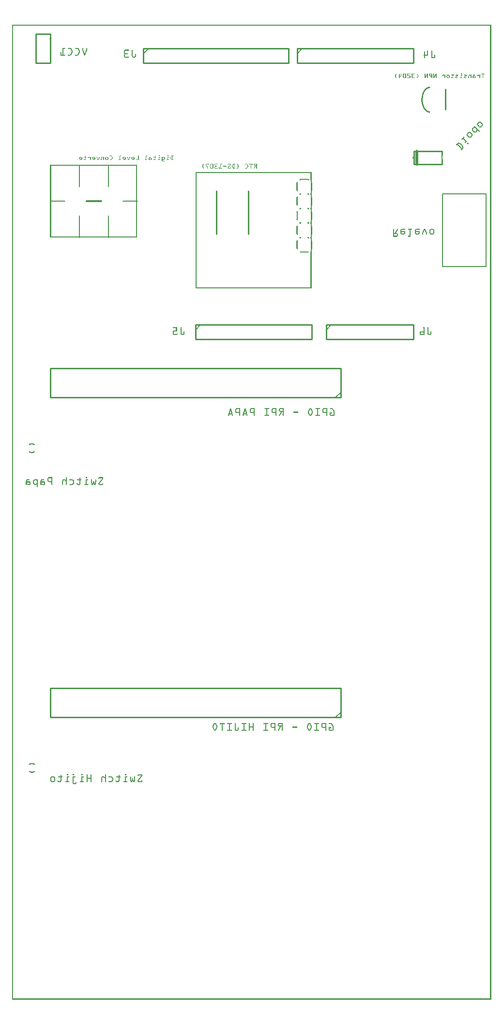
<source format=gbo>
G04 MADE WITH FRITZING*
G04 WWW.FRITZING.ORG*
G04 DOUBLE SIDED*
G04 HOLES PLATED*
G04 CONTOUR ON CENTER OF CONTOUR VECTOR*
%ASAXBY*%
%FSLAX23Y23*%
%MOIN*%
%OFA0B0*%
%SFA1.0B1.0*%
%ADD10C,0.010000*%
%ADD11C,0.005000*%
%ADD12C,0.020000*%
%ADD13C,0.008000*%
%ADD14C,0.012000*%
%ADD15R,0.001000X0.001000*%
%LNSILK0*%
G90*
G70*
G54D10*
X2262Y1942D02*
X262Y1942D01*
D02*
X262Y1942D02*
X262Y2142D01*
D02*
X262Y2142D02*
X2262Y2142D01*
D02*
X2262Y2142D02*
X2262Y1942D01*
G54D11*
D02*
X2227Y1942D02*
X2262Y1977D01*
G54D10*
D02*
X1262Y4642D02*
X2062Y4642D01*
D02*
X2062Y4642D02*
X2062Y4542D01*
D02*
X2062Y4542D02*
X1262Y4542D01*
D02*
X1262Y4542D02*
X1262Y4642D01*
G54D11*
D02*
X1297Y4642D02*
X1262Y4607D01*
G54D10*
D02*
X1962Y6542D02*
X2762Y6542D01*
D02*
X2762Y6542D02*
X2762Y6442D01*
D02*
X2762Y6442D02*
X1962Y6442D01*
D02*
X1962Y6442D02*
X1962Y6542D01*
G54D11*
D02*
X1997Y6542D02*
X1962Y6507D01*
G54D10*
D02*
X2262Y4142D02*
X262Y4142D01*
D02*
X262Y4142D02*
X262Y4342D01*
D02*
X262Y4342D02*
X2262Y4342D01*
D02*
X2262Y4342D02*
X2262Y4142D01*
G54D11*
D02*
X2227Y4142D02*
X2262Y4177D01*
G54D10*
D02*
X2162Y4642D02*
X2762Y4642D01*
D02*
X2762Y4642D02*
X2762Y4542D01*
D02*
X2762Y4542D02*
X2162Y4542D01*
D02*
X2162Y4542D02*
X2162Y4642D01*
G54D11*
D02*
X2197Y4642D02*
X2162Y4607D01*
G54D10*
D02*
X904Y6542D02*
X1904Y6542D01*
D02*
X1904Y6542D02*
X1904Y6442D01*
D02*
X1904Y6442D02*
X904Y6442D01*
D02*
X904Y6442D02*
X904Y6542D01*
G54D11*
D02*
X939Y6542D02*
X904Y6507D01*
G54D10*
D02*
X262Y6642D02*
X262Y6442D01*
D02*
X262Y6442D02*
X162Y6442D01*
D02*
X162Y6442D02*
X162Y6642D01*
D02*
X162Y6642D02*
X262Y6642D01*
D02*
X2983Y6122D02*
X2983Y6262D01*
D02*
X2766Y5747D02*
X2961Y5747D01*
D02*
X2961Y5837D02*
X2766Y5837D01*
D02*
X2766Y5837D02*
X2766Y5747D01*
G54D12*
D02*
X2786Y5837D02*
X2786Y5747D01*
G54D13*
D02*
X2063Y5167D02*
X2063Y5217D01*
D02*
X1963Y5417D02*
X1963Y5367D01*
D02*
X2063Y5367D02*
X2063Y5417D01*
D02*
X2063Y5267D02*
X2063Y5317D01*
D02*
X2063Y5467D02*
X2063Y5517D01*
D02*
X1988Y5642D02*
X2038Y5642D01*
D02*
X2063Y5567D02*
X2063Y5617D01*
D02*
X1988Y5142D02*
X2038Y5142D01*
G54D10*
D02*
X1407Y5562D02*
X1407Y5267D01*
D02*
X1627Y5562D02*
X1627Y5267D01*
G54D13*
D02*
X2962Y5042D02*
X3262Y5042D01*
D02*
X3262Y5042D02*
X3262Y5542D01*
D02*
X3262Y5542D02*
X2962Y5542D01*
D02*
X2962Y5542D02*
X2962Y5042D01*
D02*
X662Y5242D02*
X662Y5392D01*
D02*
X662Y5742D02*
X662Y5592D01*
D02*
X462Y5742D02*
X462Y5592D01*
D02*
X462Y5242D02*
X462Y5392D01*
D02*
X862Y5492D02*
X762Y5492D01*
G54D14*
D02*
X612Y5492D02*
X512Y5492D01*
G54D13*
D02*
X362Y5492D02*
X262Y5492D01*
G54D15*
X0Y6707D02*
X3299Y6707D01*
X0Y6706D02*
X3299Y6706D01*
X0Y6705D02*
X3299Y6705D01*
X0Y6704D02*
X3299Y6704D01*
X0Y6703D02*
X3299Y6703D01*
X0Y6702D02*
X3299Y6702D01*
X0Y6701D02*
X3299Y6701D01*
X0Y6700D02*
X3299Y6700D01*
X0Y6699D02*
X7Y6699D01*
X3292Y6699D02*
X3299Y6699D01*
X0Y6698D02*
X7Y6698D01*
X3292Y6698D02*
X3299Y6698D01*
X0Y6697D02*
X7Y6697D01*
X3292Y6697D02*
X3299Y6697D01*
X0Y6696D02*
X7Y6696D01*
X3292Y6696D02*
X3299Y6696D01*
X0Y6695D02*
X7Y6695D01*
X3292Y6695D02*
X3299Y6695D01*
X0Y6694D02*
X7Y6694D01*
X3292Y6694D02*
X3299Y6694D01*
X0Y6693D02*
X7Y6693D01*
X3292Y6693D02*
X3299Y6693D01*
X0Y6692D02*
X7Y6692D01*
X3292Y6692D02*
X3299Y6692D01*
X0Y6691D02*
X7Y6691D01*
X3292Y6691D02*
X3299Y6691D01*
X0Y6690D02*
X7Y6690D01*
X3292Y6690D02*
X3299Y6690D01*
X0Y6689D02*
X7Y6689D01*
X3292Y6689D02*
X3299Y6689D01*
X0Y6688D02*
X7Y6688D01*
X3292Y6688D02*
X3299Y6688D01*
X0Y6687D02*
X7Y6687D01*
X3292Y6687D02*
X3299Y6687D01*
X0Y6686D02*
X7Y6686D01*
X3292Y6686D02*
X3299Y6686D01*
X0Y6685D02*
X7Y6685D01*
X3292Y6685D02*
X3299Y6685D01*
X0Y6684D02*
X7Y6684D01*
X3292Y6684D02*
X3299Y6684D01*
X0Y6683D02*
X7Y6683D01*
X3292Y6683D02*
X3299Y6683D01*
X0Y6682D02*
X7Y6682D01*
X3292Y6682D02*
X3299Y6682D01*
X0Y6681D02*
X7Y6681D01*
X3292Y6681D02*
X3299Y6681D01*
X0Y6680D02*
X7Y6680D01*
X3292Y6680D02*
X3299Y6680D01*
X0Y6679D02*
X7Y6679D01*
X3292Y6679D02*
X3299Y6679D01*
X0Y6678D02*
X7Y6678D01*
X3292Y6678D02*
X3299Y6678D01*
X0Y6677D02*
X7Y6677D01*
X3292Y6677D02*
X3299Y6677D01*
X0Y6676D02*
X7Y6676D01*
X3292Y6676D02*
X3299Y6676D01*
X0Y6675D02*
X7Y6675D01*
X3292Y6675D02*
X3299Y6675D01*
X0Y6674D02*
X7Y6674D01*
X3292Y6674D02*
X3299Y6674D01*
X0Y6673D02*
X7Y6673D01*
X3292Y6673D02*
X3299Y6673D01*
X0Y6672D02*
X7Y6672D01*
X3292Y6672D02*
X3299Y6672D01*
X0Y6671D02*
X7Y6671D01*
X3292Y6671D02*
X3299Y6671D01*
X0Y6670D02*
X7Y6670D01*
X3292Y6670D02*
X3299Y6670D01*
X0Y6669D02*
X7Y6669D01*
X3292Y6669D02*
X3299Y6669D01*
X0Y6668D02*
X7Y6668D01*
X3292Y6668D02*
X3299Y6668D01*
X0Y6667D02*
X7Y6667D01*
X3292Y6667D02*
X3299Y6667D01*
X0Y6666D02*
X7Y6666D01*
X3292Y6666D02*
X3299Y6666D01*
X0Y6665D02*
X7Y6665D01*
X3292Y6665D02*
X3299Y6665D01*
X0Y6664D02*
X7Y6664D01*
X3292Y6664D02*
X3299Y6664D01*
X0Y6663D02*
X7Y6663D01*
X3292Y6663D02*
X3299Y6663D01*
X0Y6662D02*
X7Y6662D01*
X3292Y6662D02*
X3299Y6662D01*
X0Y6661D02*
X7Y6661D01*
X3292Y6661D02*
X3299Y6661D01*
X0Y6660D02*
X7Y6660D01*
X3292Y6660D02*
X3299Y6660D01*
X0Y6659D02*
X7Y6659D01*
X3292Y6659D02*
X3299Y6659D01*
X0Y6658D02*
X7Y6658D01*
X3292Y6658D02*
X3299Y6658D01*
X0Y6657D02*
X7Y6657D01*
X3292Y6657D02*
X3299Y6657D01*
X0Y6656D02*
X7Y6656D01*
X3292Y6656D02*
X3299Y6656D01*
X0Y6655D02*
X7Y6655D01*
X3292Y6655D02*
X3299Y6655D01*
X0Y6654D02*
X7Y6654D01*
X3292Y6654D02*
X3299Y6654D01*
X0Y6653D02*
X7Y6653D01*
X3292Y6653D02*
X3299Y6653D01*
X0Y6652D02*
X7Y6652D01*
X3292Y6652D02*
X3299Y6652D01*
X0Y6651D02*
X7Y6651D01*
X3292Y6651D02*
X3299Y6651D01*
X0Y6650D02*
X7Y6650D01*
X3292Y6650D02*
X3299Y6650D01*
X0Y6649D02*
X7Y6649D01*
X3292Y6649D02*
X3299Y6649D01*
X0Y6648D02*
X7Y6648D01*
X3292Y6648D02*
X3299Y6648D01*
X0Y6647D02*
X7Y6647D01*
X3292Y6647D02*
X3299Y6647D01*
X0Y6646D02*
X7Y6646D01*
X3292Y6646D02*
X3299Y6646D01*
X0Y6645D02*
X7Y6645D01*
X3292Y6645D02*
X3299Y6645D01*
X0Y6644D02*
X7Y6644D01*
X3292Y6644D02*
X3299Y6644D01*
X0Y6643D02*
X7Y6643D01*
X228Y6643D02*
X229Y6643D01*
X3292Y6643D02*
X3299Y6643D01*
X0Y6642D02*
X7Y6642D01*
X227Y6642D02*
X230Y6642D01*
X3292Y6642D02*
X3299Y6642D01*
X0Y6641D02*
X7Y6641D01*
X226Y6641D02*
X231Y6641D01*
X3292Y6641D02*
X3299Y6641D01*
X0Y6640D02*
X7Y6640D01*
X226Y6640D02*
X232Y6640D01*
X3292Y6640D02*
X3299Y6640D01*
X0Y6639D02*
X7Y6639D01*
X227Y6639D02*
X233Y6639D01*
X3292Y6639D02*
X3299Y6639D01*
X0Y6638D02*
X7Y6638D01*
X228Y6638D02*
X234Y6638D01*
X3292Y6638D02*
X3299Y6638D01*
X0Y6637D02*
X7Y6637D01*
X229Y6637D02*
X235Y6637D01*
X3292Y6637D02*
X3299Y6637D01*
X0Y6636D02*
X7Y6636D01*
X3292Y6636D02*
X3299Y6636D01*
X0Y6635D02*
X7Y6635D01*
X3292Y6635D02*
X3299Y6635D01*
X0Y6634D02*
X7Y6634D01*
X3292Y6634D02*
X3299Y6634D01*
X0Y6633D02*
X7Y6633D01*
X3292Y6633D02*
X3299Y6633D01*
X0Y6632D02*
X7Y6632D01*
X3292Y6632D02*
X3299Y6632D01*
X0Y6631D02*
X7Y6631D01*
X3292Y6631D02*
X3299Y6631D01*
X0Y6630D02*
X7Y6630D01*
X3292Y6630D02*
X3299Y6630D01*
X0Y6629D02*
X7Y6629D01*
X3292Y6629D02*
X3299Y6629D01*
X0Y6628D02*
X7Y6628D01*
X3292Y6628D02*
X3299Y6628D01*
X0Y6627D02*
X7Y6627D01*
X3292Y6627D02*
X3299Y6627D01*
X0Y6626D02*
X7Y6626D01*
X3292Y6626D02*
X3299Y6626D01*
X0Y6625D02*
X7Y6625D01*
X3292Y6625D02*
X3299Y6625D01*
X0Y6624D02*
X7Y6624D01*
X3292Y6624D02*
X3299Y6624D01*
X0Y6623D02*
X7Y6623D01*
X3292Y6623D02*
X3299Y6623D01*
X0Y6622D02*
X7Y6622D01*
X3292Y6622D02*
X3299Y6622D01*
X0Y6621D02*
X7Y6621D01*
X3292Y6621D02*
X3299Y6621D01*
X0Y6620D02*
X7Y6620D01*
X3292Y6620D02*
X3299Y6620D01*
X0Y6619D02*
X7Y6619D01*
X3292Y6619D02*
X3299Y6619D01*
X0Y6618D02*
X7Y6618D01*
X3292Y6618D02*
X3299Y6618D01*
X0Y6617D02*
X7Y6617D01*
X3292Y6617D02*
X3299Y6617D01*
X0Y6616D02*
X7Y6616D01*
X256Y6616D02*
X256Y6616D01*
X3292Y6616D02*
X3299Y6616D01*
X0Y6615D02*
X7Y6615D01*
X256Y6615D02*
X257Y6615D01*
X3292Y6615D02*
X3299Y6615D01*
X0Y6614D02*
X7Y6614D01*
X256Y6614D02*
X258Y6614D01*
X3292Y6614D02*
X3299Y6614D01*
X0Y6613D02*
X7Y6613D01*
X256Y6613D02*
X259Y6613D01*
X3292Y6613D02*
X3299Y6613D01*
X0Y6612D02*
X7Y6612D01*
X256Y6612D02*
X260Y6612D01*
X3292Y6612D02*
X3299Y6612D01*
X0Y6611D02*
X7Y6611D01*
X256Y6611D02*
X261Y6611D01*
X3292Y6611D02*
X3299Y6611D01*
X0Y6610D02*
X7Y6610D01*
X256Y6610D02*
X262Y6610D01*
X3292Y6610D02*
X3299Y6610D01*
X0Y6609D02*
X7Y6609D01*
X257Y6609D02*
X263Y6609D01*
X3292Y6609D02*
X3299Y6609D01*
X0Y6608D02*
X7Y6608D01*
X258Y6608D02*
X262Y6608D01*
X3292Y6608D02*
X3299Y6608D01*
X0Y6607D02*
X7Y6607D01*
X259Y6607D02*
X261Y6607D01*
X3292Y6607D02*
X3299Y6607D01*
X0Y6606D02*
X7Y6606D01*
X260Y6606D02*
X260Y6606D01*
X3292Y6606D02*
X3299Y6606D01*
X0Y6605D02*
X7Y6605D01*
X3292Y6605D02*
X3299Y6605D01*
X0Y6604D02*
X7Y6604D01*
X3292Y6604D02*
X3299Y6604D01*
X0Y6603D02*
X7Y6603D01*
X3292Y6603D02*
X3299Y6603D01*
X0Y6602D02*
X7Y6602D01*
X3292Y6602D02*
X3299Y6602D01*
X0Y6601D02*
X7Y6601D01*
X3292Y6601D02*
X3299Y6601D01*
X0Y6600D02*
X7Y6600D01*
X3292Y6600D02*
X3299Y6600D01*
X0Y6599D02*
X7Y6599D01*
X3292Y6599D02*
X3299Y6599D01*
X0Y6598D02*
X7Y6598D01*
X3292Y6598D02*
X3299Y6598D01*
X0Y6597D02*
X7Y6597D01*
X3292Y6597D02*
X3299Y6597D01*
X0Y6596D02*
X7Y6596D01*
X3292Y6596D02*
X3299Y6596D01*
X0Y6595D02*
X7Y6595D01*
X3292Y6595D02*
X3299Y6595D01*
X0Y6594D02*
X7Y6594D01*
X3292Y6594D02*
X3299Y6594D01*
X0Y6593D02*
X7Y6593D01*
X3292Y6593D02*
X3299Y6593D01*
X0Y6592D02*
X7Y6592D01*
X3292Y6592D02*
X3299Y6592D01*
X0Y6591D02*
X7Y6591D01*
X3292Y6591D02*
X3299Y6591D01*
X0Y6590D02*
X7Y6590D01*
X3292Y6590D02*
X3299Y6590D01*
X0Y6589D02*
X7Y6589D01*
X3292Y6589D02*
X3299Y6589D01*
X0Y6588D02*
X7Y6588D01*
X3292Y6588D02*
X3299Y6588D01*
X0Y6587D02*
X7Y6587D01*
X3292Y6587D02*
X3299Y6587D01*
X0Y6586D02*
X7Y6586D01*
X3292Y6586D02*
X3299Y6586D01*
X0Y6585D02*
X7Y6585D01*
X3292Y6585D02*
X3299Y6585D01*
X0Y6584D02*
X7Y6584D01*
X3292Y6584D02*
X3299Y6584D01*
X0Y6583D02*
X7Y6583D01*
X3292Y6583D02*
X3299Y6583D01*
X0Y6582D02*
X7Y6582D01*
X3292Y6582D02*
X3299Y6582D01*
X0Y6581D02*
X7Y6581D01*
X3292Y6581D02*
X3299Y6581D01*
X0Y6580D02*
X7Y6580D01*
X3292Y6580D02*
X3299Y6580D01*
X0Y6579D02*
X7Y6579D01*
X3292Y6579D02*
X3299Y6579D01*
X0Y6578D02*
X7Y6578D01*
X3292Y6578D02*
X3299Y6578D01*
X0Y6577D02*
X7Y6577D01*
X3292Y6577D02*
X3299Y6577D01*
X0Y6576D02*
X7Y6576D01*
X3292Y6576D02*
X3299Y6576D01*
X0Y6575D02*
X7Y6575D01*
X3292Y6575D02*
X3299Y6575D01*
X0Y6574D02*
X7Y6574D01*
X3292Y6574D02*
X3299Y6574D01*
X0Y6573D02*
X7Y6573D01*
X3292Y6573D02*
X3299Y6573D01*
X0Y6572D02*
X7Y6572D01*
X3292Y6572D02*
X3299Y6572D01*
X0Y6571D02*
X7Y6571D01*
X3292Y6571D02*
X3299Y6571D01*
X0Y6570D02*
X7Y6570D01*
X3292Y6570D02*
X3299Y6570D01*
X0Y6569D02*
X7Y6569D01*
X3292Y6569D02*
X3299Y6569D01*
X0Y6568D02*
X7Y6568D01*
X3292Y6568D02*
X3299Y6568D01*
X0Y6567D02*
X7Y6567D01*
X3292Y6567D02*
X3299Y6567D01*
X0Y6566D02*
X7Y6566D01*
X3292Y6566D02*
X3299Y6566D01*
X0Y6565D02*
X7Y6565D01*
X3292Y6565D02*
X3299Y6565D01*
X0Y6564D02*
X7Y6564D01*
X3292Y6564D02*
X3299Y6564D01*
X0Y6563D02*
X7Y6563D01*
X3292Y6563D02*
X3299Y6563D01*
X0Y6562D02*
X7Y6562D01*
X3292Y6562D02*
X3299Y6562D01*
X0Y6561D02*
X7Y6561D01*
X3292Y6561D02*
X3299Y6561D01*
X0Y6560D02*
X7Y6560D01*
X3292Y6560D02*
X3299Y6560D01*
X0Y6559D02*
X7Y6559D01*
X3292Y6559D02*
X3299Y6559D01*
X0Y6558D02*
X7Y6558D01*
X3292Y6558D02*
X3299Y6558D01*
X0Y6557D02*
X7Y6557D01*
X3292Y6557D02*
X3299Y6557D01*
X0Y6556D02*
X7Y6556D01*
X3292Y6556D02*
X3299Y6556D01*
X0Y6555D02*
X7Y6555D01*
X3292Y6555D02*
X3299Y6555D01*
X0Y6554D02*
X7Y6554D01*
X3292Y6554D02*
X3299Y6554D01*
X0Y6553D02*
X7Y6553D01*
X3292Y6553D02*
X3299Y6553D01*
X0Y6552D02*
X7Y6552D01*
X3292Y6552D02*
X3299Y6552D01*
X0Y6551D02*
X7Y6551D01*
X3292Y6551D02*
X3299Y6551D01*
X0Y6550D02*
X7Y6550D01*
X3292Y6550D02*
X3299Y6550D01*
X0Y6549D02*
X7Y6549D01*
X3292Y6549D02*
X3299Y6549D01*
X0Y6548D02*
X7Y6548D01*
X3292Y6548D02*
X3299Y6548D01*
X0Y6547D02*
X7Y6547D01*
X347Y6547D02*
X365Y6547D01*
X384Y6547D02*
X403Y6547D01*
X434Y6547D02*
X453Y6547D01*
X484Y6547D02*
X488Y6547D01*
X512Y6547D02*
X515Y6547D01*
X3292Y6547D02*
X3299Y6547D01*
X0Y6546D02*
X7Y6546D01*
X347Y6546D02*
X366Y6546D01*
X383Y6546D02*
X405Y6546D01*
X433Y6546D02*
X455Y6546D01*
X483Y6546D02*
X489Y6546D01*
X511Y6546D02*
X516Y6546D01*
X3292Y6546D02*
X3299Y6546D01*
X0Y6545D02*
X7Y6545D01*
X347Y6545D02*
X367Y6545D01*
X383Y6545D02*
X406Y6545D01*
X433Y6545D02*
X456Y6545D01*
X483Y6545D02*
X489Y6545D01*
X511Y6545D02*
X516Y6545D01*
X3292Y6545D02*
X3299Y6545D01*
X0Y6544D02*
X7Y6544D01*
X347Y6544D02*
X367Y6544D01*
X383Y6544D02*
X407Y6544D01*
X433Y6544D02*
X457Y6544D01*
X483Y6544D02*
X489Y6544D01*
X511Y6544D02*
X517Y6544D01*
X3292Y6544D02*
X3299Y6544D01*
X0Y6543D02*
X7Y6543D01*
X347Y6543D02*
X366Y6543D01*
X383Y6543D02*
X407Y6543D01*
X433Y6543D02*
X457Y6543D01*
X483Y6543D02*
X489Y6543D01*
X511Y6543D02*
X517Y6543D01*
X3292Y6543D02*
X3299Y6543D01*
X0Y6542D02*
X7Y6542D01*
X347Y6542D02*
X366Y6542D01*
X384Y6542D02*
X408Y6542D01*
X434Y6542D02*
X458Y6542D01*
X483Y6542D02*
X489Y6542D01*
X511Y6542D02*
X517Y6542D01*
X3292Y6542D02*
X3299Y6542D01*
X0Y6541D02*
X7Y6541D01*
X347Y6541D02*
X364Y6541D01*
X386Y6541D02*
X409Y6541D01*
X436Y6541D02*
X459Y6541D01*
X483Y6541D02*
X489Y6541D01*
X511Y6541D02*
X517Y6541D01*
X3292Y6541D02*
X3299Y6541D01*
X0Y6540D02*
X7Y6540D01*
X347Y6540D02*
X353Y6540D01*
X402Y6540D02*
X409Y6540D01*
X452Y6540D02*
X459Y6540D01*
X483Y6540D02*
X489Y6540D01*
X511Y6540D02*
X517Y6540D01*
X3292Y6540D02*
X3299Y6540D01*
X0Y6539D02*
X7Y6539D01*
X347Y6539D02*
X353Y6539D01*
X402Y6539D02*
X409Y6539D01*
X452Y6539D02*
X459Y6539D01*
X483Y6539D02*
X489Y6539D01*
X511Y6539D02*
X517Y6539D01*
X3292Y6539D02*
X3299Y6539D01*
X0Y6538D02*
X7Y6538D01*
X347Y6538D02*
X353Y6538D01*
X403Y6538D02*
X410Y6538D01*
X453Y6538D02*
X460Y6538D01*
X483Y6538D02*
X489Y6538D01*
X511Y6538D02*
X517Y6538D01*
X3292Y6538D02*
X3299Y6538D01*
X0Y6537D02*
X7Y6537D01*
X347Y6537D02*
X353Y6537D01*
X404Y6537D02*
X410Y6537D01*
X454Y6537D02*
X460Y6537D01*
X483Y6537D02*
X489Y6537D01*
X511Y6537D02*
X517Y6537D01*
X3292Y6537D02*
X3299Y6537D01*
X0Y6536D02*
X7Y6536D01*
X347Y6536D02*
X353Y6536D01*
X404Y6536D02*
X411Y6536D01*
X454Y6536D02*
X461Y6536D01*
X483Y6536D02*
X489Y6536D01*
X511Y6536D02*
X517Y6536D01*
X3292Y6536D02*
X3299Y6536D01*
X0Y6535D02*
X7Y6535D01*
X347Y6535D02*
X353Y6535D01*
X405Y6535D02*
X411Y6535D01*
X455Y6535D02*
X461Y6535D01*
X483Y6535D02*
X489Y6535D01*
X511Y6535D02*
X517Y6535D01*
X3292Y6535D02*
X3299Y6535D01*
X0Y6534D02*
X7Y6534D01*
X347Y6534D02*
X353Y6534D01*
X405Y6534D02*
X412Y6534D01*
X455Y6534D02*
X462Y6534D01*
X483Y6534D02*
X489Y6534D01*
X511Y6534D02*
X517Y6534D01*
X779Y6534D02*
X802Y6534D01*
X3292Y6534D02*
X3299Y6534D01*
X0Y6533D02*
X7Y6533D01*
X347Y6533D02*
X353Y6533D01*
X406Y6533D02*
X412Y6533D01*
X456Y6533D02*
X462Y6533D01*
X483Y6533D02*
X489Y6533D01*
X510Y6533D02*
X517Y6533D01*
X775Y6533D02*
X804Y6533D01*
X826Y6533D02*
X830Y6533D01*
X3292Y6533D02*
X3299Y6533D01*
X0Y6532D02*
X7Y6532D01*
X347Y6532D02*
X353Y6532D01*
X406Y6532D02*
X413Y6532D01*
X456Y6532D02*
X463Y6532D01*
X483Y6532D02*
X490Y6532D01*
X510Y6532D02*
X517Y6532D01*
X774Y6532D02*
X805Y6532D01*
X826Y6532D02*
X831Y6532D01*
X3292Y6532D02*
X3299Y6532D01*
X0Y6531D02*
X7Y6531D01*
X347Y6531D02*
X353Y6531D01*
X407Y6531D02*
X413Y6531D01*
X457Y6531D02*
X463Y6531D01*
X483Y6531D02*
X490Y6531D01*
X510Y6531D02*
X516Y6531D01*
X773Y6531D02*
X805Y6531D01*
X825Y6531D02*
X831Y6531D01*
X3292Y6531D02*
X3299Y6531D01*
X0Y6530D02*
X7Y6530D01*
X347Y6530D02*
X353Y6530D01*
X407Y6530D02*
X414Y6530D01*
X457Y6530D02*
X464Y6530D01*
X484Y6530D02*
X490Y6530D01*
X509Y6530D02*
X516Y6530D01*
X773Y6530D02*
X805Y6530D01*
X825Y6530D02*
X831Y6530D01*
X3292Y6530D02*
X3299Y6530D01*
X0Y6529D02*
X7Y6529D01*
X347Y6529D02*
X353Y6529D01*
X408Y6529D02*
X414Y6529D01*
X458Y6529D02*
X464Y6529D01*
X484Y6529D02*
X491Y6529D01*
X509Y6529D02*
X515Y6529D01*
X772Y6529D02*
X805Y6529D01*
X825Y6529D02*
X831Y6529D01*
X3292Y6529D02*
X3299Y6529D01*
X0Y6528D02*
X7Y6528D01*
X347Y6528D02*
X353Y6528D01*
X408Y6528D02*
X415Y6528D01*
X458Y6528D02*
X465Y6528D01*
X485Y6528D02*
X491Y6528D01*
X509Y6528D02*
X515Y6528D01*
X772Y6528D02*
X804Y6528D01*
X825Y6528D02*
X831Y6528D01*
X2860Y6528D02*
X2863Y6528D01*
X2888Y6528D02*
X2890Y6528D01*
X3292Y6528D02*
X3299Y6528D01*
X0Y6527D02*
X7Y6527D01*
X347Y6527D02*
X353Y6527D01*
X409Y6527D02*
X415Y6527D01*
X459Y6527D02*
X465Y6527D01*
X485Y6527D02*
X491Y6527D01*
X508Y6527D02*
X515Y6527D01*
X772Y6527D02*
X801Y6527D01*
X825Y6527D02*
X831Y6527D01*
X2859Y6527D02*
X2864Y6527D01*
X2887Y6527D02*
X2891Y6527D01*
X3292Y6527D02*
X3299Y6527D01*
X0Y6526D02*
X7Y6526D01*
X347Y6526D02*
X353Y6526D01*
X409Y6526D02*
X416Y6526D01*
X459Y6526D02*
X466Y6526D01*
X485Y6526D02*
X492Y6526D01*
X508Y6526D02*
X514Y6526D01*
X772Y6526D02*
X778Y6526D01*
X825Y6526D02*
X831Y6526D01*
X2859Y6526D02*
X2864Y6526D01*
X2886Y6526D02*
X2892Y6526D01*
X3292Y6526D02*
X3299Y6526D01*
X0Y6525D02*
X7Y6525D01*
X347Y6525D02*
X353Y6525D01*
X410Y6525D02*
X416Y6525D01*
X460Y6525D02*
X466Y6525D01*
X486Y6525D02*
X492Y6525D01*
X507Y6525D02*
X514Y6525D01*
X772Y6525D02*
X778Y6525D01*
X825Y6525D02*
X831Y6525D01*
X2858Y6525D02*
X2864Y6525D01*
X2886Y6525D02*
X2892Y6525D01*
X3292Y6525D02*
X3299Y6525D01*
X0Y6524D02*
X7Y6524D01*
X347Y6524D02*
X353Y6524D01*
X410Y6524D02*
X416Y6524D01*
X460Y6524D02*
X466Y6524D01*
X486Y6524D02*
X493Y6524D01*
X507Y6524D02*
X514Y6524D01*
X772Y6524D02*
X778Y6524D01*
X825Y6524D02*
X831Y6524D01*
X2858Y6524D02*
X2864Y6524D01*
X2886Y6524D02*
X2892Y6524D01*
X3292Y6524D02*
X3299Y6524D01*
X0Y6523D02*
X7Y6523D01*
X347Y6523D02*
X353Y6523D01*
X410Y6523D02*
X416Y6523D01*
X460Y6523D02*
X466Y6523D01*
X486Y6523D02*
X493Y6523D01*
X507Y6523D02*
X513Y6523D01*
X772Y6523D02*
X778Y6523D01*
X825Y6523D02*
X831Y6523D01*
X2858Y6523D02*
X2864Y6523D01*
X2886Y6523D02*
X2892Y6523D01*
X3292Y6523D02*
X3299Y6523D01*
X0Y6522D02*
X7Y6522D01*
X347Y6522D02*
X353Y6522D01*
X410Y6522D02*
X417Y6522D01*
X460Y6522D02*
X467Y6522D01*
X487Y6522D02*
X493Y6522D01*
X506Y6522D02*
X513Y6522D01*
X772Y6522D02*
X778Y6522D01*
X825Y6522D02*
X831Y6522D01*
X2839Y6522D02*
X2842Y6522D01*
X2858Y6522D02*
X2864Y6522D01*
X2886Y6522D02*
X2892Y6522D01*
X3292Y6522D02*
X3299Y6522D01*
X0Y6521D02*
X7Y6521D01*
X347Y6521D02*
X353Y6521D01*
X411Y6521D02*
X417Y6521D01*
X461Y6521D02*
X467Y6521D01*
X487Y6521D02*
X494Y6521D01*
X506Y6521D02*
X512Y6521D01*
X772Y6521D02*
X778Y6521D01*
X825Y6521D02*
X831Y6521D01*
X2838Y6521D02*
X2843Y6521D01*
X2858Y6521D02*
X2864Y6521D01*
X2886Y6521D02*
X2892Y6521D01*
X3292Y6521D02*
X3299Y6521D01*
X0Y6520D02*
X7Y6520D01*
X347Y6520D02*
X353Y6520D01*
X411Y6520D02*
X417Y6520D01*
X461Y6520D02*
X467Y6520D01*
X488Y6520D02*
X494Y6520D01*
X505Y6520D02*
X512Y6520D01*
X772Y6520D02*
X778Y6520D01*
X825Y6520D02*
X831Y6520D01*
X2838Y6520D02*
X2844Y6520D01*
X2858Y6520D02*
X2864Y6520D01*
X2886Y6520D02*
X2892Y6520D01*
X3292Y6520D02*
X3299Y6520D01*
X0Y6519D02*
X7Y6519D01*
X347Y6519D02*
X353Y6519D01*
X410Y6519D02*
X416Y6519D01*
X460Y6519D02*
X466Y6519D01*
X488Y6519D02*
X495Y6519D01*
X505Y6519D02*
X512Y6519D01*
X772Y6519D02*
X778Y6519D01*
X825Y6519D02*
X831Y6519D01*
X2838Y6519D02*
X2844Y6519D01*
X2858Y6519D02*
X2864Y6519D01*
X2886Y6519D02*
X2892Y6519D01*
X3292Y6519D02*
X3299Y6519D01*
X0Y6518D02*
X7Y6518D01*
X335Y6518D02*
X337Y6518D01*
X347Y6518D02*
X353Y6518D01*
X410Y6518D02*
X416Y6518D01*
X460Y6518D02*
X466Y6518D01*
X488Y6518D02*
X495Y6518D01*
X505Y6518D02*
X511Y6518D01*
X772Y6518D02*
X778Y6518D01*
X825Y6518D02*
X831Y6518D01*
X2838Y6518D02*
X2844Y6518D01*
X2858Y6518D02*
X2864Y6518D01*
X2886Y6518D02*
X2892Y6518D01*
X3292Y6518D02*
X3299Y6518D01*
X0Y6517D02*
X7Y6517D01*
X334Y6517D02*
X338Y6517D01*
X347Y6517D02*
X353Y6517D01*
X410Y6517D02*
X416Y6517D01*
X460Y6517D02*
X466Y6517D01*
X489Y6517D02*
X495Y6517D01*
X504Y6517D02*
X511Y6517D01*
X772Y6517D02*
X778Y6517D01*
X825Y6517D02*
X831Y6517D01*
X2838Y6517D02*
X2844Y6517D01*
X2858Y6517D02*
X2864Y6517D01*
X2886Y6517D02*
X2892Y6517D01*
X3292Y6517D02*
X3299Y6517D01*
X0Y6516D02*
X7Y6516D01*
X333Y6516D02*
X339Y6516D01*
X347Y6516D02*
X353Y6516D01*
X409Y6516D02*
X416Y6516D01*
X459Y6516D02*
X466Y6516D01*
X489Y6516D02*
X496Y6516D01*
X504Y6516D02*
X510Y6516D01*
X772Y6516D02*
X778Y6516D01*
X825Y6516D02*
X831Y6516D01*
X2838Y6516D02*
X2844Y6516D01*
X2858Y6516D02*
X2864Y6516D01*
X2886Y6516D02*
X2892Y6516D01*
X3292Y6516D02*
X3299Y6516D01*
X0Y6515D02*
X7Y6515D01*
X333Y6515D02*
X339Y6515D01*
X347Y6515D02*
X353Y6515D01*
X409Y6515D02*
X415Y6515D01*
X459Y6515D02*
X465Y6515D01*
X490Y6515D02*
X496Y6515D01*
X503Y6515D02*
X510Y6515D01*
X772Y6515D02*
X778Y6515D01*
X825Y6515D02*
X831Y6515D01*
X2838Y6515D02*
X2844Y6515D01*
X2858Y6515D02*
X2864Y6515D01*
X2886Y6515D02*
X2892Y6515D01*
X3292Y6515D02*
X3299Y6515D01*
X0Y6514D02*
X7Y6514D01*
X333Y6514D02*
X339Y6514D01*
X347Y6514D02*
X353Y6514D01*
X408Y6514D02*
X415Y6514D01*
X458Y6514D02*
X465Y6514D01*
X490Y6514D02*
X497Y6514D01*
X503Y6514D02*
X510Y6514D01*
X772Y6514D02*
X778Y6514D01*
X825Y6514D02*
X831Y6514D01*
X2838Y6514D02*
X2844Y6514D01*
X2858Y6514D02*
X2864Y6514D01*
X2886Y6514D02*
X2892Y6514D01*
X3292Y6514D02*
X3299Y6514D01*
X0Y6513D02*
X7Y6513D01*
X333Y6513D02*
X339Y6513D01*
X347Y6513D02*
X353Y6513D01*
X408Y6513D02*
X415Y6513D01*
X458Y6513D02*
X465Y6513D01*
X490Y6513D02*
X497Y6513D01*
X503Y6513D02*
X509Y6513D01*
X772Y6513D02*
X778Y6513D01*
X825Y6513D02*
X831Y6513D01*
X2838Y6513D02*
X2844Y6513D01*
X2858Y6513D02*
X2864Y6513D01*
X2886Y6513D02*
X2892Y6513D01*
X3292Y6513D02*
X3299Y6513D01*
X0Y6512D02*
X7Y6512D01*
X333Y6512D02*
X339Y6512D01*
X347Y6512D02*
X353Y6512D01*
X407Y6512D02*
X414Y6512D01*
X457Y6512D02*
X464Y6512D01*
X491Y6512D02*
X497Y6512D01*
X502Y6512D02*
X509Y6512D01*
X772Y6512D02*
X779Y6512D01*
X825Y6512D02*
X831Y6512D01*
X2838Y6512D02*
X2844Y6512D01*
X2858Y6512D02*
X2864Y6512D01*
X2886Y6512D02*
X2892Y6512D01*
X3292Y6512D02*
X3299Y6512D01*
X0Y6511D02*
X7Y6511D01*
X333Y6511D02*
X339Y6511D01*
X347Y6511D02*
X353Y6511D01*
X407Y6511D02*
X414Y6511D01*
X457Y6511D02*
X464Y6511D01*
X491Y6511D02*
X498Y6511D01*
X502Y6511D02*
X508Y6511D01*
X772Y6511D02*
X780Y6511D01*
X825Y6511D02*
X831Y6511D01*
X2838Y6511D02*
X2844Y6511D01*
X2858Y6511D02*
X2864Y6511D01*
X2886Y6511D02*
X2892Y6511D01*
X3292Y6511D02*
X3299Y6511D01*
X0Y6510D02*
X7Y6510D01*
X333Y6510D02*
X339Y6510D01*
X347Y6510D02*
X353Y6510D01*
X406Y6510D02*
X413Y6510D01*
X456Y6510D02*
X463Y6510D01*
X492Y6510D02*
X498Y6510D01*
X501Y6510D02*
X508Y6510D01*
X773Y6510D02*
X797Y6510D01*
X825Y6510D02*
X831Y6510D01*
X2838Y6510D02*
X2844Y6510D01*
X2858Y6510D02*
X2864Y6510D01*
X2886Y6510D02*
X2892Y6510D01*
X3292Y6510D02*
X3299Y6510D01*
X0Y6509D02*
X7Y6509D01*
X333Y6509D02*
X339Y6509D01*
X347Y6509D02*
X353Y6509D01*
X406Y6509D02*
X413Y6509D01*
X456Y6509D02*
X463Y6509D01*
X492Y6509D02*
X499Y6509D01*
X501Y6509D02*
X508Y6509D01*
X773Y6509D02*
X798Y6509D01*
X825Y6509D02*
X831Y6509D01*
X2838Y6509D02*
X2844Y6509D01*
X2858Y6509D02*
X2864Y6509D01*
X2886Y6509D02*
X2892Y6509D01*
X3292Y6509D02*
X3299Y6509D01*
X0Y6508D02*
X7Y6508D01*
X333Y6508D02*
X339Y6508D01*
X347Y6508D02*
X353Y6508D01*
X405Y6508D02*
X412Y6508D01*
X455Y6508D02*
X462Y6508D01*
X492Y6508D02*
X499Y6508D01*
X501Y6508D02*
X507Y6508D01*
X774Y6508D02*
X798Y6508D01*
X825Y6508D02*
X831Y6508D01*
X2838Y6508D02*
X2844Y6508D01*
X2858Y6508D02*
X2864Y6508D01*
X2886Y6508D02*
X2892Y6508D01*
X3292Y6508D02*
X3299Y6508D01*
X0Y6507D02*
X7Y6507D01*
X333Y6507D02*
X339Y6507D01*
X347Y6507D02*
X353Y6507D01*
X405Y6507D02*
X412Y6507D01*
X455Y6507D02*
X462Y6507D01*
X493Y6507D02*
X507Y6507D01*
X774Y6507D02*
X799Y6507D01*
X825Y6507D02*
X831Y6507D01*
X2838Y6507D02*
X2844Y6507D01*
X2858Y6507D02*
X2864Y6507D01*
X2886Y6507D02*
X2892Y6507D01*
X3292Y6507D02*
X3299Y6507D01*
X0Y6506D02*
X7Y6506D01*
X333Y6506D02*
X339Y6506D01*
X347Y6506D02*
X353Y6506D01*
X404Y6506D02*
X411Y6506D01*
X454Y6506D02*
X461Y6506D01*
X493Y6506D02*
X507Y6506D01*
X774Y6506D02*
X798Y6506D01*
X825Y6506D02*
X831Y6506D01*
X2838Y6506D02*
X2844Y6506D01*
X2858Y6506D02*
X2864Y6506D01*
X2886Y6506D02*
X2892Y6506D01*
X3292Y6506D02*
X3299Y6506D01*
X0Y6505D02*
X7Y6505D01*
X333Y6505D02*
X339Y6505D01*
X347Y6505D02*
X353Y6505D01*
X404Y6505D02*
X411Y6505D01*
X454Y6505D02*
X461Y6505D01*
X494Y6505D02*
X506Y6505D01*
X773Y6505D02*
X798Y6505D01*
X825Y6505D02*
X831Y6505D01*
X2838Y6505D02*
X2844Y6505D01*
X2858Y6505D02*
X2864Y6505D01*
X2886Y6505D02*
X2892Y6505D01*
X3292Y6505D02*
X3299Y6505D01*
X0Y6504D02*
X7Y6504D01*
X333Y6504D02*
X339Y6504D01*
X347Y6504D02*
X353Y6504D01*
X403Y6504D02*
X410Y6504D01*
X453Y6504D02*
X460Y6504D01*
X494Y6504D02*
X506Y6504D01*
X773Y6504D02*
X797Y6504D01*
X825Y6504D02*
X831Y6504D01*
X848Y6504D02*
X850Y6504D01*
X2838Y6504D02*
X2844Y6504D01*
X2858Y6504D02*
X2864Y6504D01*
X2886Y6504D02*
X2892Y6504D01*
X3292Y6504D02*
X3299Y6504D01*
X0Y6503D02*
X7Y6503D01*
X333Y6503D02*
X339Y6503D01*
X347Y6503D02*
X353Y6503D01*
X403Y6503D02*
X410Y6503D01*
X453Y6503D02*
X460Y6503D01*
X494Y6503D02*
X505Y6503D01*
X772Y6503D02*
X780Y6503D01*
X825Y6503D02*
X831Y6503D01*
X847Y6503D02*
X851Y6503D01*
X2838Y6503D02*
X2844Y6503D01*
X2858Y6503D02*
X2864Y6503D01*
X2886Y6503D02*
X2892Y6503D01*
X3292Y6503D02*
X3299Y6503D01*
X0Y6502D02*
X7Y6502D01*
X333Y6502D02*
X339Y6502D01*
X347Y6502D02*
X353Y6502D01*
X402Y6502D02*
X409Y6502D01*
X452Y6502D02*
X459Y6502D01*
X495Y6502D02*
X505Y6502D01*
X772Y6502D02*
X779Y6502D01*
X825Y6502D02*
X831Y6502D01*
X846Y6502D02*
X852Y6502D01*
X2838Y6502D02*
X2844Y6502D01*
X2858Y6502D02*
X2864Y6502D01*
X2886Y6502D02*
X2892Y6502D01*
X3292Y6502D02*
X3299Y6502D01*
X0Y6501D02*
X7Y6501D01*
X333Y6501D02*
X339Y6501D01*
X347Y6501D02*
X353Y6501D01*
X401Y6501D02*
X409Y6501D01*
X451Y6501D02*
X459Y6501D01*
X495Y6501D02*
X505Y6501D01*
X772Y6501D02*
X778Y6501D01*
X825Y6501D02*
X831Y6501D01*
X846Y6501D02*
X852Y6501D01*
X2838Y6501D02*
X2844Y6501D01*
X2858Y6501D02*
X2864Y6501D01*
X2886Y6501D02*
X2892Y6501D01*
X3292Y6501D02*
X3299Y6501D01*
X0Y6500D02*
X7Y6500D01*
X333Y6500D02*
X365Y6500D01*
X385Y6500D02*
X408Y6500D01*
X435Y6500D02*
X458Y6500D01*
X495Y6500D02*
X504Y6500D01*
X772Y6500D02*
X778Y6500D01*
X825Y6500D02*
X831Y6500D01*
X846Y6500D02*
X852Y6500D01*
X2838Y6500D02*
X2844Y6500D01*
X2858Y6500D02*
X2864Y6500D01*
X2886Y6500D02*
X2892Y6500D01*
X3292Y6500D02*
X3299Y6500D01*
X0Y6499D02*
X7Y6499D01*
X333Y6499D02*
X366Y6499D01*
X384Y6499D02*
X407Y6499D01*
X434Y6499D02*
X457Y6499D01*
X496Y6499D02*
X504Y6499D01*
X772Y6499D02*
X778Y6499D01*
X825Y6499D02*
X831Y6499D01*
X846Y6499D02*
X852Y6499D01*
X2837Y6499D02*
X2864Y6499D01*
X2886Y6499D02*
X2892Y6499D01*
X3292Y6499D02*
X3299Y6499D01*
X0Y6498D02*
X7Y6498D01*
X333Y6498D02*
X366Y6498D01*
X383Y6498D02*
X407Y6498D01*
X433Y6498D02*
X457Y6498D01*
X496Y6498D02*
X503Y6498D01*
X772Y6498D02*
X778Y6498D01*
X825Y6498D02*
X831Y6498D01*
X846Y6498D02*
X852Y6498D01*
X2835Y6498D02*
X2864Y6498D01*
X2886Y6498D02*
X2892Y6498D01*
X2908Y6498D02*
X2912Y6498D01*
X3292Y6498D02*
X3299Y6498D01*
X0Y6497D02*
X7Y6497D01*
X333Y6497D02*
X367Y6497D01*
X383Y6497D02*
X406Y6497D01*
X433Y6497D02*
X456Y6497D01*
X497Y6497D02*
X503Y6497D01*
X772Y6497D02*
X778Y6497D01*
X825Y6497D02*
X831Y6497D01*
X846Y6497D02*
X852Y6497D01*
X2835Y6497D02*
X2864Y6497D01*
X2886Y6497D02*
X2892Y6497D01*
X2907Y6497D02*
X2912Y6497D01*
X3292Y6497D02*
X3299Y6497D01*
X0Y6496D02*
X7Y6496D01*
X333Y6496D02*
X366Y6496D01*
X383Y6496D02*
X405Y6496D01*
X433Y6496D02*
X455Y6496D01*
X497Y6496D02*
X503Y6496D01*
X772Y6496D02*
X778Y6496D01*
X825Y6496D02*
X831Y6496D01*
X846Y6496D02*
X852Y6496D01*
X2834Y6496D02*
X2864Y6496D01*
X2886Y6496D02*
X2892Y6496D01*
X2907Y6496D02*
X2913Y6496D01*
X3292Y6496D02*
X3299Y6496D01*
X0Y6495D02*
X7Y6495D01*
X334Y6495D02*
X366Y6495D01*
X384Y6495D02*
X403Y6495D01*
X434Y6495D02*
X453Y6495D01*
X498Y6495D02*
X502Y6495D01*
X772Y6495D02*
X778Y6495D01*
X825Y6495D02*
X831Y6495D01*
X846Y6495D02*
X852Y6495D01*
X2834Y6495D02*
X2864Y6495D01*
X2886Y6495D02*
X2892Y6495D01*
X2907Y6495D02*
X2913Y6495D01*
X3292Y6495D02*
X3299Y6495D01*
X0Y6494D02*
X7Y6494D01*
X335Y6494D02*
X364Y6494D01*
X385Y6494D02*
X401Y6494D01*
X435Y6494D02*
X451Y6494D01*
X499Y6494D02*
X501Y6494D01*
X772Y6494D02*
X778Y6494D01*
X825Y6494D02*
X831Y6494D01*
X846Y6494D02*
X852Y6494D01*
X2835Y6494D02*
X2864Y6494D01*
X2886Y6494D02*
X2892Y6494D01*
X2907Y6494D02*
X2913Y6494D01*
X3292Y6494D02*
X3299Y6494D01*
X0Y6493D02*
X7Y6493D01*
X772Y6493D02*
X778Y6493D01*
X825Y6493D02*
X831Y6493D01*
X846Y6493D02*
X852Y6493D01*
X2835Y6493D02*
X2864Y6493D01*
X2886Y6493D02*
X2892Y6493D01*
X2907Y6493D02*
X2913Y6493D01*
X3292Y6493D02*
X3299Y6493D01*
X0Y6492D02*
X7Y6492D01*
X772Y6492D02*
X778Y6492D01*
X825Y6492D02*
X831Y6492D01*
X846Y6492D02*
X852Y6492D01*
X2837Y6492D02*
X2864Y6492D01*
X2886Y6492D02*
X2892Y6492D01*
X2907Y6492D02*
X2913Y6492D01*
X3292Y6492D02*
X3299Y6492D01*
X0Y6491D02*
X7Y6491D01*
X772Y6491D02*
X778Y6491D01*
X825Y6491D02*
X831Y6491D01*
X846Y6491D02*
X852Y6491D01*
X2838Y6491D02*
X2844Y6491D01*
X2886Y6491D02*
X2892Y6491D01*
X2907Y6491D02*
X2913Y6491D01*
X3292Y6491D02*
X3299Y6491D01*
X0Y6490D02*
X7Y6490D01*
X772Y6490D02*
X778Y6490D01*
X825Y6490D02*
X831Y6490D01*
X846Y6490D02*
X852Y6490D01*
X2838Y6490D02*
X2844Y6490D01*
X2886Y6490D02*
X2892Y6490D01*
X2907Y6490D02*
X2913Y6490D01*
X3292Y6490D02*
X3299Y6490D01*
X0Y6489D02*
X7Y6489D01*
X772Y6489D02*
X778Y6489D01*
X825Y6489D02*
X832Y6489D01*
X846Y6489D02*
X852Y6489D01*
X2838Y6489D02*
X2844Y6489D01*
X2886Y6489D02*
X2892Y6489D01*
X2907Y6489D02*
X2913Y6489D01*
X3292Y6489D02*
X3299Y6489D01*
X0Y6488D02*
X7Y6488D01*
X772Y6488D02*
X778Y6488D01*
X826Y6488D02*
X832Y6488D01*
X845Y6488D02*
X852Y6488D01*
X2838Y6488D02*
X2844Y6488D01*
X2886Y6488D02*
X2892Y6488D01*
X2907Y6488D02*
X2913Y6488D01*
X3292Y6488D02*
X3299Y6488D01*
X0Y6487D02*
X7Y6487D01*
X772Y6487D02*
X778Y6487D01*
X826Y6487D02*
X834Y6487D01*
X843Y6487D02*
X851Y6487D01*
X2838Y6487D02*
X2844Y6487D01*
X2886Y6487D02*
X2892Y6487D01*
X2907Y6487D02*
X2913Y6487D01*
X3292Y6487D02*
X3299Y6487D01*
X0Y6486D02*
X7Y6486D01*
X772Y6486D02*
X804Y6486D01*
X826Y6486D02*
X851Y6486D01*
X2838Y6486D02*
X2844Y6486D01*
X2886Y6486D02*
X2892Y6486D01*
X2907Y6486D02*
X2913Y6486D01*
X3292Y6486D02*
X3299Y6486D01*
X0Y6485D02*
X7Y6485D01*
X772Y6485D02*
X805Y6485D01*
X827Y6485D02*
X851Y6485D01*
X2838Y6485D02*
X2844Y6485D01*
X2886Y6485D02*
X2892Y6485D01*
X2907Y6485D02*
X2913Y6485D01*
X3292Y6485D02*
X3299Y6485D01*
X0Y6484D02*
X7Y6484D01*
X773Y6484D02*
X805Y6484D01*
X828Y6484D02*
X850Y6484D01*
X2838Y6484D02*
X2844Y6484D01*
X2886Y6484D02*
X2892Y6484D01*
X2907Y6484D02*
X2913Y6484D01*
X3292Y6484D02*
X3299Y6484D01*
X0Y6483D02*
X7Y6483D01*
X773Y6483D02*
X805Y6483D01*
X828Y6483D02*
X849Y6483D01*
X2838Y6483D02*
X2844Y6483D01*
X2886Y6483D02*
X2893Y6483D01*
X2906Y6483D02*
X2913Y6483D01*
X3292Y6483D02*
X3299Y6483D01*
X0Y6482D02*
X7Y6482D01*
X774Y6482D02*
X805Y6482D01*
X830Y6482D02*
X848Y6482D01*
X2838Y6482D02*
X2844Y6482D01*
X2886Y6482D02*
X2894Y6482D01*
X2905Y6482D02*
X2912Y6482D01*
X3292Y6482D02*
X3299Y6482D01*
X0Y6481D02*
X7Y6481D01*
X775Y6481D02*
X804Y6481D01*
X831Y6481D02*
X846Y6481D01*
X2838Y6481D02*
X2844Y6481D01*
X2887Y6481D02*
X2912Y6481D01*
X3292Y6481D02*
X3299Y6481D01*
X0Y6480D02*
X7Y6480D01*
X778Y6480D02*
X803Y6480D01*
X834Y6480D02*
X843Y6480D01*
X2838Y6480D02*
X2844Y6480D01*
X2887Y6480D02*
X2912Y6480D01*
X3292Y6480D02*
X3299Y6480D01*
X0Y6479D02*
X7Y6479D01*
X2838Y6479D02*
X2844Y6479D01*
X2888Y6479D02*
X2911Y6479D01*
X3292Y6479D02*
X3299Y6479D01*
X0Y6478D02*
X7Y6478D01*
X2838Y6478D02*
X2844Y6478D01*
X2889Y6478D02*
X2910Y6478D01*
X3292Y6478D02*
X3299Y6478D01*
X0Y6477D02*
X7Y6477D01*
X2838Y6477D02*
X2844Y6477D01*
X2890Y6477D02*
X2909Y6477D01*
X3292Y6477D02*
X3299Y6477D01*
X0Y6476D02*
X7Y6476D01*
X2838Y6476D02*
X2843Y6476D01*
X2891Y6476D02*
X2908Y6476D01*
X3292Y6476D02*
X3299Y6476D01*
X0Y6475D02*
X7Y6475D01*
X2839Y6475D02*
X2842Y6475D01*
X2893Y6475D02*
X2906Y6475D01*
X3292Y6475D02*
X3299Y6475D01*
X0Y6474D02*
X7Y6474D01*
X3292Y6474D02*
X3299Y6474D01*
X0Y6473D02*
X7Y6473D01*
X3292Y6473D02*
X3299Y6473D01*
X0Y6472D02*
X7Y6472D01*
X3292Y6472D02*
X3299Y6472D01*
X0Y6471D02*
X7Y6471D01*
X3292Y6471D02*
X3299Y6471D01*
X0Y6470D02*
X7Y6470D01*
X3292Y6470D02*
X3299Y6470D01*
X0Y6469D02*
X7Y6469D01*
X3292Y6469D02*
X3299Y6469D01*
X0Y6468D02*
X7Y6468D01*
X3292Y6468D02*
X3299Y6468D01*
X0Y6467D02*
X7Y6467D01*
X3292Y6467D02*
X3299Y6467D01*
X0Y6466D02*
X7Y6466D01*
X3292Y6466D02*
X3299Y6466D01*
X0Y6465D02*
X7Y6465D01*
X3292Y6465D02*
X3299Y6465D01*
X0Y6464D02*
X7Y6464D01*
X3292Y6464D02*
X3299Y6464D01*
X0Y6463D02*
X7Y6463D01*
X3292Y6463D02*
X3299Y6463D01*
X0Y6462D02*
X7Y6462D01*
X3292Y6462D02*
X3299Y6462D01*
X0Y6461D02*
X7Y6461D01*
X3292Y6461D02*
X3299Y6461D01*
X0Y6460D02*
X7Y6460D01*
X3292Y6460D02*
X3299Y6460D01*
X0Y6459D02*
X7Y6459D01*
X3292Y6459D02*
X3299Y6459D01*
X0Y6458D02*
X7Y6458D01*
X3292Y6458D02*
X3299Y6458D01*
X0Y6457D02*
X7Y6457D01*
X3292Y6457D02*
X3299Y6457D01*
X0Y6456D02*
X7Y6456D01*
X3292Y6456D02*
X3299Y6456D01*
X0Y6455D02*
X7Y6455D01*
X3292Y6455D02*
X3299Y6455D01*
X0Y6454D02*
X7Y6454D01*
X3292Y6454D02*
X3299Y6454D01*
X0Y6453D02*
X7Y6453D01*
X3292Y6453D02*
X3299Y6453D01*
X0Y6452D02*
X7Y6452D01*
X3292Y6452D02*
X3299Y6452D01*
X0Y6451D02*
X7Y6451D01*
X3292Y6451D02*
X3299Y6451D01*
X0Y6450D02*
X7Y6450D01*
X3292Y6450D02*
X3299Y6450D01*
X0Y6449D02*
X7Y6449D01*
X3292Y6449D02*
X3299Y6449D01*
X0Y6448D02*
X7Y6448D01*
X3292Y6448D02*
X3299Y6448D01*
X0Y6447D02*
X7Y6447D01*
X3292Y6447D02*
X3299Y6447D01*
X0Y6446D02*
X7Y6446D01*
X3292Y6446D02*
X3299Y6446D01*
X0Y6445D02*
X7Y6445D01*
X3292Y6445D02*
X3299Y6445D01*
X0Y6444D02*
X7Y6444D01*
X3292Y6444D02*
X3299Y6444D01*
X0Y6443D02*
X7Y6443D01*
X3292Y6443D02*
X3299Y6443D01*
X0Y6442D02*
X7Y6442D01*
X3292Y6442D02*
X3299Y6442D01*
X0Y6441D02*
X7Y6441D01*
X3292Y6441D02*
X3299Y6441D01*
X0Y6440D02*
X7Y6440D01*
X3292Y6440D02*
X3299Y6440D01*
X0Y6439D02*
X7Y6439D01*
X3292Y6439D02*
X3299Y6439D01*
X0Y6438D02*
X7Y6438D01*
X3292Y6438D02*
X3299Y6438D01*
X0Y6437D02*
X7Y6437D01*
X3292Y6437D02*
X3299Y6437D01*
X0Y6436D02*
X7Y6436D01*
X3292Y6436D02*
X3299Y6436D01*
X0Y6435D02*
X7Y6435D01*
X3292Y6435D02*
X3299Y6435D01*
X0Y6434D02*
X7Y6434D01*
X3292Y6434D02*
X3299Y6434D01*
X0Y6433D02*
X7Y6433D01*
X3292Y6433D02*
X3299Y6433D01*
X0Y6432D02*
X7Y6432D01*
X3292Y6432D02*
X3299Y6432D01*
X0Y6431D02*
X7Y6431D01*
X3292Y6431D02*
X3299Y6431D01*
X0Y6430D02*
X7Y6430D01*
X3292Y6430D02*
X3299Y6430D01*
X0Y6429D02*
X7Y6429D01*
X3292Y6429D02*
X3299Y6429D01*
X0Y6428D02*
X7Y6428D01*
X3292Y6428D02*
X3299Y6428D01*
X0Y6427D02*
X7Y6427D01*
X3292Y6427D02*
X3299Y6427D01*
X0Y6426D02*
X7Y6426D01*
X3292Y6426D02*
X3299Y6426D01*
X0Y6425D02*
X7Y6425D01*
X3292Y6425D02*
X3299Y6425D01*
X0Y6424D02*
X7Y6424D01*
X3292Y6424D02*
X3299Y6424D01*
X0Y6423D02*
X7Y6423D01*
X3292Y6423D02*
X3299Y6423D01*
X0Y6422D02*
X7Y6422D01*
X3292Y6422D02*
X3299Y6422D01*
X0Y6421D02*
X7Y6421D01*
X3292Y6421D02*
X3299Y6421D01*
X0Y6420D02*
X7Y6420D01*
X3292Y6420D02*
X3299Y6420D01*
X0Y6419D02*
X7Y6419D01*
X3292Y6419D02*
X3299Y6419D01*
X0Y6418D02*
X7Y6418D01*
X3292Y6418D02*
X3299Y6418D01*
X0Y6417D02*
X7Y6417D01*
X3292Y6417D02*
X3299Y6417D01*
X0Y6416D02*
X7Y6416D01*
X3292Y6416D02*
X3299Y6416D01*
X0Y6415D02*
X7Y6415D01*
X3292Y6415D02*
X3299Y6415D01*
X0Y6414D02*
X7Y6414D01*
X3292Y6414D02*
X3299Y6414D01*
X0Y6413D02*
X7Y6413D01*
X3292Y6413D02*
X3299Y6413D01*
X0Y6412D02*
X7Y6412D01*
X3292Y6412D02*
X3299Y6412D01*
X0Y6411D02*
X7Y6411D01*
X3292Y6411D02*
X3299Y6411D01*
X0Y6410D02*
X7Y6410D01*
X3292Y6410D02*
X3299Y6410D01*
X0Y6409D02*
X7Y6409D01*
X3292Y6409D02*
X3299Y6409D01*
X0Y6408D02*
X7Y6408D01*
X3292Y6408D02*
X3299Y6408D01*
X0Y6407D02*
X7Y6407D01*
X3292Y6407D02*
X3299Y6407D01*
X0Y6406D02*
X7Y6406D01*
X3292Y6406D02*
X3299Y6406D01*
X0Y6405D02*
X7Y6405D01*
X3292Y6405D02*
X3299Y6405D01*
X0Y6404D02*
X7Y6404D01*
X3292Y6404D02*
X3299Y6404D01*
X0Y6403D02*
X7Y6403D01*
X3292Y6403D02*
X3299Y6403D01*
X0Y6402D02*
X7Y6402D01*
X3292Y6402D02*
X3299Y6402D01*
X0Y6401D02*
X7Y6401D01*
X3292Y6401D02*
X3299Y6401D01*
X0Y6400D02*
X7Y6400D01*
X3292Y6400D02*
X3299Y6400D01*
X0Y6399D02*
X7Y6399D01*
X3292Y6399D02*
X3299Y6399D01*
X0Y6398D02*
X7Y6398D01*
X3292Y6398D02*
X3299Y6398D01*
X0Y6397D02*
X7Y6397D01*
X3292Y6397D02*
X3299Y6397D01*
X0Y6396D02*
X7Y6396D01*
X3292Y6396D02*
X3299Y6396D01*
X0Y6395D02*
X7Y6395D01*
X3292Y6395D02*
X3299Y6395D01*
X0Y6394D02*
X7Y6394D01*
X3292Y6394D02*
X3299Y6394D01*
X0Y6393D02*
X7Y6393D01*
X3292Y6393D02*
X3299Y6393D01*
X0Y6392D02*
X7Y6392D01*
X3292Y6392D02*
X3299Y6392D01*
X0Y6391D02*
X7Y6391D01*
X3292Y6391D02*
X3299Y6391D01*
X0Y6390D02*
X7Y6390D01*
X3292Y6390D02*
X3299Y6390D01*
X0Y6389D02*
X7Y6389D01*
X3292Y6389D02*
X3299Y6389D01*
X0Y6388D02*
X7Y6388D01*
X3292Y6388D02*
X3299Y6388D01*
X0Y6387D02*
X7Y6387D01*
X3292Y6387D02*
X3299Y6387D01*
X0Y6386D02*
X7Y6386D01*
X3292Y6386D02*
X3299Y6386D01*
X0Y6385D02*
X7Y6385D01*
X3292Y6385D02*
X3299Y6385D01*
X0Y6384D02*
X7Y6384D01*
X3292Y6384D02*
X3299Y6384D01*
X0Y6383D02*
X7Y6383D01*
X3292Y6383D02*
X3299Y6383D01*
X0Y6382D02*
X7Y6382D01*
X3292Y6382D02*
X3299Y6382D01*
X0Y6381D02*
X7Y6381D01*
X3292Y6381D02*
X3299Y6381D01*
X0Y6380D02*
X7Y6380D01*
X3292Y6380D02*
X3299Y6380D01*
X0Y6379D02*
X7Y6379D01*
X3292Y6379D02*
X3299Y6379D01*
X0Y6378D02*
X7Y6378D01*
X3292Y6378D02*
X3299Y6378D01*
X0Y6377D02*
X7Y6377D01*
X3292Y6377D02*
X3299Y6377D01*
X0Y6376D02*
X7Y6376D01*
X3292Y6376D02*
X3299Y6376D01*
X0Y6375D02*
X7Y6375D01*
X3292Y6375D02*
X3299Y6375D01*
X0Y6374D02*
X7Y6374D01*
X3292Y6374D02*
X3299Y6374D01*
X0Y6373D02*
X7Y6373D01*
X3292Y6373D02*
X3299Y6373D01*
X0Y6372D02*
X7Y6372D01*
X3091Y6372D02*
X3095Y6372D01*
X3292Y6372D02*
X3299Y6372D01*
X0Y6371D02*
X7Y6371D01*
X3091Y6371D02*
X3096Y6371D01*
X3292Y6371D02*
X3299Y6371D01*
X0Y6370D02*
X7Y6370D01*
X2645Y6370D02*
X2647Y6370D01*
X2678Y6370D02*
X2681Y6370D01*
X2694Y6370D02*
X2710Y6370D01*
X2724Y6370D02*
X2742Y6370D01*
X2754Y6370D02*
X2772Y6370D01*
X2787Y6370D02*
X2789Y6370D01*
X2843Y6370D02*
X2845Y6370D01*
X2857Y6370D02*
X2862Y6370D01*
X2875Y6370D02*
X2892Y6370D01*
X2903Y6370D02*
X2905Y6370D01*
X2917Y6370D02*
X2922Y6370D01*
X3090Y6370D02*
X3096Y6370D01*
X3232Y6370D02*
X3252Y6370D01*
X3292Y6370D02*
X3299Y6370D01*
X0Y6369D02*
X7Y6369D01*
X2644Y6369D02*
X2648Y6369D01*
X2678Y6369D02*
X2681Y6369D01*
X2693Y6369D02*
X2711Y6369D01*
X2723Y6369D02*
X2742Y6369D01*
X2753Y6369D02*
X2772Y6369D01*
X2786Y6369D02*
X2790Y6369D01*
X2842Y6369D02*
X2845Y6369D01*
X2857Y6369D02*
X2862Y6369D01*
X2874Y6369D02*
X2892Y6369D01*
X2902Y6369D02*
X2905Y6369D01*
X2917Y6369D02*
X2922Y6369D01*
X3036Y6369D02*
X3037Y6369D01*
X3090Y6369D02*
X3096Y6369D01*
X3232Y6369D02*
X3252Y6369D01*
X3292Y6369D02*
X3299Y6369D01*
X0Y6368D02*
X7Y6368D01*
X2643Y6368D02*
X2648Y6368D01*
X2678Y6368D02*
X2681Y6368D01*
X2692Y6368D02*
X2712Y6368D01*
X2722Y6368D02*
X2742Y6368D01*
X2752Y6368D02*
X2772Y6368D01*
X2787Y6368D02*
X2791Y6368D01*
X2842Y6368D02*
X2845Y6368D01*
X2856Y6368D02*
X2862Y6368D01*
X2873Y6368D02*
X2892Y6368D01*
X2902Y6368D02*
X2905Y6368D01*
X2916Y6368D02*
X2922Y6368D01*
X3035Y6368D02*
X3038Y6368D01*
X3091Y6368D02*
X3095Y6368D01*
X3232Y6368D02*
X3252Y6368D01*
X3292Y6368D02*
X3299Y6368D01*
X0Y6367D02*
X7Y6367D01*
X2643Y6367D02*
X2647Y6367D01*
X2666Y6367D02*
X2668Y6367D01*
X2678Y6367D02*
X2681Y6367D01*
X2692Y6367D02*
X2712Y6367D01*
X2722Y6367D02*
X2741Y6367D01*
X2752Y6367D02*
X2771Y6367D01*
X2787Y6367D02*
X2792Y6367D01*
X2842Y6367D02*
X2845Y6367D01*
X2856Y6367D02*
X2862Y6367D01*
X2873Y6367D02*
X2892Y6367D01*
X2902Y6367D02*
X2905Y6367D01*
X2916Y6367D02*
X2922Y6367D01*
X3035Y6367D02*
X3038Y6367D01*
X3092Y6367D02*
X3094Y6367D01*
X3232Y6367D02*
X3252Y6367D01*
X3292Y6367D02*
X3299Y6367D01*
X0Y6366D02*
X7Y6366D01*
X2642Y6366D02*
X2646Y6366D01*
X2666Y6366D02*
X2668Y6366D01*
X2678Y6366D02*
X2681Y6366D01*
X2692Y6366D02*
X2695Y6366D01*
X2709Y6366D02*
X2712Y6366D01*
X2722Y6366D02*
X2725Y6366D01*
X2752Y6366D02*
X2755Y6366D01*
X2788Y6366D02*
X2792Y6366D01*
X2842Y6366D02*
X2845Y6366D01*
X2855Y6366D02*
X2862Y6366D01*
X2872Y6366D02*
X2876Y6366D01*
X2889Y6366D02*
X2892Y6366D01*
X2902Y6366D02*
X2905Y6366D01*
X2915Y6366D02*
X2922Y6366D01*
X3035Y6366D02*
X3038Y6366D01*
X3232Y6366D02*
X3235Y6366D01*
X3240Y6366D02*
X3244Y6366D01*
X3249Y6366D02*
X3252Y6366D01*
X3292Y6366D02*
X3299Y6366D01*
X0Y6365D02*
X7Y6365D01*
X2641Y6365D02*
X2645Y6365D01*
X2665Y6365D02*
X2669Y6365D01*
X2678Y6365D02*
X2681Y6365D01*
X2692Y6365D02*
X2695Y6365D01*
X2709Y6365D02*
X2712Y6365D01*
X2722Y6365D02*
X2725Y6365D01*
X2752Y6365D02*
X2755Y6365D01*
X2789Y6365D02*
X2793Y6365D01*
X2842Y6365D02*
X2845Y6365D01*
X2855Y6365D02*
X2862Y6365D01*
X2872Y6365D02*
X2875Y6365D01*
X2889Y6365D02*
X2892Y6365D01*
X2902Y6365D02*
X2905Y6365D01*
X2915Y6365D02*
X2922Y6365D01*
X3035Y6365D02*
X3038Y6365D01*
X3232Y6365D02*
X3235Y6365D01*
X3240Y6365D02*
X3244Y6365D01*
X3249Y6365D02*
X3252Y6365D01*
X3292Y6365D02*
X3299Y6365D01*
X0Y6364D02*
X7Y6364D01*
X2640Y6364D02*
X2645Y6364D01*
X2665Y6364D02*
X2669Y6364D01*
X2678Y6364D02*
X2681Y6364D01*
X2692Y6364D02*
X2695Y6364D01*
X2709Y6364D02*
X2712Y6364D01*
X2722Y6364D02*
X2725Y6364D01*
X2752Y6364D02*
X2755Y6364D01*
X2790Y6364D02*
X2794Y6364D01*
X2842Y6364D02*
X2845Y6364D01*
X2854Y6364D02*
X2862Y6364D01*
X2872Y6364D02*
X2875Y6364D01*
X2889Y6364D02*
X2892Y6364D01*
X2902Y6364D02*
X2905Y6364D01*
X2914Y6364D02*
X2922Y6364D01*
X3035Y6364D02*
X3038Y6364D01*
X3233Y6364D02*
X3235Y6364D01*
X3240Y6364D02*
X3244Y6364D01*
X3249Y6364D02*
X3251Y6364D01*
X3292Y6364D02*
X3299Y6364D01*
X0Y6363D02*
X7Y6363D01*
X2640Y6363D02*
X2644Y6363D01*
X2665Y6363D02*
X2669Y6363D01*
X2678Y6363D02*
X2681Y6363D01*
X2692Y6363D02*
X2695Y6363D01*
X2709Y6363D02*
X2712Y6363D01*
X2722Y6363D02*
X2725Y6363D01*
X2752Y6363D02*
X2755Y6363D01*
X2790Y6363D02*
X2795Y6363D01*
X2842Y6363D02*
X2845Y6363D01*
X2854Y6363D02*
X2862Y6363D01*
X2872Y6363D02*
X2875Y6363D01*
X2889Y6363D02*
X2892Y6363D01*
X2902Y6363D02*
X2905Y6363D01*
X2914Y6363D02*
X2922Y6363D01*
X3035Y6363D02*
X3038Y6363D01*
X3240Y6363D02*
X3244Y6363D01*
X3292Y6363D02*
X3299Y6363D01*
X0Y6362D02*
X7Y6362D01*
X2639Y6362D02*
X2643Y6362D01*
X2665Y6362D02*
X2669Y6362D01*
X2678Y6362D02*
X2681Y6362D01*
X2692Y6362D02*
X2695Y6362D01*
X2709Y6362D02*
X2712Y6362D01*
X2722Y6362D02*
X2725Y6362D01*
X2752Y6362D02*
X2755Y6362D01*
X2791Y6362D02*
X2795Y6362D01*
X2842Y6362D02*
X2845Y6362D01*
X2853Y6362D02*
X2857Y6362D01*
X2859Y6362D02*
X2862Y6362D01*
X2872Y6362D02*
X2875Y6362D01*
X2889Y6362D02*
X2892Y6362D01*
X2902Y6362D02*
X2905Y6362D01*
X2913Y6362D02*
X2917Y6362D01*
X2919Y6362D02*
X2922Y6362D01*
X2967Y6362D02*
X2972Y6362D01*
X2980Y6362D02*
X2980Y6362D01*
X2999Y6362D02*
X3005Y6362D01*
X3026Y6362D02*
X3040Y6362D01*
X3057Y6362D02*
X3067Y6362D01*
X3092Y6362D02*
X3098Y6362D01*
X3117Y6362D02*
X3127Y6362D01*
X3148Y6362D02*
X3151Y6362D01*
X3160Y6362D02*
X3160Y6362D01*
X3178Y6362D02*
X3186Y6362D01*
X3207Y6362D02*
X3212Y6362D01*
X3220Y6362D02*
X3220Y6362D01*
X3240Y6362D02*
X3244Y6362D01*
X3292Y6362D02*
X3299Y6362D01*
X0Y6361D02*
X7Y6361D01*
X2639Y6361D02*
X2642Y6361D01*
X2665Y6361D02*
X2669Y6361D01*
X2678Y6361D02*
X2681Y6361D01*
X2692Y6361D02*
X2695Y6361D01*
X2709Y6361D02*
X2712Y6361D01*
X2722Y6361D02*
X2725Y6361D01*
X2752Y6361D02*
X2755Y6361D01*
X2792Y6361D02*
X2795Y6361D01*
X2842Y6361D02*
X2845Y6361D01*
X2853Y6361D02*
X2857Y6361D01*
X2859Y6361D02*
X2862Y6361D01*
X2872Y6361D02*
X2875Y6361D01*
X2889Y6361D02*
X2892Y6361D01*
X2902Y6361D02*
X2905Y6361D01*
X2913Y6361D02*
X2917Y6361D01*
X2919Y6361D02*
X2922Y6361D01*
X2965Y6361D02*
X2974Y6361D01*
X2979Y6361D02*
X2982Y6361D01*
X2996Y6361D02*
X3008Y6361D01*
X3025Y6361D02*
X3042Y6361D01*
X3055Y6361D02*
X3069Y6361D01*
X3091Y6361D02*
X3100Y6361D01*
X3115Y6361D02*
X3129Y6361D01*
X3146Y6361D02*
X3154Y6361D01*
X3159Y6361D02*
X3162Y6361D01*
X3175Y6361D02*
X3187Y6361D01*
X3205Y6361D02*
X3214Y6361D01*
X3219Y6361D02*
X3222Y6361D01*
X3240Y6361D02*
X3244Y6361D01*
X3292Y6361D02*
X3299Y6361D01*
X0Y6360D02*
X7Y6360D01*
X2639Y6360D02*
X2642Y6360D01*
X2665Y6360D02*
X2669Y6360D01*
X2678Y6360D02*
X2681Y6360D01*
X2692Y6360D02*
X2695Y6360D01*
X2709Y6360D02*
X2712Y6360D01*
X2722Y6360D02*
X2725Y6360D01*
X2752Y6360D02*
X2755Y6360D01*
X2792Y6360D02*
X2796Y6360D01*
X2842Y6360D02*
X2845Y6360D01*
X2853Y6360D02*
X2856Y6360D01*
X2859Y6360D02*
X2862Y6360D01*
X2872Y6360D02*
X2875Y6360D01*
X2889Y6360D02*
X2892Y6360D01*
X2902Y6360D02*
X2905Y6360D01*
X2913Y6360D02*
X2916Y6360D01*
X2919Y6360D02*
X2922Y6360D01*
X2964Y6360D02*
X2975Y6360D01*
X2979Y6360D02*
X2982Y6360D01*
X2995Y6360D02*
X3009Y6360D01*
X3024Y6360D02*
X3042Y6360D01*
X3053Y6360D02*
X3070Y6360D01*
X3090Y6360D02*
X3100Y6360D01*
X3113Y6360D02*
X3130Y6360D01*
X3144Y6360D02*
X3155Y6360D01*
X3159Y6360D02*
X3162Y6360D01*
X3174Y6360D02*
X3188Y6360D01*
X3204Y6360D02*
X3215Y6360D01*
X3219Y6360D02*
X3222Y6360D01*
X3240Y6360D02*
X3244Y6360D01*
X3292Y6360D02*
X3299Y6360D01*
X0Y6359D02*
X7Y6359D01*
X2638Y6359D02*
X2642Y6359D01*
X2665Y6359D02*
X2669Y6359D01*
X2678Y6359D02*
X2681Y6359D01*
X2692Y6359D02*
X2695Y6359D01*
X2709Y6359D02*
X2712Y6359D01*
X2722Y6359D02*
X2725Y6359D01*
X2752Y6359D02*
X2755Y6359D01*
X2793Y6359D02*
X2796Y6359D01*
X2842Y6359D02*
X2845Y6359D01*
X2852Y6359D02*
X2856Y6359D01*
X2859Y6359D02*
X2862Y6359D01*
X2872Y6359D02*
X2875Y6359D01*
X2889Y6359D02*
X2892Y6359D01*
X2902Y6359D02*
X2905Y6359D01*
X2912Y6359D02*
X2916Y6359D01*
X2919Y6359D02*
X2922Y6359D01*
X2963Y6359D02*
X2976Y6359D01*
X2979Y6359D02*
X2982Y6359D01*
X2994Y6359D02*
X3010Y6359D01*
X3025Y6359D02*
X3042Y6359D01*
X3053Y6359D02*
X3071Y6359D01*
X3090Y6359D02*
X3100Y6359D01*
X3113Y6359D02*
X3131Y6359D01*
X3144Y6359D02*
X3162Y6359D01*
X3174Y6359D02*
X3187Y6359D01*
X3203Y6359D02*
X3216Y6359D01*
X3219Y6359D02*
X3222Y6359D01*
X3240Y6359D02*
X3244Y6359D01*
X3292Y6359D02*
X3299Y6359D01*
X0Y6358D02*
X7Y6358D01*
X2638Y6358D02*
X2642Y6358D01*
X2665Y6358D02*
X2669Y6358D01*
X2678Y6358D02*
X2681Y6358D01*
X2692Y6358D02*
X2695Y6358D01*
X2709Y6358D02*
X2712Y6358D01*
X2722Y6358D02*
X2725Y6358D01*
X2752Y6358D02*
X2756Y6358D01*
X2793Y6358D02*
X2796Y6358D01*
X2842Y6358D02*
X2845Y6358D01*
X2852Y6358D02*
X2855Y6358D01*
X2859Y6358D02*
X2862Y6358D01*
X2872Y6358D02*
X2875Y6358D01*
X2889Y6358D02*
X2892Y6358D01*
X2902Y6358D02*
X2905Y6358D01*
X2912Y6358D02*
X2915Y6358D01*
X2919Y6358D02*
X2922Y6358D01*
X2963Y6358D02*
X2982Y6358D01*
X2993Y6358D02*
X3011Y6358D01*
X3026Y6358D02*
X3040Y6358D01*
X3053Y6358D02*
X3071Y6358D01*
X3090Y6358D02*
X3098Y6358D01*
X3113Y6358D02*
X3131Y6358D01*
X3143Y6358D02*
X3162Y6358D01*
X3173Y6358D02*
X3186Y6358D01*
X3203Y6358D02*
X3222Y6358D01*
X3240Y6358D02*
X3244Y6358D01*
X3292Y6358D02*
X3299Y6358D01*
X0Y6357D02*
X7Y6357D01*
X2638Y6357D02*
X2642Y6357D01*
X2665Y6357D02*
X2669Y6357D01*
X2678Y6357D02*
X2681Y6357D01*
X2692Y6357D02*
X2695Y6357D01*
X2709Y6357D02*
X2712Y6357D01*
X2722Y6357D02*
X2726Y6357D01*
X2753Y6357D02*
X2757Y6357D01*
X2793Y6357D02*
X2796Y6357D01*
X2842Y6357D02*
X2845Y6357D01*
X2851Y6357D02*
X2855Y6357D01*
X2859Y6357D02*
X2862Y6357D01*
X2872Y6357D02*
X2875Y6357D01*
X2889Y6357D02*
X2892Y6357D01*
X2902Y6357D02*
X2905Y6357D01*
X2911Y6357D02*
X2915Y6357D01*
X2919Y6357D02*
X2922Y6357D01*
X2962Y6357D02*
X2966Y6357D01*
X2973Y6357D02*
X2982Y6357D01*
X2993Y6357D02*
X2997Y6357D01*
X3007Y6357D02*
X3011Y6357D01*
X3035Y6357D02*
X3038Y6357D01*
X3053Y6357D02*
X3055Y6357D01*
X3068Y6357D02*
X3071Y6357D01*
X3090Y6357D02*
X3094Y6357D01*
X3113Y6357D02*
X3115Y6357D01*
X3128Y6357D02*
X3131Y6357D01*
X3143Y6357D02*
X3146Y6357D01*
X3153Y6357D02*
X3162Y6357D01*
X3173Y6357D02*
X3176Y6357D01*
X3202Y6357D02*
X3206Y6357D01*
X3213Y6357D02*
X3222Y6357D01*
X3240Y6357D02*
X3244Y6357D01*
X3292Y6357D02*
X3299Y6357D01*
X0Y6356D02*
X7Y6356D01*
X2638Y6356D02*
X2642Y6356D01*
X2665Y6356D02*
X2669Y6356D01*
X2678Y6356D02*
X2681Y6356D01*
X2692Y6356D02*
X2695Y6356D01*
X2709Y6356D02*
X2712Y6356D01*
X2722Y6356D02*
X2740Y6356D01*
X2753Y6356D02*
X2767Y6356D01*
X2793Y6356D02*
X2796Y6356D01*
X2842Y6356D02*
X2845Y6356D01*
X2851Y6356D02*
X2854Y6356D01*
X2859Y6356D02*
X2862Y6356D01*
X2872Y6356D02*
X2876Y6356D01*
X2889Y6356D02*
X2892Y6356D01*
X2902Y6356D02*
X2905Y6356D01*
X2911Y6356D02*
X2914Y6356D01*
X2919Y6356D02*
X2922Y6356D01*
X2962Y6356D02*
X2965Y6356D01*
X2974Y6356D02*
X2982Y6356D01*
X2992Y6356D02*
X2996Y6356D01*
X3008Y6356D02*
X3012Y6356D01*
X3035Y6356D02*
X3038Y6356D01*
X3068Y6356D02*
X3071Y6356D01*
X3090Y6356D02*
X3094Y6356D01*
X3128Y6356D02*
X3131Y6356D01*
X3143Y6356D02*
X3146Y6356D01*
X3155Y6356D02*
X3162Y6356D01*
X3173Y6356D02*
X3176Y6356D01*
X3202Y6356D02*
X3205Y6356D01*
X3214Y6356D02*
X3222Y6356D01*
X3240Y6356D02*
X3244Y6356D01*
X3292Y6356D02*
X3299Y6356D01*
X0Y6355D02*
X7Y6355D01*
X2638Y6355D02*
X2642Y6355D01*
X2665Y6355D02*
X2669Y6355D01*
X2678Y6355D02*
X2681Y6355D01*
X2692Y6355D02*
X2695Y6355D01*
X2709Y6355D02*
X2712Y6355D01*
X2723Y6355D02*
X2741Y6355D01*
X2754Y6355D02*
X2768Y6355D01*
X2793Y6355D02*
X2796Y6355D01*
X2842Y6355D02*
X2845Y6355D01*
X2850Y6355D02*
X2854Y6355D01*
X2859Y6355D02*
X2862Y6355D01*
X2873Y6355D02*
X2892Y6355D01*
X2902Y6355D02*
X2905Y6355D01*
X2910Y6355D02*
X2914Y6355D01*
X2919Y6355D02*
X2922Y6355D01*
X2962Y6355D02*
X2965Y6355D01*
X2975Y6355D02*
X2982Y6355D01*
X2992Y6355D02*
X2995Y6355D01*
X3009Y6355D02*
X3012Y6355D01*
X3035Y6355D02*
X3038Y6355D01*
X3066Y6355D02*
X3071Y6355D01*
X3090Y6355D02*
X3094Y6355D01*
X3126Y6355D02*
X3131Y6355D01*
X3143Y6355D02*
X3146Y6355D01*
X3156Y6355D02*
X3162Y6355D01*
X3173Y6355D02*
X3176Y6355D01*
X3202Y6355D02*
X3205Y6355D01*
X3215Y6355D02*
X3222Y6355D01*
X3240Y6355D02*
X3244Y6355D01*
X3292Y6355D02*
X3299Y6355D01*
X0Y6354D02*
X7Y6354D01*
X2638Y6354D02*
X2642Y6354D01*
X2665Y6354D02*
X2669Y6354D01*
X2678Y6354D02*
X2681Y6354D01*
X2692Y6354D02*
X2695Y6354D01*
X2709Y6354D02*
X2712Y6354D01*
X2723Y6354D02*
X2742Y6354D01*
X2753Y6354D02*
X2768Y6354D01*
X2793Y6354D02*
X2796Y6354D01*
X2842Y6354D02*
X2845Y6354D01*
X2850Y6354D02*
X2854Y6354D01*
X2859Y6354D02*
X2862Y6354D01*
X2873Y6354D02*
X2892Y6354D01*
X2902Y6354D02*
X2905Y6354D01*
X2910Y6354D02*
X2914Y6354D01*
X2919Y6354D02*
X2922Y6354D01*
X2962Y6354D02*
X2965Y6354D01*
X2976Y6354D02*
X2982Y6354D01*
X2992Y6354D02*
X2995Y6354D01*
X3009Y6354D02*
X3012Y6354D01*
X3035Y6354D02*
X3038Y6354D01*
X3064Y6354D02*
X3071Y6354D01*
X3090Y6354D02*
X3094Y6354D01*
X3124Y6354D02*
X3131Y6354D01*
X3143Y6354D02*
X3146Y6354D01*
X3158Y6354D02*
X3162Y6354D01*
X3173Y6354D02*
X3176Y6354D01*
X3202Y6354D02*
X3205Y6354D01*
X3216Y6354D02*
X3222Y6354D01*
X3240Y6354D02*
X3244Y6354D01*
X3292Y6354D02*
X3299Y6354D01*
X0Y6353D02*
X7Y6353D01*
X2638Y6353D02*
X2642Y6353D01*
X2664Y6353D02*
X2681Y6353D01*
X2692Y6353D02*
X2695Y6353D01*
X2709Y6353D02*
X2712Y6353D01*
X2725Y6353D02*
X2742Y6353D01*
X2753Y6353D02*
X2767Y6353D01*
X2793Y6353D02*
X2796Y6353D01*
X2842Y6353D02*
X2845Y6353D01*
X2850Y6353D02*
X2853Y6353D01*
X2859Y6353D02*
X2862Y6353D01*
X2874Y6353D02*
X2892Y6353D01*
X2902Y6353D02*
X2905Y6353D01*
X2910Y6353D02*
X2913Y6353D01*
X2919Y6353D02*
X2922Y6353D01*
X2963Y6353D02*
X2964Y6353D01*
X2978Y6353D02*
X2982Y6353D01*
X2992Y6353D02*
X2995Y6353D01*
X3009Y6353D02*
X3012Y6353D01*
X3035Y6353D02*
X3038Y6353D01*
X3061Y6353D02*
X3070Y6353D01*
X3090Y6353D02*
X3094Y6353D01*
X3121Y6353D02*
X3130Y6353D01*
X3143Y6353D02*
X3146Y6353D01*
X3159Y6353D02*
X3162Y6353D01*
X3173Y6353D02*
X3188Y6353D01*
X3203Y6353D02*
X3204Y6353D01*
X3217Y6353D02*
X3222Y6353D01*
X3240Y6353D02*
X3244Y6353D01*
X3292Y6353D02*
X3299Y6353D01*
X0Y6352D02*
X7Y6352D01*
X2638Y6352D02*
X2642Y6352D01*
X2663Y6352D02*
X2681Y6352D01*
X2692Y6352D02*
X2695Y6352D01*
X2709Y6352D02*
X2712Y6352D01*
X2739Y6352D02*
X2742Y6352D01*
X2752Y6352D02*
X2756Y6352D01*
X2793Y6352D02*
X2796Y6352D01*
X2842Y6352D02*
X2845Y6352D01*
X2849Y6352D02*
X2853Y6352D01*
X2859Y6352D02*
X2862Y6352D01*
X2875Y6352D02*
X2892Y6352D01*
X2902Y6352D02*
X2905Y6352D01*
X2909Y6352D02*
X2913Y6352D01*
X2919Y6352D02*
X2922Y6352D01*
X2979Y6352D02*
X2982Y6352D01*
X2992Y6352D02*
X2995Y6352D01*
X3009Y6352D02*
X3012Y6352D01*
X3035Y6352D02*
X3038Y6352D01*
X3059Y6352D02*
X3068Y6352D01*
X3090Y6352D02*
X3094Y6352D01*
X3119Y6352D02*
X3128Y6352D01*
X3143Y6352D02*
X3146Y6352D01*
X3159Y6352D02*
X3162Y6352D01*
X3173Y6352D02*
X3189Y6352D01*
X3218Y6352D02*
X3222Y6352D01*
X3240Y6352D02*
X3244Y6352D01*
X3292Y6352D02*
X3299Y6352D01*
X0Y6351D02*
X7Y6351D01*
X2638Y6351D02*
X2642Y6351D01*
X2663Y6351D02*
X2681Y6351D01*
X2692Y6351D02*
X2695Y6351D01*
X2709Y6351D02*
X2712Y6351D01*
X2739Y6351D02*
X2742Y6351D01*
X2752Y6351D02*
X2756Y6351D01*
X2793Y6351D02*
X2796Y6351D01*
X2842Y6351D02*
X2845Y6351D01*
X2849Y6351D02*
X2852Y6351D01*
X2859Y6351D02*
X2862Y6351D01*
X2877Y6351D02*
X2892Y6351D01*
X2902Y6351D02*
X2905Y6351D01*
X2909Y6351D02*
X2912Y6351D01*
X2919Y6351D02*
X2922Y6351D01*
X2979Y6351D02*
X2982Y6351D01*
X2992Y6351D02*
X2995Y6351D01*
X3009Y6351D02*
X3012Y6351D01*
X3035Y6351D02*
X3038Y6351D01*
X3057Y6351D02*
X3066Y6351D01*
X3090Y6351D02*
X3094Y6351D01*
X3117Y6351D02*
X3126Y6351D01*
X3143Y6351D02*
X3146Y6351D01*
X3159Y6351D02*
X3162Y6351D01*
X3172Y6351D02*
X3190Y6351D01*
X3219Y6351D02*
X3222Y6351D01*
X3240Y6351D02*
X3244Y6351D01*
X3292Y6351D02*
X3299Y6351D01*
X0Y6350D02*
X7Y6350D01*
X2638Y6350D02*
X2642Y6350D01*
X2664Y6350D02*
X2681Y6350D01*
X2692Y6350D02*
X2695Y6350D01*
X2709Y6350D02*
X2712Y6350D01*
X2739Y6350D02*
X2742Y6350D01*
X2752Y6350D02*
X2755Y6350D01*
X2792Y6350D02*
X2796Y6350D01*
X2842Y6350D02*
X2845Y6350D01*
X2848Y6350D02*
X2852Y6350D01*
X2859Y6350D02*
X2862Y6350D01*
X2889Y6350D02*
X2892Y6350D01*
X2902Y6350D02*
X2905Y6350D01*
X2908Y6350D02*
X2912Y6350D01*
X2919Y6350D02*
X2922Y6350D01*
X2979Y6350D02*
X2982Y6350D01*
X2992Y6350D02*
X2995Y6350D01*
X3009Y6350D02*
X3012Y6350D01*
X3035Y6350D02*
X3038Y6350D01*
X3055Y6350D02*
X3064Y6350D01*
X3090Y6350D02*
X3094Y6350D01*
X3115Y6350D02*
X3124Y6350D01*
X3142Y6350D02*
X3146Y6350D01*
X3159Y6350D02*
X3162Y6350D01*
X3172Y6350D02*
X3191Y6350D01*
X3219Y6350D02*
X3222Y6350D01*
X3240Y6350D02*
X3244Y6350D01*
X3292Y6350D02*
X3299Y6350D01*
X0Y6349D02*
X7Y6349D01*
X2639Y6349D02*
X2642Y6349D01*
X2665Y6349D02*
X2669Y6349D01*
X2692Y6349D02*
X2695Y6349D01*
X2709Y6349D02*
X2712Y6349D01*
X2739Y6349D02*
X2742Y6349D01*
X2752Y6349D02*
X2755Y6349D01*
X2792Y6349D02*
X2796Y6349D01*
X2842Y6349D02*
X2845Y6349D01*
X2848Y6349D02*
X2851Y6349D01*
X2859Y6349D02*
X2862Y6349D01*
X2889Y6349D02*
X2892Y6349D01*
X2902Y6349D02*
X2905Y6349D01*
X2908Y6349D02*
X2911Y6349D01*
X2919Y6349D02*
X2922Y6349D01*
X2979Y6349D02*
X2982Y6349D01*
X2992Y6349D02*
X2995Y6349D01*
X3009Y6349D02*
X3012Y6349D01*
X3035Y6349D02*
X3038Y6349D01*
X3054Y6349D02*
X3062Y6349D01*
X3090Y6349D02*
X3094Y6349D01*
X3114Y6349D02*
X3122Y6349D01*
X3142Y6349D02*
X3146Y6349D01*
X3159Y6349D02*
X3162Y6349D01*
X3172Y6349D02*
X3177Y6349D01*
X3187Y6349D02*
X3192Y6349D01*
X3219Y6349D02*
X3222Y6349D01*
X3240Y6349D02*
X3244Y6349D01*
X3292Y6349D02*
X3299Y6349D01*
X0Y6348D02*
X7Y6348D01*
X2639Y6348D02*
X2643Y6348D01*
X2665Y6348D02*
X2669Y6348D01*
X2692Y6348D02*
X2695Y6348D01*
X2709Y6348D02*
X2712Y6348D01*
X2739Y6348D02*
X2742Y6348D01*
X2752Y6348D02*
X2755Y6348D01*
X2792Y6348D02*
X2795Y6348D01*
X2842Y6348D02*
X2845Y6348D01*
X2847Y6348D02*
X2851Y6348D01*
X2859Y6348D02*
X2862Y6348D01*
X2889Y6348D02*
X2892Y6348D01*
X2902Y6348D02*
X2905Y6348D01*
X2907Y6348D02*
X2911Y6348D01*
X2919Y6348D02*
X2922Y6348D01*
X2979Y6348D02*
X2982Y6348D01*
X2992Y6348D02*
X2995Y6348D01*
X3009Y6348D02*
X3012Y6348D01*
X3035Y6348D02*
X3038Y6348D01*
X3053Y6348D02*
X3059Y6348D01*
X3090Y6348D02*
X3094Y6348D01*
X3113Y6348D02*
X3119Y6348D01*
X3142Y6348D02*
X3146Y6348D01*
X3159Y6348D02*
X3162Y6348D01*
X3172Y6348D02*
X3176Y6348D01*
X3188Y6348D02*
X3192Y6348D01*
X3219Y6348D02*
X3222Y6348D01*
X3240Y6348D02*
X3244Y6348D01*
X3292Y6348D02*
X3299Y6348D01*
X0Y6347D02*
X7Y6347D01*
X2639Y6347D02*
X2643Y6347D01*
X2665Y6347D02*
X2669Y6347D01*
X2692Y6347D02*
X2695Y6347D01*
X2709Y6347D02*
X2712Y6347D01*
X2739Y6347D02*
X2742Y6347D01*
X2752Y6347D02*
X2755Y6347D01*
X2791Y6347D02*
X2795Y6347D01*
X2842Y6347D02*
X2851Y6347D01*
X2859Y6347D02*
X2862Y6347D01*
X2889Y6347D02*
X2892Y6347D01*
X2902Y6347D02*
X2911Y6347D01*
X2919Y6347D02*
X2922Y6347D01*
X2979Y6347D02*
X2982Y6347D01*
X2992Y6347D02*
X2995Y6347D01*
X3009Y6347D02*
X3012Y6347D01*
X3035Y6347D02*
X3038Y6347D01*
X3053Y6347D02*
X3057Y6347D01*
X3090Y6347D02*
X3094Y6347D01*
X3113Y6347D02*
X3117Y6347D01*
X3142Y6347D02*
X3146Y6347D01*
X3159Y6347D02*
X3162Y6347D01*
X3172Y6347D02*
X3176Y6347D01*
X3189Y6347D02*
X3192Y6347D01*
X3219Y6347D02*
X3222Y6347D01*
X3240Y6347D02*
X3244Y6347D01*
X3292Y6347D02*
X3299Y6347D01*
X0Y6346D02*
X7Y6346D01*
X2640Y6346D02*
X2644Y6346D01*
X2665Y6346D02*
X2669Y6346D01*
X2692Y6346D02*
X2695Y6346D01*
X2709Y6346D02*
X2712Y6346D01*
X2739Y6346D02*
X2742Y6346D01*
X2752Y6346D02*
X2755Y6346D01*
X2790Y6346D02*
X2794Y6346D01*
X2842Y6346D02*
X2850Y6346D01*
X2859Y6346D02*
X2862Y6346D01*
X2889Y6346D02*
X2892Y6346D01*
X2902Y6346D02*
X2910Y6346D01*
X2919Y6346D02*
X2922Y6346D01*
X2979Y6346D02*
X2982Y6346D01*
X2992Y6346D02*
X2995Y6346D01*
X3009Y6346D02*
X3012Y6346D01*
X3023Y6346D02*
X3024Y6346D01*
X3035Y6346D02*
X3038Y6346D01*
X3052Y6346D02*
X3056Y6346D01*
X3090Y6346D02*
X3094Y6346D01*
X3112Y6346D02*
X3116Y6346D01*
X3142Y6346D02*
X3146Y6346D01*
X3159Y6346D02*
X3162Y6346D01*
X3172Y6346D02*
X3176Y6346D01*
X3189Y6346D02*
X3192Y6346D01*
X3219Y6346D02*
X3222Y6346D01*
X3240Y6346D02*
X3244Y6346D01*
X3292Y6346D02*
X3299Y6346D01*
X0Y6345D02*
X7Y6345D01*
X2641Y6345D02*
X2645Y6345D01*
X2665Y6345D02*
X2669Y6345D01*
X2692Y6345D02*
X2695Y6345D01*
X2709Y6345D02*
X2712Y6345D01*
X2739Y6345D02*
X2742Y6345D01*
X2752Y6345D02*
X2755Y6345D01*
X2789Y6345D02*
X2794Y6345D01*
X2842Y6345D02*
X2850Y6345D01*
X2859Y6345D02*
X2862Y6345D01*
X2889Y6345D02*
X2892Y6345D01*
X2902Y6345D02*
X2910Y6345D01*
X2919Y6345D02*
X2922Y6345D01*
X2979Y6345D02*
X2982Y6345D01*
X2992Y6345D02*
X2996Y6345D01*
X3008Y6345D02*
X3012Y6345D01*
X3022Y6345D02*
X3025Y6345D01*
X3035Y6345D02*
X3038Y6345D01*
X3052Y6345D02*
X3056Y6345D01*
X3090Y6345D02*
X3094Y6345D01*
X3112Y6345D02*
X3116Y6345D01*
X3142Y6345D02*
X3146Y6345D01*
X3159Y6345D02*
X3162Y6345D01*
X3172Y6345D02*
X3176Y6345D01*
X3189Y6345D02*
X3192Y6345D01*
X3219Y6345D02*
X3222Y6345D01*
X3240Y6345D02*
X3244Y6345D01*
X3292Y6345D02*
X3299Y6345D01*
X0Y6344D02*
X7Y6344D01*
X2641Y6344D02*
X2646Y6344D01*
X2665Y6344D02*
X2669Y6344D01*
X2692Y6344D02*
X2695Y6344D01*
X2709Y6344D02*
X2712Y6344D01*
X2739Y6344D02*
X2742Y6344D01*
X2752Y6344D02*
X2755Y6344D01*
X2788Y6344D02*
X2793Y6344D01*
X2842Y6344D02*
X2849Y6344D01*
X2859Y6344D02*
X2862Y6344D01*
X2889Y6344D02*
X2892Y6344D01*
X2902Y6344D02*
X2909Y6344D01*
X2919Y6344D02*
X2922Y6344D01*
X2979Y6344D02*
X2982Y6344D01*
X2993Y6344D02*
X2997Y6344D01*
X3008Y6344D02*
X3012Y6344D01*
X3022Y6344D02*
X3026Y6344D01*
X3034Y6344D02*
X3038Y6344D01*
X3052Y6344D02*
X3056Y6344D01*
X3070Y6344D02*
X3071Y6344D01*
X3090Y6344D02*
X3094Y6344D01*
X3112Y6344D02*
X3116Y6344D01*
X3130Y6344D02*
X3131Y6344D01*
X3142Y6344D02*
X3145Y6344D01*
X3159Y6344D02*
X3162Y6344D01*
X3172Y6344D02*
X3178Y6344D01*
X3188Y6344D02*
X3192Y6344D01*
X3219Y6344D02*
X3222Y6344D01*
X3240Y6344D02*
X3244Y6344D01*
X3292Y6344D02*
X3299Y6344D01*
X0Y6343D02*
X7Y6343D01*
X2642Y6343D02*
X2647Y6343D01*
X2665Y6343D02*
X2669Y6343D01*
X2692Y6343D02*
X2696Y6343D01*
X2709Y6343D02*
X2712Y6343D01*
X2739Y6343D02*
X2742Y6343D01*
X2752Y6343D02*
X2756Y6343D01*
X2788Y6343D02*
X2792Y6343D01*
X2842Y6343D02*
X2849Y6343D01*
X2859Y6343D02*
X2862Y6343D01*
X2889Y6343D02*
X2892Y6343D01*
X2902Y6343D02*
X2909Y6343D01*
X2919Y6343D02*
X2922Y6343D01*
X2979Y6343D02*
X2982Y6343D01*
X2993Y6343D02*
X2998Y6343D01*
X3006Y6343D02*
X3011Y6343D01*
X3022Y6343D02*
X3026Y6343D01*
X3034Y6343D02*
X3038Y6343D01*
X3052Y6343D02*
X3057Y6343D01*
X3068Y6343D02*
X3072Y6343D01*
X3090Y6343D02*
X3094Y6343D01*
X3112Y6343D02*
X3117Y6343D01*
X3128Y6343D02*
X3132Y6343D01*
X3142Y6343D02*
X3145Y6343D01*
X3159Y6343D02*
X3162Y6343D01*
X3172Y6343D02*
X3180Y6343D01*
X3188Y6343D02*
X3192Y6343D01*
X3219Y6343D02*
X3222Y6343D01*
X3240Y6343D02*
X3244Y6343D01*
X3292Y6343D02*
X3299Y6343D01*
X0Y6342D02*
X7Y6342D01*
X2643Y6342D02*
X2647Y6342D01*
X2665Y6342D02*
X2669Y6342D01*
X2692Y6342D02*
X2712Y6342D01*
X2723Y6342D02*
X2742Y6342D01*
X2752Y6342D02*
X2771Y6342D01*
X2787Y6342D02*
X2791Y6342D01*
X2842Y6342D02*
X2848Y6342D01*
X2859Y6342D02*
X2862Y6342D01*
X2889Y6342D02*
X2892Y6342D01*
X2902Y6342D02*
X2908Y6342D01*
X2919Y6342D02*
X2922Y6342D01*
X2979Y6342D02*
X2982Y6342D01*
X2994Y6342D02*
X3010Y6342D01*
X3023Y6342D02*
X3037Y6342D01*
X3053Y6342D02*
X3072Y6342D01*
X3085Y6342D02*
X3099Y6342D01*
X3113Y6342D02*
X3132Y6342D01*
X3142Y6342D02*
X3145Y6342D01*
X3159Y6342D02*
X3162Y6342D01*
X3172Y6342D02*
X3191Y6342D01*
X3219Y6342D02*
X3222Y6342D01*
X3240Y6342D02*
X3244Y6342D01*
X3292Y6342D02*
X3299Y6342D01*
X0Y6341D02*
X7Y6341D01*
X2644Y6341D02*
X2648Y6341D01*
X2665Y6341D02*
X2669Y6341D01*
X2693Y6341D02*
X2712Y6341D01*
X2722Y6341D02*
X2742Y6341D01*
X2753Y6341D02*
X2772Y6341D01*
X2787Y6341D02*
X2790Y6341D01*
X2842Y6341D02*
X2848Y6341D01*
X2859Y6341D02*
X2862Y6341D01*
X2889Y6341D02*
X2892Y6341D01*
X2902Y6341D02*
X2908Y6341D01*
X2919Y6341D02*
X2922Y6341D01*
X2979Y6341D02*
X2982Y6341D01*
X2995Y6341D02*
X3009Y6341D01*
X3024Y6341D02*
X3036Y6341D01*
X3054Y6341D02*
X3071Y6341D01*
X3084Y6341D02*
X3100Y6341D01*
X3114Y6341D02*
X3131Y6341D01*
X3142Y6341D02*
X3145Y6341D01*
X3159Y6341D02*
X3162Y6341D01*
X3172Y6341D02*
X3191Y6341D01*
X3219Y6341D02*
X3222Y6341D01*
X3240Y6341D02*
X3244Y6341D01*
X3292Y6341D02*
X3299Y6341D01*
X0Y6340D02*
X7Y6340D01*
X2645Y6340D02*
X2648Y6340D01*
X2665Y6340D02*
X2668Y6340D01*
X2693Y6340D02*
X2711Y6340D01*
X2722Y6340D02*
X2742Y6340D01*
X2753Y6340D02*
X2772Y6340D01*
X2786Y6340D02*
X2790Y6340D01*
X2842Y6340D02*
X2847Y6340D01*
X2859Y6340D02*
X2862Y6340D01*
X2889Y6340D02*
X2892Y6340D01*
X2902Y6340D02*
X2907Y6340D01*
X2919Y6340D02*
X2922Y6340D01*
X2979Y6340D02*
X2982Y6340D01*
X2996Y6340D02*
X3008Y6340D01*
X3024Y6340D02*
X3035Y6340D01*
X3055Y6340D02*
X3070Y6340D01*
X3084Y6340D02*
X3100Y6340D01*
X3115Y6340D02*
X3130Y6340D01*
X3142Y6340D02*
X3145Y6340D01*
X3159Y6340D02*
X3162Y6340D01*
X3172Y6340D02*
X3175Y6340D01*
X3177Y6340D02*
X3190Y6340D01*
X3219Y6340D02*
X3222Y6340D01*
X3241Y6340D02*
X3243Y6340D01*
X3292Y6340D02*
X3299Y6340D01*
X0Y6339D02*
X7Y6339D01*
X2645Y6339D02*
X2647Y6339D01*
X2666Y6339D02*
X2668Y6339D01*
X2695Y6339D02*
X2710Y6339D01*
X2723Y6339D02*
X2742Y6339D01*
X2755Y6339D02*
X2771Y6339D01*
X2787Y6339D02*
X2789Y6339D01*
X2842Y6339D02*
X2847Y6339D01*
X2860Y6339D02*
X2861Y6339D01*
X2890Y6339D02*
X2891Y6339D01*
X2902Y6339D02*
X2907Y6339D01*
X2920Y6339D02*
X2921Y6339D01*
X2980Y6339D02*
X2981Y6339D01*
X2998Y6339D02*
X3007Y6339D01*
X3026Y6339D02*
X3034Y6339D01*
X3056Y6339D02*
X3068Y6339D01*
X3085Y6339D02*
X3099Y6339D01*
X3116Y6339D02*
X3128Y6339D01*
X3143Y6339D02*
X3145Y6339D01*
X3159Y6339D02*
X3161Y6339D01*
X3173Y6339D02*
X3175Y6339D01*
X3179Y6339D02*
X3188Y6339D01*
X3219Y6339D02*
X3221Y6339D01*
X3241Y6339D02*
X3243Y6339D01*
X3292Y6339D02*
X3299Y6339D01*
X0Y6338D02*
X7Y6338D01*
X3292Y6338D02*
X3299Y6338D01*
X0Y6337D02*
X7Y6337D01*
X3292Y6337D02*
X3299Y6337D01*
X0Y6336D02*
X7Y6336D01*
X3292Y6336D02*
X3299Y6336D01*
X0Y6335D02*
X7Y6335D01*
X3292Y6335D02*
X3299Y6335D01*
X0Y6334D02*
X7Y6334D01*
X3292Y6334D02*
X3299Y6334D01*
X0Y6333D02*
X7Y6333D01*
X3292Y6333D02*
X3299Y6333D01*
X0Y6332D02*
X7Y6332D01*
X3292Y6332D02*
X3299Y6332D01*
X0Y6331D02*
X7Y6331D01*
X3292Y6331D02*
X3299Y6331D01*
X0Y6330D02*
X7Y6330D01*
X3292Y6330D02*
X3299Y6330D01*
X0Y6329D02*
X7Y6329D01*
X3292Y6329D02*
X3299Y6329D01*
X0Y6328D02*
X7Y6328D01*
X3292Y6328D02*
X3299Y6328D01*
X0Y6327D02*
X7Y6327D01*
X3292Y6327D02*
X3299Y6327D01*
X0Y6326D02*
X7Y6326D01*
X3292Y6326D02*
X3299Y6326D01*
X0Y6325D02*
X7Y6325D01*
X3292Y6325D02*
X3299Y6325D01*
X0Y6324D02*
X7Y6324D01*
X3292Y6324D02*
X3299Y6324D01*
X0Y6323D02*
X7Y6323D01*
X3292Y6323D02*
X3299Y6323D01*
X0Y6322D02*
X7Y6322D01*
X3292Y6322D02*
X3299Y6322D01*
X0Y6321D02*
X7Y6321D01*
X3292Y6321D02*
X3299Y6321D01*
X0Y6320D02*
X7Y6320D01*
X3292Y6320D02*
X3299Y6320D01*
X0Y6319D02*
X7Y6319D01*
X3292Y6319D02*
X3299Y6319D01*
X0Y6318D02*
X7Y6318D01*
X3292Y6318D02*
X3299Y6318D01*
X0Y6317D02*
X7Y6317D01*
X3292Y6317D02*
X3299Y6317D01*
X0Y6316D02*
X7Y6316D01*
X3292Y6316D02*
X3299Y6316D01*
X0Y6315D02*
X7Y6315D01*
X3292Y6315D02*
X3299Y6315D01*
X0Y6314D02*
X7Y6314D01*
X3292Y6314D02*
X3299Y6314D01*
X0Y6313D02*
X7Y6313D01*
X3292Y6313D02*
X3299Y6313D01*
X0Y6312D02*
X7Y6312D01*
X3292Y6312D02*
X3299Y6312D01*
X0Y6311D02*
X7Y6311D01*
X3292Y6311D02*
X3299Y6311D01*
X0Y6310D02*
X7Y6310D01*
X3292Y6310D02*
X3299Y6310D01*
X0Y6309D02*
X7Y6309D01*
X3292Y6309D02*
X3299Y6309D01*
X0Y6308D02*
X7Y6308D01*
X3292Y6308D02*
X3299Y6308D01*
X0Y6307D02*
X7Y6307D01*
X3292Y6307D02*
X3299Y6307D01*
X0Y6306D02*
X7Y6306D01*
X3292Y6306D02*
X3299Y6306D01*
X0Y6305D02*
X7Y6305D01*
X3292Y6305D02*
X3299Y6305D01*
X0Y6304D02*
X7Y6304D01*
X3292Y6304D02*
X3299Y6304D01*
X0Y6303D02*
X7Y6303D01*
X3292Y6303D02*
X3299Y6303D01*
X0Y6302D02*
X7Y6302D01*
X3292Y6302D02*
X3299Y6302D01*
X0Y6301D02*
X7Y6301D01*
X3292Y6301D02*
X3299Y6301D01*
X0Y6300D02*
X7Y6300D01*
X3292Y6300D02*
X3299Y6300D01*
X0Y6299D02*
X7Y6299D01*
X3292Y6299D02*
X3299Y6299D01*
X0Y6298D02*
X7Y6298D01*
X3292Y6298D02*
X3299Y6298D01*
X0Y6297D02*
X7Y6297D01*
X3292Y6297D02*
X3299Y6297D01*
X0Y6296D02*
X7Y6296D01*
X3292Y6296D02*
X3299Y6296D01*
X0Y6295D02*
X7Y6295D01*
X3292Y6295D02*
X3299Y6295D01*
X0Y6294D02*
X7Y6294D01*
X3292Y6294D02*
X3299Y6294D01*
X0Y6293D02*
X7Y6293D01*
X3292Y6293D02*
X3299Y6293D01*
X0Y6292D02*
X7Y6292D01*
X3292Y6292D02*
X3299Y6292D01*
X0Y6291D02*
X7Y6291D01*
X3292Y6291D02*
X3299Y6291D01*
X0Y6290D02*
X7Y6290D01*
X3292Y6290D02*
X3299Y6290D01*
X0Y6289D02*
X7Y6289D01*
X3292Y6289D02*
X3299Y6289D01*
X0Y6288D02*
X7Y6288D01*
X3292Y6288D02*
X3299Y6288D01*
X0Y6287D02*
X7Y6287D01*
X3292Y6287D02*
X3299Y6287D01*
X0Y6286D02*
X7Y6286D01*
X3292Y6286D02*
X3299Y6286D01*
X0Y6285D02*
X7Y6285D01*
X3292Y6285D02*
X3299Y6285D01*
X0Y6284D02*
X7Y6284D01*
X3292Y6284D02*
X3299Y6284D01*
X0Y6283D02*
X7Y6283D01*
X3292Y6283D02*
X3299Y6283D01*
X0Y6282D02*
X7Y6282D01*
X3292Y6282D02*
X3299Y6282D01*
X0Y6281D02*
X7Y6281D01*
X3292Y6281D02*
X3299Y6281D01*
X0Y6280D02*
X7Y6280D01*
X2874Y6280D02*
X2876Y6280D01*
X3292Y6280D02*
X3299Y6280D01*
X0Y6279D02*
X7Y6279D01*
X2868Y6279D02*
X2878Y6279D01*
X3292Y6279D02*
X3299Y6279D01*
X0Y6278D02*
X7Y6278D01*
X2864Y6278D02*
X2878Y6278D01*
X3292Y6278D02*
X3299Y6278D01*
X0Y6277D02*
X7Y6277D01*
X2862Y6277D02*
X2879Y6277D01*
X3292Y6277D02*
X3299Y6277D01*
X0Y6276D02*
X7Y6276D01*
X2859Y6276D02*
X2879Y6276D01*
X3292Y6276D02*
X3299Y6276D01*
X0Y6275D02*
X7Y6275D01*
X2858Y6275D02*
X2880Y6275D01*
X3292Y6275D02*
X3299Y6275D01*
X0Y6274D02*
X7Y6274D01*
X2856Y6274D02*
X2880Y6274D01*
X3292Y6274D02*
X3299Y6274D01*
X0Y6273D02*
X7Y6273D01*
X2854Y6273D02*
X2880Y6273D01*
X3292Y6273D02*
X3299Y6273D01*
X0Y6272D02*
X7Y6272D01*
X2853Y6272D02*
X2879Y6272D01*
X3292Y6272D02*
X3299Y6272D01*
X0Y6271D02*
X7Y6271D01*
X2852Y6271D02*
X2878Y6271D01*
X3292Y6271D02*
X3299Y6271D01*
X0Y6270D02*
X7Y6270D01*
X2850Y6270D02*
X2874Y6270D01*
X3292Y6270D02*
X3299Y6270D01*
X0Y6269D02*
X7Y6269D01*
X2849Y6269D02*
X2868Y6269D01*
X3292Y6269D02*
X3299Y6269D01*
X0Y6268D02*
X7Y6268D01*
X2848Y6268D02*
X2865Y6268D01*
X3292Y6268D02*
X3299Y6268D01*
X0Y6267D02*
X7Y6267D01*
X2847Y6267D02*
X2862Y6267D01*
X3292Y6267D02*
X3299Y6267D01*
X0Y6266D02*
X7Y6266D01*
X2846Y6266D02*
X2860Y6266D01*
X3292Y6266D02*
X3299Y6266D01*
X0Y6265D02*
X7Y6265D01*
X2845Y6265D02*
X2859Y6265D01*
X3292Y6265D02*
X3299Y6265D01*
X0Y6264D02*
X7Y6264D01*
X2844Y6264D02*
X2857Y6264D01*
X3292Y6264D02*
X3299Y6264D01*
X0Y6263D02*
X7Y6263D01*
X2843Y6263D02*
X2856Y6263D01*
X3292Y6263D02*
X3299Y6263D01*
X0Y6262D02*
X7Y6262D01*
X2842Y6262D02*
X2854Y6262D01*
X3292Y6262D02*
X3299Y6262D01*
X0Y6261D02*
X7Y6261D01*
X2841Y6261D02*
X2853Y6261D01*
X3292Y6261D02*
X3299Y6261D01*
X0Y6260D02*
X7Y6260D01*
X2841Y6260D02*
X2852Y6260D01*
X3292Y6260D02*
X3299Y6260D01*
X0Y6259D02*
X7Y6259D01*
X2840Y6259D02*
X2851Y6259D01*
X3292Y6259D02*
X3299Y6259D01*
X0Y6258D02*
X7Y6258D01*
X2839Y6258D02*
X2850Y6258D01*
X3292Y6258D02*
X3299Y6258D01*
X0Y6257D02*
X7Y6257D01*
X2838Y6257D02*
X2849Y6257D01*
X3292Y6257D02*
X3299Y6257D01*
X0Y6256D02*
X7Y6256D01*
X2838Y6256D02*
X2848Y6256D01*
X3292Y6256D02*
X3299Y6256D01*
X0Y6255D02*
X7Y6255D01*
X2837Y6255D02*
X2847Y6255D01*
X3292Y6255D02*
X3299Y6255D01*
X0Y6254D02*
X7Y6254D01*
X2836Y6254D02*
X2847Y6254D01*
X3292Y6254D02*
X3299Y6254D01*
X0Y6253D02*
X7Y6253D01*
X2836Y6253D02*
X2846Y6253D01*
X3292Y6253D02*
X3299Y6253D01*
X0Y6252D02*
X7Y6252D01*
X2835Y6252D02*
X2845Y6252D01*
X3292Y6252D02*
X3299Y6252D01*
X0Y6251D02*
X7Y6251D01*
X2834Y6251D02*
X2844Y6251D01*
X3292Y6251D02*
X3299Y6251D01*
X0Y6250D02*
X7Y6250D01*
X2834Y6250D02*
X2844Y6250D01*
X3292Y6250D02*
X3299Y6250D01*
X0Y6249D02*
X7Y6249D01*
X2833Y6249D02*
X2843Y6249D01*
X3292Y6249D02*
X3299Y6249D01*
X0Y6248D02*
X7Y6248D01*
X2833Y6248D02*
X2842Y6248D01*
X3292Y6248D02*
X3299Y6248D01*
X0Y6247D02*
X7Y6247D01*
X2832Y6247D02*
X2842Y6247D01*
X3292Y6247D02*
X3299Y6247D01*
X0Y6246D02*
X7Y6246D01*
X2832Y6246D02*
X2841Y6246D01*
X3292Y6246D02*
X3299Y6246D01*
X0Y6245D02*
X7Y6245D01*
X2831Y6245D02*
X2841Y6245D01*
X3292Y6245D02*
X3299Y6245D01*
X0Y6244D02*
X7Y6244D01*
X2831Y6244D02*
X2840Y6244D01*
X3292Y6244D02*
X3299Y6244D01*
X0Y6243D02*
X7Y6243D01*
X2830Y6243D02*
X2840Y6243D01*
X3292Y6243D02*
X3299Y6243D01*
X0Y6242D02*
X7Y6242D01*
X2830Y6242D02*
X2839Y6242D01*
X3292Y6242D02*
X3299Y6242D01*
X0Y6241D02*
X7Y6241D01*
X2829Y6241D02*
X2838Y6241D01*
X3292Y6241D02*
X3299Y6241D01*
X0Y6240D02*
X7Y6240D01*
X2829Y6240D02*
X2838Y6240D01*
X3292Y6240D02*
X3299Y6240D01*
X0Y6239D02*
X7Y6239D01*
X2828Y6239D02*
X2838Y6239D01*
X3292Y6239D02*
X3299Y6239D01*
X0Y6238D02*
X7Y6238D01*
X2828Y6238D02*
X2837Y6238D01*
X3292Y6238D02*
X3299Y6238D01*
X0Y6237D02*
X7Y6237D01*
X2828Y6237D02*
X2837Y6237D01*
X3292Y6237D02*
X3299Y6237D01*
X0Y6236D02*
X7Y6236D01*
X2827Y6236D02*
X2836Y6236D01*
X3292Y6236D02*
X3299Y6236D01*
X0Y6235D02*
X7Y6235D01*
X2827Y6235D02*
X2836Y6235D01*
X3292Y6235D02*
X3299Y6235D01*
X0Y6234D02*
X7Y6234D01*
X2826Y6234D02*
X2835Y6234D01*
X3292Y6234D02*
X3299Y6234D01*
X0Y6233D02*
X7Y6233D01*
X2826Y6233D02*
X2835Y6233D01*
X3292Y6233D02*
X3299Y6233D01*
X0Y6232D02*
X7Y6232D01*
X2826Y6232D02*
X2835Y6232D01*
X3292Y6232D02*
X3299Y6232D01*
X0Y6231D02*
X7Y6231D01*
X2825Y6231D02*
X2834Y6231D01*
X3292Y6231D02*
X3299Y6231D01*
X0Y6230D02*
X7Y6230D01*
X2825Y6230D02*
X2834Y6230D01*
X3292Y6230D02*
X3299Y6230D01*
X0Y6229D02*
X7Y6229D01*
X2825Y6229D02*
X2834Y6229D01*
X3292Y6229D02*
X3299Y6229D01*
X0Y6228D02*
X7Y6228D01*
X2824Y6228D02*
X2833Y6228D01*
X3292Y6228D02*
X3299Y6228D01*
X0Y6227D02*
X7Y6227D01*
X2824Y6227D02*
X2833Y6227D01*
X3292Y6227D02*
X3299Y6227D01*
X0Y6226D02*
X7Y6226D01*
X2824Y6226D02*
X2833Y6226D01*
X3292Y6226D02*
X3299Y6226D01*
X0Y6225D02*
X7Y6225D01*
X2823Y6225D02*
X2832Y6225D01*
X3292Y6225D02*
X3299Y6225D01*
X0Y6224D02*
X7Y6224D01*
X2823Y6224D02*
X2832Y6224D01*
X3292Y6224D02*
X3299Y6224D01*
X0Y6223D02*
X7Y6223D01*
X2823Y6223D02*
X2832Y6223D01*
X3292Y6223D02*
X3299Y6223D01*
X0Y6222D02*
X7Y6222D01*
X2823Y6222D02*
X2832Y6222D01*
X3292Y6222D02*
X3299Y6222D01*
X0Y6221D02*
X7Y6221D01*
X2823Y6221D02*
X2831Y6221D01*
X3292Y6221D02*
X3299Y6221D01*
X0Y6220D02*
X7Y6220D01*
X2822Y6220D02*
X2831Y6220D01*
X3292Y6220D02*
X3299Y6220D01*
X0Y6219D02*
X7Y6219D01*
X2822Y6219D02*
X2831Y6219D01*
X3292Y6219D02*
X3299Y6219D01*
X0Y6218D02*
X7Y6218D01*
X2822Y6218D02*
X2831Y6218D01*
X3292Y6218D02*
X3299Y6218D01*
X0Y6217D02*
X7Y6217D01*
X2822Y6217D02*
X2831Y6217D01*
X3292Y6217D02*
X3299Y6217D01*
X0Y6216D02*
X7Y6216D01*
X2821Y6216D02*
X2830Y6216D01*
X3292Y6216D02*
X3299Y6216D01*
X0Y6215D02*
X7Y6215D01*
X2821Y6215D02*
X2830Y6215D01*
X3292Y6215D02*
X3299Y6215D01*
X0Y6214D02*
X7Y6214D01*
X2821Y6214D02*
X2830Y6214D01*
X3292Y6214D02*
X3299Y6214D01*
X0Y6213D02*
X7Y6213D01*
X2821Y6213D02*
X2830Y6213D01*
X3292Y6213D02*
X3299Y6213D01*
X0Y6212D02*
X7Y6212D01*
X2821Y6212D02*
X2830Y6212D01*
X3292Y6212D02*
X3299Y6212D01*
X0Y6211D02*
X7Y6211D01*
X2821Y6211D02*
X2829Y6211D01*
X3292Y6211D02*
X3299Y6211D01*
X0Y6210D02*
X7Y6210D01*
X2820Y6210D02*
X2829Y6210D01*
X3292Y6210D02*
X3299Y6210D01*
X0Y6209D02*
X7Y6209D01*
X2820Y6209D02*
X2829Y6209D01*
X3292Y6209D02*
X3299Y6209D01*
X0Y6208D02*
X7Y6208D01*
X2820Y6208D02*
X2829Y6208D01*
X3292Y6208D02*
X3299Y6208D01*
X0Y6207D02*
X7Y6207D01*
X2820Y6207D02*
X2829Y6207D01*
X3292Y6207D02*
X3299Y6207D01*
X0Y6206D02*
X7Y6206D01*
X2820Y6206D02*
X2829Y6206D01*
X3292Y6206D02*
X3299Y6206D01*
X0Y6205D02*
X7Y6205D01*
X2820Y6205D02*
X2829Y6205D01*
X3292Y6205D02*
X3299Y6205D01*
X0Y6204D02*
X7Y6204D01*
X2820Y6204D02*
X2829Y6204D01*
X3292Y6204D02*
X3299Y6204D01*
X0Y6203D02*
X7Y6203D01*
X2820Y6203D02*
X2828Y6203D01*
X3292Y6203D02*
X3299Y6203D01*
X0Y6202D02*
X7Y6202D01*
X2819Y6202D02*
X2828Y6202D01*
X3292Y6202D02*
X3299Y6202D01*
X0Y6201D02*
X7Y6201D01*
X2819Y6201D02*
X2828Y6201D01*
X3292Y6201D02*
X3299Y6201D01*
X0Y6200D02*
X7Y6200D01*
X2819Y6200D02*
X2828Y6200D01*
X3292Y6200D02*
X3299Y6200D01*
X0Y6199D02*
X7Y6199D01*
X2819Y6199D02*
X2828Y6199D01*
X3292Y6199D02*
X3299Y6199D01*
X0Y6198D02*
X7Y6198D01*
X2819Y6198D02*
X2828Y6198D01*
X3292Y6198D02*
X3299Y6198D01*
X0Y6197D02*
X7Y6197D01*
X2819Y6197D02*
X2828Y6197D01*
X3292Y6197D02*
X3299Y6197D01*
X0Y6196D02*
X7Y6196D01*
X2819Y6196D02*
X2828Y6196D01*
X3292Y6196D02*
X3299Y6196D01*
X0Y6195D02*
X7Y6195D01*
X2819Y6195D02*
X2828Y6195D01*
X3292Y6195D02*
X3299Y6195D01*
X0Y6194D02*
X7Y6194D01*
X2819Y6194D02*
X2828Y6194D01*
X3292Y6194D02*
X3299Y6194D01*
X0Y6193D02*
X7Y6193D01*
X2819Y6193D02*
X2828Y6193D01*
X3292Y6193D02*
X3299Y6193D01*
X0Y6192D02*
X7Y6192D01*
X2819Y6192D02*
X2828Y6192D01*
X3292Y6192D02*
X3299Y6192D01*
X0Y6191D02*
X7Y6191D01*
X2819Y6191D02*
X2828Y6191D01*
X3292Y6191D02*
X3299Y6191D01*
X0Y6190D02*
X7Y6190D01*
X2819Y6190D02*
X2828Y6190D01*
X3292Y6190D02*
X3299Y6190D01*
X0Y6189D02*
X7Y6189D01*
X2819Y6189D02*
X2828Y6189D01*
X3292Y6189D02*
X3299Y6189D01*
X0Y6188D02*
X7Y6188D01*
X2819Y6188D02*
X2828Y6188D01*
X3292Y6188D02*
X3299Y6188D01*
X0Y6187D02*
X7Y6187D01*
X2819Y6187D02*
X2828Y6187D01*
X3292Y6187D02*
X3299Y6187D01*
X0Y6186D02*
X7Y6186D01*
X2819Y6186D02*
X2828Y6186D01*
X3292Y6186D02*
X3299Y6186D01*
X0Y6185D02*
X7Y6185D01*
X2819Y6185D02*
X2828Y6185D01*
X3292Y6185D02*
X3299Y6185D01*
X0Y6184D02*
X7Y6184D01*
X2819Y6184D02*
X2828Y6184D01*
X3292Y6184D02*
X3299Y6184D01*
X0Y6183D02*
X7Y6183D01*
X2819Y6183D02*
X2828Y6183D01*
X3292Y6183D02*
X3299Y6183D01*
X0Y6182D02*
X7Y6182D01*
X2819Y6182D02*
X2828Y6182D01*
X3292Y6182D02*
X3299Y6182D01*
X0Y6181D02*
X7Y6181D01*
X2819Y6181D02*
X2828Y6181D01*
X3292Y6181D02*
X3299Y6181D01*
X0Y6180D02*
X7Y6180D01*
X2819Y6180D02*
X2828Y6180D01*
X3292Y6180D02*
X3299Y6180D01*
X0Y6179D02*
X7Y6179D01*
X2819Y6179D02*
X2828Y6179D01*
X3292Y6179D02*
X3299Y6179D01*
X0Y6178D02*
X7Y6178D01*
X2819Y6178D02*
X2828Y6178D01*
X3292Y6178D02*
X3299Y6178D01*
X0Y6177D02*
X7Y6177D01*
X2820Y6177D02*
X2829Y6177D01*
X3292Y6177D02*
X3299Y6177D01*
X0Y6176D02*
X7Y6176D01*
X2820Y6176D02*
X2829Y6176D01*
X3292Y6176D02*
X3299Y6176D01*
X0Y6175D02*
X7Y6175D01*
X2820Y6175D02*
X2829Y6175D01*
X3292Y6175D02*
X3299Y6175D01*
X0Y6174D02*
X7Y6174D01*
X2820Y6174D02*
X2829Y6174D01*
X3292Y6174D02*
X3299Y6174D01*
X0Y6173D02*
X7Y6173D01*
X2820Y6173D02*
X2829Y6173D01*
X3292Y6173D02*
X3299Y6173D01*
X0Y6172D02*
X7Y6172D01*
X2820Y6172D02*
X2829Y6172D01*
X3292Y6172D02*
X3299Y6172D01*
X0Y6171D02*
X7Y6171D01*
X2820Y6171D02*
X2829Y6171D01*
X3292Y6171D02*
X3299Y6171D01*
X0Y6170D02*
X7Y6170D01*
X2820Y6170D02*
X2829Y6170D01*
X3292Y6170D02*
X3299Y6170D01*
X0Y6169D02*
X7Y6169D01*
X2821Y6169D02*
X2830Y6169D01*
X3292Y6169D02*
X3299Y6169D01*
X0Y6168D02*
X7Y6168D01*
X2821Y6168D02*
X2830Y6168D01*
X3292Y6168D02*
X3299Y6168D01*
X0Y6167D02*
X7Y6167D01*
X2821Y6167D02*
X2830Y6167D01*
X3292Y6167D02*
X3299Y6167D01*
X0Y6166D02*
X7Y6166D01*
X2821Y6166D02*
X2830Y6166D01*
X3292Y6166D02*
X3299Y6166D01*
X0Y6165D02*
X7Y6165D01*
X2821Y6165D02*
X2830Y6165D01*
X3292Y6165D02*
X3299Y6165D01*
X0Y6164D02*
X7Y6164D01*
X2821Y6164D02*
X2830Y6164D01*
X3292Y6164D02*
X3299Y6164D01*
X0Y6163D02*
X7Y6163D01*
X2822Y6163D02*
X2831Y6163D01*
X3292Y6163D02*
X3299Y6163D01*
X0Y6162D02*
X7Y6162D01*
X2822Y6162D02*
X2831Y6162D01*
X3292Y6162D02*
X3299Y6162D01*
X0Y6161D02*
X7Y6161D01*
X2822Y6161D02*
X2831Y6161D01*
X3292Y6161D02*
X3299Y6161D01*
X0Y6160D02*
X7Y6160D01*
X2822Y6160D02*
X2831Y6160D01*
X3292Y6160D02*
X3299Y6160D01*
X0Y6159D02*
X7Y6159D01*
X2823Y6159D02*
X2832Y6159D01*
X3292Y6159D02*
X3299Y6159D01*
X0Y6158D02*
X7Y6158D01*
X2823Y6158D02*
X2832Y6158D01*
X3292Y6158D02*
X3299Y6158D01*
X0Y6157D02*
X7Y6157D01*
X2823Y6157D02*
X2832Y6157D01*
X3292Y6157D02*
X3299Y6157D01*
X0Y6156D02*
X7Y6156D01*
X2823Y6156D02*
X2832Y6156D01*
X3292Y6156D02*
X3299Y6156D01*
X0Y6155D02*
X7Y6155D01*
X2824Y6155D02*
X2833Y6155D01*
X3292Y6155D02*
X3299Y6155D01*
X0Y6154D02*
X7Y6154D01*
X2824Y6154D02*
X2833Y6154D01*
X3292Y6154D02*
X3299Y6154D01*
X0Y6153D02*
X7Y6153D01*
X2824Y6153D02*
X2833Y6153D01*
X3292Y6153D02*
X3299Y6153D01*
X0Y6152D02*
X7Y6152D01*
X2825Y6152D02*
X2833Y6152D01*
X3292Y6152D02*
X3299Y6152D01*
X0Y6151D02*
X7Y6151D01*
X2825Y6151D02*
X2834Y6151D01*
X3292Y6151D02*
X3299Y6151D01*
X0Y6150D02*
X7Y6150D01*
X2825Y6150D02*
X2834Y6150D01*
X3292Y6150D02*
X3299Y6150D01*
X0Y6149D02*
X7Y6149D01*
X2825Y6149D02*
X2835Y6149D01*
X3292Y6149D02*
X3299Y6149D01*
X0Y6148D02*
X7Y6148D01*
X2826Y6148D02*
X2835Y6148D01*
X3292Y6148D02*
X3299Y6148D01*
X0Y6147D02*
X7Y6147D01*
X2826Y6147D02*
X2835Y6147D01*
X3292Y6147D02*
X3299Y6147D01*
X0Y6146D02*
X7Y6146D01*
X2827Y6146D02*
X2836Y6146D01*
X3292Y6146D02*
X3299Y6146D01*
X0Y6145D02*
X7Y6145D01*
X2827Y6145D02*
X2836Y6145D01*
X3292Y6145D02*
X3299Y6145D01*
X0Y6144D02*
X7Y6144D01*
X2827Y6144D02*
X2836Y6144D01*
X3292Y6144D02*
X3299Y6144D01*
X0Y6143D02*
X7Y6143D01*
X2828Y6143D02*
X2837Y6143D01*
X3292Y6143D02*
X3299Y6143D01*
X0Y6142D02*
X7Y6142D01*
X2828Y6142D02*
X2837Y6142D01*
X3292Y6142D02*
X3299Y6142D01*
X0Y6141D02*
X7Y6141D01*
X2829Y6141D02*
X2838Y6141D01*
X3292Y6141D02*
X3299Y6141D01*
X0Y6140D02*
X7Y6140D01*
X2829Y6140D02*
X2838Y6140D01*
X3292Y6140D02*
X3299Y6140D01*
X0Y6139D02*
X7Y6139D01*
X2829Y6139D02*
X2839Y6139D01*
X3292Y6139D02*
X3299Y6139D01*
X0Y6138D02*
X7Y6138D01*
X2830Y6138D02*
X2839Y6138D01*
X3292Y6138D02*
X3299Y6138D01*
X0Y6137D02*
X7Y6137D01*
X2830Y6137D02*
X2840Y6137D01*
X3292Y6137D02*
X3299Y6137D01*
X0Y6136D02*
X7Y6136D01*
X2831Y6136D02*
X2840Y6136D01*
X3292Y6136D02*
X3299Y6136D01*
X0Y6135D02*
X7Y6135D01*
X2831Y6135D02*
X2841Y6135D01*
X3292Y6135D02*
X3299Y6135D01*
X0Y6134D02*
X7Y6134D01*
X2832Y6134D02*
X2841Y6134D01*
X3292Y6134D02*
X3299Y6134D01*
X0Y6133D02*
X7Y6133D01*
X2832Y6133D02*
X2842Y6133D01*
X3292Y6133D02*
X3299Y6133D01*
X0Y6132D02*
X7Y6132D01*
X2833Y6132D02*
X2843Y6132D01*
X3292Y6132D02*
X3299Y6132D01*
X0Y6131D02*
X7Y6131D01*
X2834Y6131D02*
X2843Y6131D01*
X3292Y6131D02*
X3299Y6131D01*
X0Y6130D02*
X7Y6130D01*
X2834Y6130D02*
X2844Y6130D01*
X3292Y6130D02*
X3299Y6130D01*
X0Y6129D02*
X7Y6129D01*
X2835Y6129D02*
X2845Y6129D01*
X3292Y6129D02*
X3299Y6129D01*
X0Y6128D02*
X7Y6128D01*
X2835Y6128D02*
X2845Y6128D01*
X3292Y6128D02*
X3299Y6128D01*
X0Y6127D02*
X7Y6127D01*
X2836Y6127D02*
X2846Y6127D01*
X3292Y6127D02*
X3299Y6127D01*
X0Y6126D02*
X7Y6126D01*
X2837Y6126D02*
X2847Y6126D01*
X3292Y6126D02*
X3299Y6126D01*
X0Y6125D02*
X7Y6125D01*
X2837Y6125D02*
X2848Y6125D01*
X3292Y6125D02*
X3299Y6125D01*
X0Y6124D02*
X7Y6124D01*
X2838Y6124D02*
X2849Y6124D01*
X3292Y6124D02*
X3299Y6124D01*
X0Y6123D02*
X7Y6123D01*
X2839Y6123D02*
X2850Y6123D01*
X3292Y6123D02*
X3299Y6123D01*
X0Y6122D02*
X7Y6122D01*
X2839Y6122D02*
X2851Y6122D01*
X3292Y6122D02*
X3299Y6122D01*
X0Y6121D02*
X7Y6121D01*
X2840Y6121D02*
X2852Y6121D01*
X3292Y6121D02*
X3299Y6121D01*
X0Y6120D02*
X7Y6120D01*
X2841Y6120D02*
X2853Y6120D01*
X3292Y6120D02*
X3299Y6120D01*
X0Y6119D02*
X7Y6119D01*
X2842Y6119D02*
X2854Y6119D01*
X3292Y6119D02*
X3299Y6119D01*
X0Y6118D02*
X7Y6118D01*
X2843Y6118D02*
X2855Y6118D01*
X3292Y6118D02*
X3299Y6118D01*
X0Y6117D02*
X7Y6117D01*
X2843Y6117D02*
X2856Y6117D01*
X3292Y6117D02*
X3299Y6117D01*
X0Y6116D02*
X7Y6116D01*
X2844Y6116D02*
X2858Y6116D01*
X3292Y6116D02*
X3299Y6116D01*
X0Y6115D02*
X7Y6115D01*
X2845Y6115D02*
X2859Y6115D01*
X3292Y6115D02*
X3299Y6115D01*
X0Y6114D02*
X7Y6114D01*
X2846Y6114D02*
X2861Y6114D01*
X3292Y6114D02*
X3299Y6114D01*
X0Y6113D02*
X7Y6113D01*
X2847Y6113D02*
X2863Y6113D01*
X3292Y6113D02*
X3299Y6113D01*
X0Y6112D02*
X7Y6112D01*
X2848Y6112D02*
X2866Y6112D01*
X3292Y6112D02*
X3299Y6112D01*
X0Y6111D02*
X7Y6111D01*
X2850Y6111D02*
X2870Y6111D01*
X3292Y6111D02*
X3299Y6111D01*
X0Y6110D02*
X7Y6110D01*
X2851Y6110D02*
X2877Y6110D01*
X3292Y6110D02*
X3299Y6110D01*
X0Y6109D02*
X7Y6109D01*
X2852Y6109D02*
X2878Y6109D01*
X3292Y6109D02*
X3299Y6109D01*
X0Y6108D02*
X7Y6108D01*
X2854Y6108D02*
X2879Y6108D01*
X3292Y6108D02*
X3299Y6108D01*
X0Y6107D02*
X7Y6107D01*
X2855Y6107D02*
X2878Y6107D01*
X3292Y6107D02*
X3299Y6107D01*
X0Y6106D02*
X7Y6106D01*
X2857Y6106D02*
X2878Y6106D01*
X3292Y6106D02*
X3299Y6106D01*
X0Y6105D02*
X7Y6105D01*
X2858Y6105D02*
X2877Y6105D01*
X3292Y6105D02*
X3299Y6105D01*
X0Y6104D02*
X7Y6104D01*
X2861Y6104D02*
X2877Y6104D01*
X3292Y6104D02*
X3299Y6104D01*
X0Y6103D02*
X7Y6103D01*
X2863Y6103D02*
X2877Y6103D01*
X3292Y6103D02*
X3299Y6103D01*
X0Y6102D02*
X7Y6102D01*
X2866Y6102D02*
X2877Y6102D01*
X3292Y6102D02*
X3299Y6102D01*
X0Y6101D02*
X7Y6101D01*
X2870Y6101D02*
X2876Y6101D01*
X3292Y6101D02*
X3299Y6101D01*
X0Y6100D02*
X7Y6100D01*
X3292Y6100D02*
X3299Y6100D01*
X0Y6099D02*
X7Y6099D01*
X3292Y6099D02*
X3299Y6099D01*
X0Y6098D02*
X7Y6098D01*
X3292Y6098D02*
X3299Y6098D01*
X0Y6097D02*
X7Y6097D01*
X3292Y6097D02*
X3299Y6097D01*
X0Y6096D02*
X7Y6096D01*
X3292Y6096D02*
X3299Y6096D01*
X0Y6095D02*
X7Y6095D01*
X3292Y6095D02*
X3299Y6095D01*
X0Y6094D02*
X7Y6094D01*
X3292Y6094D02*
X3299Y6094D01*
X0Y6093D02*
X7Y6093D01*
X3292Y6093D02*
X3299Y6093D01*
X0Y6092D02*
X7Y6092D01*
X3292Y6092D02*
X3299Y6092D01*
X0Y6091D02*
X7Y6091D01*
X3292Y6091D02*
X3299Y6091D01*
X0Y6090D02*
X7Y6090D01*
X3292Y6090D02*
X3299Y6090D01*
X0Y6089D02*
X7Y6089D01*
X3292Y6089D02*
X3299Y6089D01*
X0Y6088D02*
X7Y6088D01*
X3292Y6088D02*
X3299Y6088D01*
X0Y6087D02*
X7Y6087D01*
X3292Y6087D02*
X3299Y6087D01*
X0Y6086D02*
X7Y6086D01*
X3292Y6086D02*
X3299Y6086D01*
X0Y6085D02*
X7Y6085D01*
X3292Y6085D02*
X3299Y6085D01*
X0Y6084D02*
X7Y6084D01*
X3292Y6084D02*
X3299Y6084D01*
X0Y6083D02*
X7Y6083D01*
X3292Y6083D02*
X3299Y6083D01*
X0Y6082D02*
X7Y6082D01*
X3292Y6082D02*
X3299Y6082D01*
X0Y6081D02*
X7Y6081D01*
X3292Y6081D02*
X3299Y6081D01*
X0Y6080D02*
X7Y6080D01*
X3292Y6080D02*
X3299Y6080D01*
X0Y6079D02*
X7Y6079D01*
X3292Y6079D02*
X3299Y6079D01*
X0Y6078D02*
X7Y6078D01*
X3292Y6078D02*
X3299Y6078D01*
X0Y6077D02*
X7Y6077D01*
X3292Y6077D02*
X3299Y6077D01*
X0Y6076D02*
X7Y6076D01*
X3292Y6076D02*
X3299Y6076D01*
X0Y6075D02*
X7Y6075D01*
X3292Y6075D02*
X3299Y6075D01*
X0Y6074D02*
X7Y6074D01*
X3292Y6074D02*
X3299Y6074D01*
X0Y6073D02*
X7Y6073D01*
X3292Y6073D02*
X3299Y6073D01*
X0Y6072D02*
X7Y6072D01*
X3292Y6072D02*
X3299Y6072D01*
X0Y6071D02*
X7Y6071D01*
X3292Y6071D02*
X3299Y6071D01*
X0Y6070D02*
X7Y6070D01*
X3292Y6070D02*
X3299Y6070D01*
X0Y6069D02*
X7Y6069D01*
X3292Y6069D02*
X3299Y6069D01*
X0Y6068D02*
X7Y6068D01*
X3292Y6068D02*
X3299Y6068D01*
X0Y6067D02*
X7Y6067D01*
X3292Y6067D02*
X3299Y6067D01*
X0Y6066D02*
X7Y6066D01*
X3292Y6066D02*
X3299Y6066D01*
X0Y6065D02*
X7Y6065D01*
X3292Y6065D02*
X3299Y6065D01*
X0Y6064D02*
X7Y6064D01*
X3292Y6064D02*
X3299Y6064D01*
X0Y6063D02*
X7Y6063D01*
X3292Y6063D02*
X3299Y6063D01*
X0Y6062D02*
X7Y6062D01*
X3292Y6062D02*
X3299Y6062D01*
X0Y6061D02*
X7Y6061D01*
X3292Y6061D02*
X3299Y6061D01*
X0Y6060D02*
X7Y6060D01*
X3292Y6060D02*
X3299Y6060D01*
X0Y6059D02*
X7Y6059D01*
X3292Y6059D02*
X3299Y6059D01*
X0Y6058D02*
X7Y6058D01*
X3292Y6058D02*
X3299Y6058D01*
X0Y6057D02*
X7Y6057D01*
X3292Y6057D02*
X3299Y6057D01*
X0Y6056D02*
X7Y6056D01*
X3292Y6056D02*
X3299Y6056D01*
X0Y6055D02*
X7Y6055D01*
X3292Y6055D02*
X3299Y6055D01*
X0Y6054D02*
X7Y6054D01*
X3292Y6054D02*
X3299Y6054D01*
X0Y6053D02*
X7Y6053D01*
X3292Y6053D02*
X3299Y6053D01*
X0Y6052D02*
X7Y6052D01*
X3292Y6052D02*
X3299Y6052D01*
X0Y6051D02*
X7Y6051D01*
X3292Y6051D02*
X3299Y6051D01*
X0Y6050D02*
X7Y6050D01*
X3292Y6050D02*
X3299Y6050D01*
X0Y6049D02*
X7Y6049D01*
X3292Y6049D02*
X3299Y6049D01*
X0Y6048D02*
X7Y6048D01*
X3292Y6048D02*
X3299Y6048D01*
X0Y6047D02*
X7Y6047D01*
X3292Y6047D02*
X3299Y6047D01*
X0Y6046D02*
X7Y6046D01*
X3292Y6046D02*
X3299Y6046D01*
X0Y6045D02*
X7Y6045D01*
X3292Y6045D02*
X3299Y6045D01*
X0Y6044D02*
X7Y6044D01*
X3292Y6044D02*
X3299Y6044D01*
X0Y6043D02*
X7Y6043D01*
X3292Y6043D02*
X3299Y6043D01*
X0Y6042D02*
X7Y6042D01*
X3292Y6042D02*
X3299Y6042D01*
X0Y6041D02*
X7Y6041D01*
X3292Y6041D02*
X3299Y6041D01*
X0Y6040D02*
X7Y6040D01*
X3292Y6040D02*
X3299Y6040D01*
X0Y6039D02*
X7Y6039D01*
X3216Y6039D02*
X3225Y6039D01*
X3292Y6039D02*
X3299Y6039D01*
X0Y6038D02*
X7Y6038D01*
X3214Y6038D02*
X3227Y6038D01*
X3292Y6038D02*
X3299Y6038D01*
X0Y6037D02*
X7Y6037D01*
X3212Y6037D02*
X3228Y6037D01*
X3292Y6037D02*
X3299Y6037D01*
X0Y6036D02*
X7Y6036D01*
X3211Y6036D02*
X3229Y6036D01*
X3292Y6036D02*
X3299Y6036D01*
X0Y6035D02*
X7Y6035D01*
X3210Y6035D02*
X3230Y6035D01*
X3292Y6035D02*
X3299Y6035D01*
X0Y6034D02*
X7Y6034D01*
X3209Y6034D02*
X3231Y6034D01*
X3292Y6034D02*
X3299Y6034D01*
X0Y6033D02*
X7Y6033D01*
X3208Y6033D02*
X3232Y6033D01*
X3292Y6033D02*
X3299Y6033D01*
X0Y6032D02*
X7Y6032D01*
X3207Y6032D02*
X3216Y6032D01*
X3224Y6032D02*
X3233Y6032D01*
X3292Y6032D02*
X3299Y6032D01*
X0Y6031D02*
X7Y6031D01*
X3206Y6031D02*
X3215Y6031D01*
X3225Y6031D02*
X3234Y6031D01*
X3292Y6031D02*
X3299Y6031D01*
X0Y6030D02*
X7Y6030D01*
X3205Y6030D02*
X3214Y6030D01*
X3226Y6030D02*
X3235Y6030D01*
X3292Y6030D02*
X3299Y6030D01*
X0Y6029D02*
X7Y6029D01*
X3204Y6029D02*
X3213Y6029D01*
X3227Y6029D02*
X3236Y6029D01*
X3292Y6029D02*
X3299Y6029D01*
X0Y6028D02*
X7Y6028D01*
X3204Y6028D02*
X3212Y6028D01*
X3228Y6028D02*
X3237Y6028D01*
X3292Y6028D02*
X3299Y6028D01*
X0Y6027D02*
X7Y6027D01*
X3203Y6027D02*
X3211Y6027D01*
X3229Y6027D02*
X3238Y6027D01*
X3292Y6027D02*
X3299Y6027D01*
X0Y6026D02*
X7Y6026D01*
X3203Y6026D02*
X3210Y6026D01*
X3230Y6026D02*
X3239Y6026D01*
X3292Y6026D02*
X3299Y6026D01*
X0Y6025D02*
X7Y6025D01*
X3203Y6025D02*
X3209Y6025D01*
X3231Y6025D02*
X3240Y6025D01*
X3292Y6025D02*
X3299Y6025D01*
X0Y6024D02*
X7Y6024D01*
X3202Y6024D02*
X3209Y6024D01*
X3232Y6024D02*
X3240Y6024D01*
X3292Y6024D02*
X3299Y6024D01*
X0Y6023D02*
X7Y6023D01*
X3202Y6023D02*
X3208Y6023D01*
X3233Y6023D02*
X3241Y6023D01*
X3292Y6023D02*
X3299Y6023D01*
X0Y6022D02*
X7Y6022D01*
X3202Y6022D02*
X3208Y6022D01*
X3234Y6022D02*
X3241Y6022D01*
X3292Y6022D02*
X3299Y6022D01*
X0Y6021D02*
X7Y6021D01*
X3202Y6021D02*
X3208Y6021D01*
X3235Y6021D02*
X3241Y6021D01*
X3292Y6021D02*
X3299Y6021D01*
X0Y6020D02*
X7Y6020D01*
X3202Y6020D02*
X3208Y6020D01*
X3235Y6020D02*
X3242Y6020D01*
X3292Y6020D02*
X3299Y6020D01*
X0Y6019D02*
X7Y6019D01*
X3202Y6019D02*
X3208Y6019D01*
X3236Y6019D02*
X3242Y6019D01*
X3292Y6019D02*
X3299Y6019D01*
X0Y6018D02*
X7Y6018D01*
X3202Y6018D02*
X3208Y6018D01*
X3236Y6018D02*
X3242Y6018D01*
X3292Y6018D02*
X3299Y6018D01*
X0Y6017D02*
X7Y6017D01*
X3202Y6017D02*
X3209Y6017D01*
X3236Y6017D02*
X3241Y6017D01*
X3292Y6017D02*
X3299Y6017D01*
X0Y6016D02*
X7Y6016D01*
X3203Y6016D02*
X3210Y6016D01*
X3235Y6016D02*
X3241Y6016D01*
X3292Y6016D02*
X3299Y6016D01*
X0Y6015D02*
X7Y6015D01*
X3203Y6015D02*
X3211Y6015D01*
X3235Y6015D02*
X3241Y6015D01*
X3292Y6015D02*
X3299Y6015D01*
X0Y6014D02*
X7Y6014D01*
X3204Y6014D02*
X3212Y6014D01*
X3235Y6014D02*
X3241Y6014D01*
X3292Y6014D02*
X3299Y6014D01*
X0Y6013D02*
X7Y6013D01*
X3204Y6013D02*
X3213Y6013D01*
X3234Y6013D02*
X3241Y6013D01*
X3292Y6013D02*
X3299Y6013D01*
X0Y6012D02*
X7Y6012D01*
X3205Y6012D02*
X3214Y6012D01*
X3233Y6012D02*
X3241Y6012D01*
X3292Y6012D02*
X3299Y6012D01*
X0Y6011D02*
X7Y6011D01*
X3206Y6011D02*
X3215Y6011D01*
X3232Y6011D02*
X3240Y6011D01*
X3292Y6011D02*
X3299Y6011D01*
X0Y6010D02*
X7Y6010D01*
X3207Y6010D02*
X3216Y6010D01*
X3231Y6010D02*
X3240Y6010D01*
X3292Y6010D02*
X3299Y6010D01*
X0Y6009D02*
X7Y6009D01*
X3208Y6009D02*
X3217Y6009D01*
X3230Y6009D02*
X3239Y6009D01*
X3292Y6009D02*
X3299Y6009D01*
X0Y6008D02*
X7Y6008D01*
X3183Y6008D02*
X3186Y6008D01*
X3209Y6008D02*
X3218Y6008D01*
X3229Y6008D02*
X3238Y6008D01*
X3292Y6008D02*
X3299Y6008D01*
X0Y6007D02*
X7Y6007D01*
X3182Y6007D02*
X3187Y6007D01*
X3210Y6007D02*
X3219Y6007D01*
X3228Y6007D02*
X3237Y6007D01*
X3292Y6007D02*
X3299Y6007D01*
X0Y6006D02*
X7Y6006D01*
X3182Y6006D02*
X3188Y6006D01*
X3211Y6006D02*
X3236Y6006D01*
X3292Y6006D02*
X3299Y6006D01*
X0Y6005D02*
X7Y6005D01*
X3182Y6005D02*
X3189Y6005D01*
X3212Y6005D02*
X3235Y6005D01*
X3292Y6005D02*
X3299Y6005D01*
X0Y6004D02*
X7Y6004D01*
X3182Y6004D02*
X3190Y6004D01*
X3213Y6004D02*
X3234Y6004D01*
X3292Y6004D02*
X3299Y6004D01*
X0Y6003D02*
X7Y6003D01*
X3183Y6003D02*
X3191Y6003D01*
X3214Y6003D02*
X3233Y6003D01*
X3292Y6003D02*
X3299Y6003D01*
X0Y6002D02*
X7Y6002D01*
X3183Y6002D02*
X3192Y6002D01*
X3215Y6002D02*
X3232Y6002D01*
X3292Y6002D02*
X3299Y6002D01*
X0Y6001D02*
X7Y6001D01*
X3178Y6001D02*
X3193Y6001D01*
X3216Y6001D02*
X3231Y6001D01*
X3292Y6001D02*
X3299Y6001D01*
X0Y6000D02*
X7Y6000D01*
X3176Y6000D02*
X3194Y6000D01*
X3218Y6000D02*
X3229Y6000D01*
X3292Y6000D02*
X3299Y6000D01*
X0Y5999D02*
X7Y5999D01*
X3174Y5999D02*
X3195Y5999D01*
X3222Y5999D02*
X3222Y5999D01*
X3292Y5999D02*
X3299Y5999D01*
X0Y5998D02*
X7Y5998D01*
X3173Y5998D02*
X3196Y5998D01*
X3292Y5998D02*
X3299Y5998D01*
X0Y5997D02*
X7Y5997D01*
X3172Y5997D02*
X3197Y5997D01*
X3292Y5997D02*
X3299Y5997D01*
X0Y5996D02*
X7Y5996D01*
X3171Y5996D02*
X3198Y5996D01*
X3292Y5996D02*
X3299Y5996D01*
X0Y5995D02*
X7Y5995D01*
X3170Y5995D02*
X3186Y5995D01*
X3190Y5995D02*
X3199Y5995D01*
X3292Y5995D02*
X3299Y5995D01*
X0Y5994D02*
X7Y5994D01*
X3169Y5994D02*
X3178Y5994D01*
X3191Y5994D02*
X3200Y5994D01*
X3292Y5994D02*
X3299Y5994D01*
X0Y5993D02*
X7Y5993D01*
X3168Y5993D02*
X3177Y5993D01*
X3192Y5993D02*
X3201Y5993D01*
X3292Y5993D02*
X3299Y5993D01*
X0Y5992D02*
X7Y5992D01*
X3168Y5992D02*
X3176Y5992D01*
X3193Y5992D02*
X3202Y5992D01*
X3292Y5992D02*
X3299Y5992D01*
X0Y5991D02*
X7Y5991D01*
X3168Y5991D02*
X3175Y5991D01*
X3194Y5991D02*
X3203Y5991D01*
X3292Y5991D02*
X3299Y5991D01*
X0Y5990D02*
X7Y5990D01*
X3167Y5990D02*
X3174Y5990D01*
X3195Y5990D02*
X3204Y5990D01*
X3292Y5990D02*
X3299Y5990D01*
X0Y5989D02*
X7Y5989D01*
X3167Y5989D02*
X3173Y5989D01*
X3196Y5989D02*
X3205Y5989D01*
X3292Y5989D02*
X3299Y5989D01*
X0Y5988D02*
X7Y5988D01*
X3167Y5988D02*
X3173Y5988D01*
X3197Y5988D02*
X3206Y5988D01*
X3292Y5988D02*
X3299Y5988D01*
X0Y5987D02*
X7Y5987D01*
X3167Y5987D02*
X3173Y5987D01*
X3198Y5987D02*
X3207Y5987D01*
X3292Y5987D02*
X3299Y5987D01*
X0Y5986D02*
X7Y5986D01*
X3167Y5986D02*
X3173Y5986D01*
X3198Y5986D02*
X3208Y5986D01*
X3292Y5986D02*
X3299Y5986D01*
X0Y5985D02*
X7Y5985D01*
X3167Y5985D02*
X3173Y5985D01*
X3198Y5985D02*
X3209Y5985D01*
X3292Y5985D02*
X3299Y5985D01*
X0Y5984D02*
X7Y5984D01*
X3167Y5984D02*
X3173Y5984D01*
X3198Y5984D02*
X3210Y5984D01*
X3292Y5984D02*
X3299Y5984D01*
X0Y5983D02*
X7Y5983D01*
X3167Y5983D02*
X3173Y5983D01*
X3198Y5983D02*
X3211Y5983D01*
X3292Y5983D02*
X3299Y5983D01*
X0Y5982D02*
X7Y5982D01*
X3167Y5982D02*
X3173Y5982D01*
X3198Y5982D02*
X3212Y5982D01*
X3292Y5982D02*
X3299Y5982D01*
X0Y5981D02*
X7Y5981D01*
X3167Y5981D02*
X3174Y5981D01*
X3198Y5981D02*
X3213Y5981D01*
X3292Y5981D02*
X3299Y5981D01*
X0Y5980D02*
X7Y5980D01*
X3167Y5980D02*
X3175Y5980D01*
X3198Y5980D02*
X3214Y5980D01*
X3292Y5980D02*
X3299Y5980D01*
X0Y5979D02*
X7Y5979D01*
X3168Y5979D02*
X3176Y5979D01*
X3198Y5979D02*
X3204Y5979D01*
X3206Y5979D02*
X3215Y5979D01*
X3292Y5979D02*
X3299Y5979D01*
X0Y5978D02*
X7Y5978D01*
X3169Y5978D02*
X3177Y5978D01*
X3198Y5978D02*
X3204Y5978D01*
X3207Y5978D02*
X3216Y5978D01*
X3292Y5978D02*
X3299Y5978D01*
X0Y5977D02*
X7Y5977D01*
X3169Y5977D02*
X3178Y5977D01*
X3197Y5977D02*
X3203Y5977D01*
X3208Y5977D02*
X3217Y5977D01*
X3292Y5977D02*
X3299Y5977D01*
X0Y5976D02*
X7Y5976D01*
X3170Y5976D02*
X3179Y5976D01*
X3197Y5976D02*
X3203Y5976D01*
X3209Y5976D02*
X3218Y5976D01*
X3292Y5976D02*
X3299Y5976D01*
X0Y5975D02*
X7Y5975D01*
X3171Y5975D02*
X3180Y5975D01*
X3196Y5975D02*
X3203Y5975D01*
X3210Y5975D02*
X3219Y5975D01*
X3292Y5975D02*
X3299Y5975D01*
X0Y5974D02*
X7Y5974D01*
X3172Y5974D02*
X3181Y5974D01*
X3195Y5974D02*
X3203Y5974D01*
X3211Y5974D02*
X3220Y5974D01*
X3292Y5974D02*
X3299Y5974D01*
X0Y5973D02*
X7Y5973D01*
X3173Y5973D02*
X3182Y5973D01*
X3194Y5973D02*
X3202Y5973D01*
X3212Y5973D02*
X3221Y5973D01*
X3292Y5973D02*
X3299Y5973D01*
X0Y5972D02*
X7Y5972D01*
X3174Y5972D02*
X3183Y5972D01*
X3193Y5972D02*
X3202Y5972D01*
X3213Y5972D02*
X3221Y5972D01*
X3292Y5972D02*
X3299Y5972D01*
X0Y5971D02*
X7Y5971D01*
X3175Y5971D02*
X3185Y5971D01*
X3191Y5971D02*
X3201Y5971D01*
X3214Y5971D02*
X3221Y5971D01*
X3292Y5971D02*
X3299Y5971D01*
X0Y5970D02*
X7Y5970D01*
X3176Y5970D02*
X3200Y5970D01*
X3215Y5970D02*
X3220Y5970D01*
X3292Y5970D02*
X3299Y5970D01*
X0Y5969D02*
X7Y5969D01*
X3177Y5969D02*
X3199Y5969D01*
X3217Y5969D02*
X3220Y5969D01*
X3292Y5969D02*
X3299Y5969D01*
X0Y5968D02*
X7Y5968D01*
X3145Y5968D02*
X3155Y5968D01*
X3178Y5968D02*
X3198Y5968D01*
X3292Y5968D02*
X3299Y5968D01*
X0Y5967D02*
X7Y5967D01*
X3142Y5967D02*
X3156Y5967D01*
X3179Y5967D02*
X3197Y5967D01*
X3292Y5967D02*
X3299Y5967D01*
X0Y5966D02*
X7Y5966D01*
X3141Y5966D02*
X3158Y5966D01*
X3181Y5966D02*
X3196Y5966D01*
X3292Y5966D02*
X3299Y5966D01*
X0Y5965D02*
X7Y5965D01*
X3140Y5965D02*
X3159Y5965D01*
X3182Y5965D02*
X3194Y5965D01*
X3292Y5965D02*
X3299Y5965D01*
X0Y5964D02*
X7Y5964D01*
X3139Y5964D02*
X3160Y5964D01*
X3184Y5964D02*
X3191Y5964D01*
X3292Y5964D02*
X3299Y5964D01*
X0Y5963D02*
X7Y5963D01*
X3138Y5963D02*
X3161Y5963D01*
X3292Y5963D02*
X3299Y5963D01*
X0Y5962D02*
X7Y5962D01*
X3137Y5962D02*
X3162Y5962D01*
X3292Y5962D02*
X3299Y5962D01*
X0Y5961D02*
X7Y5961D01*
X3136Y5961D02*
X3145Y5961D01*
X3154Y5961D02*
X3163Y5961D01*
X3292Y5961D02*
X3299Y5961D01*
X0Y5960D02*
X7Y5960D01*
X3135Y5960D02*
X3144Y5960D01*
X3155Y5960D02*
X3164Y5960D01*
X3292Y5960D02*
X3299Y5960D01*
X0Y5959D02*
X7Y5959D01*
X3134Y5959D02*
X3143Y5959D01*
X3156Y5959D02*
X3165Y5959D01*
X3292Y5959D02*
X3299Y5959D01*
X0Y5958D02*
X7Y5958D01*
X3133Y5958D02*
X3142Y5958D01*
X3157Y5958D02*
X3166Y5958D01*
X3292Y5958D02*
X3299Y5958D01*
X0Y5957D02*
X7Y5957D01*
X3133Y5957D02*
X3141Y5957D01*
X3158Y5957D02*
X3167Y5957D01*
X3292Y5957D02*
X3299Y5957D01*
X0Y5956D02*
X7Y5956D01*
X3132Y5956D02*
X3140Y5956D01*
X3159Y5956D02*
X3168Y5956D01*
X3292Y5956D02*
X3299Y5956D01*
X0Y5955D02*
X7Y5955D01*
X3132Y5955D02*
X3139Y5955D01*
X3160Y5955D02*
X3169Y5955D01*
X3292Y5955D02*
X3299Y5955D01*
X0Y5954D02*
X7Y5954D01*
X3132Y5954D02*
X3138Y5954D01*
X3161Y5954D02*
X3169Y5954D01*
X3292Y5954D02*
X3299Y5954D01*
X0Y5953D02*
X7Y5953D01*
X3132Y5953D02*
X3138Y5953D01*
X3162Y5953D02*
X3170Y5953D01*
X3292Y5953D02*
X3299Y5953D01*
X0Y5952D02*
X7Y5952D01*
X3131Y5952D02*
X3138Y5952D01*
X3163Y5952D02*
X3170Y5952D01*
X3292Y5952D02*
X3299Y5952D01*
X0Y5951D02*
X7Y5951D01*
X3131Y5951D02*
X3137Y5951D01*
X3164Y5951D02*
X3171Y5951D01*
X3292Y5951D02*
X3299Y5951D01*
X0Y5950D02*
X7Y5950D01*
X3131Y5950D02*
X3137Y5950D01*
X3164Y5950D02*
X3171Y5950D01*
X3292Y5950D02*
X3299Y5950D01*
X0Y5949D02*
X7Y5949D01*
X3131Y5949D02*
X3137Y5949D01*
X3165Y5949D02*
X3171Y5949D01*
X3292Y5949D02*
X3299Y5949D01*
X0Y5948D02*
X7Y5948D01*
X3131Y5948D02*
X3137Y5948D01*
X3165Y5948D02*
X3171Y5948D01*
X3292Y5948D02*
X3299Y5948D01*
X0Y5947D02*
X7Y5947D01*
X3131Y5947D02*
X3138Y5947D01*
X3165Y5947D02*
X3171Y5947D01*
X3292Y5947D02*
X3299Y5947D01*
X0Y5946D02*
X7Y5946D01*
X3132Y5946D02*
X3139Y5946D01*
X3165Y5946D02*
X3171Y5946D01*
X3292Y5946D02*
X3299Y5946D01*
X0Y5945D02*
X7Y5945D01*
X3132Y5945D02*
X3140Y5945D01*
X3165Y5945D02*
X3171Y5945D01*
X3292Y5945D02*
X3299Y5945D01*
X0Y5944D02*
X7Y5944D01*
X3132Y5944D02*
X3141Y5944D01*
X3164Y5944D02*
X3171Y5944D01*
X3292Y5944D02*
X3299Y5944D01*
X0Y5943D02*
X7Y5943D01*
X3133Y5943D02*
X3142Y5943D01*
X3164Y5943D02*
X3170Y5943D01*
X3292Y5943D02*
X3299Y5943D01*
X0Y5942D02*
X7Y5942D01*
X3134Y5942D02*
X3143Y5942D01*
X3163Y5942D02*
X3170Y5942D01*
X3292Y5942D02*
X3299Y5942D01*
X0Y5941D02*
X7Y5941D01*
X3135Y5941D02*
X3144Y5941D01*
X3162Y5941D02*
X3170Y5941D01*
X3292Y5941D02*
X3299Y5941D01*
X0Y5940D02*
X7Y5940D01*
X3136Y5940D02*
X3145Y5940D01*
X3161Y5940D02*
X3169Y5940D01*
X3292Y5940D02*
X3299Y5940D01*
X0Y5939D02*
X7Y5939D01*
X3137Y5939D02*
X3146Y5939D01*
X3160Y5939D02*
X3169Y5939D01*
X3292Y5939D02*
X3299Y5939D01*
X0Y5938D02*
X7Y5938D01*
X3138Y5938D02*
X3147Y5938D01*
X3159Y5938D02*
X3168Y5938D01*
X3292Y5938D02*
X3299Y5938D01*
X0Y5937D02*
X7Y5937D01*
X3139Y5937D02*
X3148Y5937D01*
X3158Y5937D02*
X3167Y5937D01*
X3292Y5937D02*
X3299Y5937D01*
X0Y5936D02*
X7Y5936D01*
X3140Y5936D02*
X3149Y5936D01*
X3157Y5936D02*
X3166Y5936D01*
X3292Y5936D02*
X3299Y5936D01*
X0Y5935D02*
X7Y5935D01*
X3110Y5935D02*
X3113Y5935D01*
X3141Y5935D02*
X3165Y5935D01*
X3292Y5935D02*
X3299Y5935D01*
X0Y5934D02*
X7Y5934D01*
X3109Y5934D02*
X3114Y5934D01*
X3142Y5934D02*
X3164Y5934D01*
X3292Y5934D02*
X3299Y5934D01*
X0Y5933D02*
X7Y5933D01*
X3108Y5933D02*
X3114Y5933D01*
X3143Y5933D02*
X3163Y5933D01*
X3292Y5933D02*
X3299Y5933D01*
X0Y5932D02*
X7Y5932D01*
X3107Y5932D02*
X3115Y5932D01*
X3144Y5932D02*
X3162Y5932D01*
X3292Y5932D02*
X3299Y5932D01*
X0Y5931D02*
X7Y5931D01*
X3106Y5931D02*
X3114Y5931D01*
X3145Y5931D02*
X3161Y5931D01*
X3292Y5931D02*
X3299Y5931D01*
X0Y5930D02*
X7Y5930D01*
X3105Y5930D02*
X3114Y5930D01*
X3146Y5930D02*
X3159Y5930D01*
X3292Y5930D02*
X3299Y5930D01*
X0Y5929D02*
X7Y5929D01*
X3104Y5929D02*
X3113Y5929D01*
X3148Y5929D02*
X3157Y5929D01*
X3292Y5929D02*
X3299Y5929D01*
X0Y5928D02*
X7Y5928D01*
X3103Y5928D02*
X3112Y5928D01*
X3292Y5928D02*
X3299Y5928D01*
X0Y5927D02*
X7Y5927D01*
X3102Y5927D02*
X3111Y5927D01*
X3292Y5927D02*
X3299Y5927D01*
X0Y5926D02*
X7Y5926D01*
X3101Y5926D02*
X3110Y5926D01*
X3292Y5926D02*
X3299Y5926D01*
X0Y5925D02*
X7Y5925D01*
X3100Y5925D02*
X3109Y5925D01*
X3292Y5925D02*
X3299Y5925D01*
X0Y5924D02*
X7Y5924D01*
X3099Y5924D02*
X3109Y5924D01*
X3292Y5924D02*
X3299Y5924D01*
X0Y5923D02*
X7Y5923D01*
X3098Y5923D02*
X3110Y5923D01*
X3292Y5923D02*
X3299Y5923D01*
X0Y5922D02*
X7Y5922D01*
X3097Y5922D02*
X3111Y5922D01*
X3292Y5922D02*
X3299Y5922D01*
X0Y5921D02*
X7Y5921D01*
X3096Y5921D02*
X3112Y5921D01*
X3292Y5921D02*
X3299Y5921D01*
X0Y5920D02*
X7Y5920D01*
X3095Y5920D02*
X3113Y5920D01*
X3292Y5920D02*
X3299Y5920D01*
X0Y5919D02*
X7Y5919D01*
X3094Y5919D02*
X3103Y5919D01*
X3106Y5919D02*
X3114Y5919D01*
X3292Y5919D02*
X3299Y5919D01*
X0Y5918D02*
X7Y5918D01*
X3094Y5918D02*
X3102Y5918D01*
X3107Y5918D02*
X3115Y5918D01*
X3292Y5918D02*
X3299Y5918D01*
X0Y5917D02*
X7Y5917D01*
X3094Y5917D02*
X3101Y5917D01*
X3108Y5917D02*
X3116Y5917D01*
X3292Y5917D02*
X3299Y5917D01*
X0Y5916D02*
X7Y5916D01*
X3094Y5916D02*
X3100Y5916D01*
X3109Y5916D02*
X3117Y5916D01*
X3292Y5916D02*
X3299Y5916D01*
X0Y5915D02*
X7Y5915D01*
X3095Y5915D02*
X3099Y5915D01*
X3110Y5915D02*
X3118Y5915D01*
X3292Y5915D02*
X3299Y5915D01*
X0Y5914D02*
X7Y5914D01*
X3097Y5914D02*
X3097Y5914D01*
X3111Y5914D02*
X3119Y5914D01*
X3292Y5914D02*
X3299Y5914D01*
X0Y5913D02*
X7Y5913D01*
X3112Y5913D02*
X3120Y5913D01*
X3292Y5913D02*
X3299Y5913D01*
X0Y5912D02*
X7Y5912D01*
X3113Y5912D02*
X3121Y5912D01*
X3292Y5912D02*
X3299Y5912D01*
X0Y5911D02*
X7Y5911D01*
X3114Y5911D02*
X3122Y5911D01*
X3292Y5911D02*
X3299Y5911D01*
X0Y5910D02*
X7Y5910D01*
X3115Y5910D02*
X3123Y5910D01*
X3292Y5910D02*
X3299Y5910D01*
X0Y5909D02*
X7Y5909D01*
X3116Y5909D02*
X3124Y5909D01*
X3292Y5909D02*
X3299Y5909D01*
X0Y5908D02*
X7Y5908D01*
X3117Y5908D02*
X3125Y5908D01*
X3292Y5908D02*
X3299Y5908D01*
X0Y5907D02*
X7Y5907D01*
X3118Y5907D02*
X3126Y5907D01*
X3292Y5907D02*
X3299Y5907D01*
X0Y5906D02*
X7Y5906D01*
X3119Y5906D02*
X3127Y5906D01*
X3292Y5906D02*
X3299Y5906D01*
X0Y5905D02*
X7Y5905D01*
X3120Y5905D02*
X3128Y5905D01*
X3292Y5905D02*
X3299Y5905D01*
X0Y5904D02*
X7Y5904D01*
X3121Y5904D02*
X3129Y5904D01*
X3292Y5904D02*
X3299Y5904D01*
X0Y5903D02*
X7Y5903D01*
X3122Y5903D02*
X3130Y5903D01*
X3292Y5903D02*
X3299Y5903D01*
X0Y5902D02*
X7Y5902D01*
X3122Y5902D02*
X3130Y5902D01*
X3292Y5902D02*
X3299Y5902D01*
X0Y5901D02*
X7Y5901D01*
X3122Y5901D02*
X3130Y5901D01*
X3292Y5901D02*
X3299Y5901D01*
X0Y5900D02*
X7Y5900D01*
X3121Y5900D02*
X3130Y5900D01*
X3292Y5900D02*
X3299Y5900D01*
X0Y5899D02*
X7Y5899D01*
X3120Y5899D02*
X3129Y5899D01*
X3292Y5899D02*
X3299Y5899D01*
X0Y5898D02*
X7Y5898D01*
X3119Y5898D02*
X3128Y5898D01*
X3292Y5898D02*
X3299Y5898D01*
X0Y5897D02*
X7Y5897D01*
X3118Y5897D02*
X3127Y5897D01*
X3292Y5897D02*
X3299Y5897D01*
X0Y5896D02*
X7Y5896D01*
X3117Y5896D02*
X3126Y5896D01*
X3292Y5896D02*
X3299Y5896D01*
X0Y5895D02*
X7Y5895D01*
X3117Y5895D02*
X3125Y5895D01*
X3292Y5895D02*
X3299Y5895D01*
X0Y5894D02*
X7Y5894D01*
X3071Y5894D02*
X3075Y5894D01*
X3117Y5894D02*
X3124Y5894D01*
X3136Y5894D02*
X3139Y5894D01*
X3292Y5894D02*
X3299Y5894D01*
X0Y5893D02*
X7Y5893D01*
X3069Y5893D02*
X3078Y5893D01*
X3117Y5893D02*
X3123Y5893D01*
X3135Y5893D02*
X3140Y5893D01*
X3292Y5893D02*
X3299Y5893D01*
X0Y5892D02*
X7Y5892D01*
X3067Y5892D02*
X3081Y5892D01*
X3118Y5892D02*
X3122Y5892D01*
X3134Y5892D02*
X3141Y5892D01*
X3292Y5892D02*
X3299Y5892D01*
X0Y5891D02*
X7Y5891D01*
X3066Y5891D02*
X3084Y5891D01*
X3120Y5891D02*
X3120Y5891D01*
X3133Y5891D02*
X3142Y5891D01*
X3292Y5891D02*
X3299Y5891D01*
X0Y5890D02*
X7Y5890D01*
X3065Y5890D02*
X3087Y5890D01*
X3132Y5890D02*
X3143Y5890D01*
X3292Y5890D02*
X3299Y5890D01*
X0Y5889D02*
X7Y5889D01*
X3064Y5889D02*
X3090Y5889D01*
X3132Y5889D02*
X3143Y5889D01*
X3292Y5889D02*
X3299Y5889D01*
X0Y5888D02*
X7Y5888D01*
X3063Y5888D02*
X3093Y5888D01*
X3132Y5888D02*
X3142Y5888D01*
X3292Y5888D02*
X3299Y5888D01*
X0Y5887D02*
X7Y5887D01*
X3062Y5887D02*
X3071Y5887D01*
X3075Y5887D02*
X3095Y5887D01*
X3133Y5887D02*
X3142Y5887D01*
X3292Y5887D02*
X3299Y5887D01*
X0Y5886D02*
X7Y5886D01*
X3061Y5886D02*
X3070Y5886D01*
X3078Y5886D02*
X3096Y5886D01*
X3134Y5886D02*
X3141Y5886D01*
X3292Y5886D02*
X3299Y5886D01*
X0Y5885D02*
X7Y5885D01*
X3060Y5885D02*
X3069Y5885D01*
X3081Y5885D02*
X3097Y5885D01*
X3135Y5885D02*
X3140Y5885D01*
X3292Y5885D02*
X3299Y5885D01*
X0Y5884D02*
X7Y5884D01*
X3059Y5884D02*
X3069Y5884D01*
X3084Y5884D02*
X3098Y5884D01*
X3136Y5884D02*
X3139Y5884D01*
X3292Y5884D02*
X3299Y5884D01*
X0Y5883D02*
X7Y5883D01*
X3058Y5883D02*
X3070Y5883D01*
X3087Y5883D02*
X3099Y5883D01*
X3292Y5883D02*
X3299Y5883D01*
X0Y5882D02*
X7Y5882D01*
X3057Y5882D02*
X3071Y5882D01*
X3090Y5882D02*
X3100Y5882D01*
X3292Y5882D02*
X3299Y5882D01*
X0Y5881D02*
X7Y5881D01*
X3057Y5881D02*
X3072Y5881D01*
X3092Y5881D02*
X3100Y5881D01*
X3292Y5881D02*
X3299Y5881D01*
X0Y5880D02*
X7Y5880D01*
X3056Y5880D02*
X3073Y5880D01*
X3093Y5880D02*
X3101Y5880D01*
X3292Y5880D02*
X3299Y5880D01*
X0Y5879D02*
X7Y5879D01*
X3056Y5879D02*
X3063Y5879D01*
X3065Y5879D02*
X3074Y5879D01*
X3094Y5879D02*
X3101Y5879D01*
X3292Y5879D02*
X3299Y5879D01*
X0Y5878D02*
X7Y5878D01*
X3057Y5878D02*
X3062Y5878D01*
X3066Y5878D02*
X3075Y5878D01*
X3095Y5878D02*
X3101Y5878D01*
X3292Y5878D02*
X3299Y5878D01*
X0Y5877D02*
X7Y5877D01*
X3057Y5877D02*
X3061Y5877D01*
X3067Y5877D02*
X3076Y5877D01*
X3095Y5877D02*
X3102Y5877D01*
X3292Y5877D02*
X3299Y5877D01*
X0Y5876D02*
X7Y5876D01*
X3068Y5876D02*
X3077Y5876D01*
X3096Y5876D02*
X3102Y5876D01*
X3292Y5876D02*
X3299Y5876D01*
X0Y5875D02*
X7Y5875D01*
X3069Y5875D02*
X3078Y5875D01*
X3096Y5875D02*
X3102Y5875D01*
X3292Y5875D02*
X3299Y5875D01*
X0Y5874D02*
X7Y5874D01*
X3070Y5874D02*
X3079Y5874D01*
X3096Y5874D02*
X3103Y5874D01*
X3292Y5874D02*
X3299Y5874D01*
X0Y5873D02*
X7Y5873D01*
X3071Y5873D02*
X3080Y5873D01*
X3097Y5873D02*
X3103Y5873D01*
X3292Y5873D02*
X3299Y5873D01*
X0Y5872D02*
X7Y5872D01*
X3072Y5872D02*
X3081Y5872D01*
X3097Y5872D02*
X3103Y5872D01*
X3292Y5872D02*
X3299Y5872D01*
X0Y5871D02*
X7Y5871D01*
X3073Y5871D02*
X3082Y5871D01*
X3097Y5871D02*
X3104Y5871D01*
X3292Y5871D02*
X3299Y5871D01*
X0Y5870D02*
X7Y5870D01*
X3074Y5870D02*
X3083Y5870D01*
X3098Y5870D02*
X3104Y5870D01*
X3292Y5870D02*
X3299Y5870D01*
X0Y5869D02*
X7Y5869D01*
X3075Y5869D02*
X3084Y5869D01*
X3098Y5869D02*
X3104Y5869D01*
X3292Y5869D02*
X3299Y5869D01*
X0Y5868D02*
X7Y5868D01*
X3076Y5868D02*
X3085Y5868D01*
X3098Y5868D02*
X3105Y5868D01*
X3292Y5868D02*
X3299Y5868D01*
X0Y5867D02*
X7Y5867D01*
X3077Y5867D02*
X3086Y5867D01*
X3099Y5867D02*
X3105Y5867D01*
X3292Y5867D02*
X3299Y5867D01*
X0Y5866D02*
X7Y5866D01*
X3078Y5866D02*
X3087Y5866D01*
X3099Y5866D02*
X3105Y5866D01*
X3292Y5866D02*
X3299Y5866D01*
X0Y5865D02*
X7Y5865D01*
X3079Y5865D02*
X3088Y5865D01*
X3099Y5865D02*
X3106Y5865D01*
X3292Y5865D02*
X3299Y5865D01*
X0Y5864D02*
X7Y5864D01*
X3080Y5864D02*
X3089Y5864D01*
X3100Y5864D02*
X3106Y5864D01*
X3292Y5864D02*
X3299Y5864D01*
X0Y5863D02*
X7Y5863D01*
X3081Y5863D02*
X3090Y5863D01*
X3100Y5863D02*
X3106Y5863D01*
X3292Y5863D02*
X3299Y5863D01*
X0Y5862D02*
X7Y5862D01*
X3082Y5862D02*
X3091Y5862D01*
X3100Y5862D02*
X3106Y5862D01*
X3292Y5862D02*
X3299Y5862D01*
X0Y5861D02*
X7Y5861D01*
X3083Y5861D02*
X3092Y5861D01*
X3101Y5861D02*
X3107Y5861D01*
X3292Y5861D02*
X3299Y5861D01*
X0Y5860D02*
X7Y5860D01*
X3084Y5860D02*
X3093Y5860D01*
X3101Y5860D02*
X3107Y5860D01*
X3292Y5860D02*
X3299Y5860D01*
X0Y5859D02*
X7Y5859D01*
X3085Y5859D02*
X3094Y5859D01*
X3100Y5859D02*
X3106Y5859D01*
X3292Y5859D02*
X3299Y5859D01*
X0Y5858D02*
X7Y5858D01*
X3086Y5858D02*
X3095Y5858D01*
X3100Y5858D02*
X3106Y5858D01*
X3292Y5858D02*
X3299Y5858D01*
X0Y5857D02*
X7Y5857D01*
X3087Y5857D02*
X3096Y5857D01*
X3099Y5857D02*
X3106Y5857D01*
X3292Y5857D02*
X3299Y5857D01*
X0Y5856D02*
X7Y5856D01*
X3088Y5856D02*
X3106Y5856D01*
X3292Y5856D02*
X3299Y5856D01*
X0Y5855D02*
X7Y5855D01*
X3089Y5855D02*
X3105Y5855D01*
X3292Y5855D02*
X3299Y5855D01*
X0Y5854D02*
X7Y5854D01*
X3090Y5854D02*
X3105Y5854D01*
X3292Y5854D02*
X3299Y5854D01*
X0Y5853D02*
X7Y5853D01*
X3091Y5853D02*
X3104Y5853D01*
X3292Y5853D02*
X3299Y5853D01*
X0Y5852D02*
X7Y5852D01*
X3092Y5852D02*
X3103Y5852D01*
X3292Y5852D02*
X3299Y5852D01*
X0Y5851D02*
X7Y5851D01*
X3093Y5851D02*
X3102Y5851D01*
X3292Y5851D02*
X3299Y5851D01*
X0Y5850D02*
X7Y5850D01*
X3092Y5850D02*
X3101Y5850D01*
X3292Y5850D02*
X3299Y5850D01*
X0Y5849D02*
X7Y5849D01*
X3091Y5849D02*
X3100Y5849D01*
X3292Y5849D02*
X3299Y5849D01*
X0Y5848D02*
X7Y5848D01*
X3090Y5848D02*
X3099Y5848D01*
X3292Y5848D02*
X3299Y5848D01*
X0Y5847D02*
X7Y5847D01*
X3090Y5847D02*
X3098Y5847D01*
X3292Y5847D02*
X3299Y5847D01*
X0Y5846D02*
X7Y5846D01*
X3090Y5846D02*
X3097Y5846D01*
X3292Y5846D02*
X3299Y5846D01*
X0Y5845D02*
X7Y5845D01*
X3090Y5845D02*
X3096Y5845D01*
X3292Y5845D02*
X3299Y5845D01*
X0Y5844D02*
X7Y5844D01*
X3090Y5844D02*
X3095Y5844D01*
X3292Y5844D02*
X3299Y5844D01*
X0Y5843D02*
X7Y5843D01*
X3092Y5843D02*
X3093Y5843D01*
X3292Y5843D02*
X3299Y5843D01*
X0Y5842D02*
X7Y5842D01*
X3292Y5842D02*
X3299Y5842D01*
X0Y5841D02*
X7Y5841D01*
X3292Y5841D02*
X3299Y5841D01*
X0Y5840D02*
X7Y5840D01*
X3292Y5840D02*
X3299Y5840D01*
X0Y5839D02*
X7Y5839D01*
X3292Y5839D02*
X3299Y5839D01*
X0Y5838D02*
X7Y5838D01*
X3292Y5838D02*
X3299Y5838D01*
X0Y5837D02*
X7Y5837D01*
X2956Y5837D02*
X2965Y5837D01*
X3292Y5837D02*
X3299Y5837D01*
X0Y5836D02*
X7Y5836D01*
X2956Y5836D02*
X2965Y5836D01*
X3292Y5836D02*
X3299Y5836D01*
X0Y5835D02*
X7Y5835D01*
X2956Y5835D02*
X2965Y5835D01*
X3292Y5835D02*
X3299Y5835D01*
X0Y5834D02*
X7Y5834D01*
X2956Y5834D02*
X2965Y5834D01*
X3292Y5834D02*
X3299Y5834D01*
X0Y5833D02*
X7Y5833D01*
X2956Y5833D02*
X2965Y5833D01*
X3292Y5833D02*
X3299Y5833D01*
X0Y5832D02*
X7Y5832D01*
X2956Y5832D02*
X2965Y5832D01*
X3292Y5832D02*
X3299Y5832D01*
X0Y5831D02*
X7Y5831D01*
X2956Y5831D02*
X2965Y5831D01*
X3292Y5831D02*
X3299Y5831D01*
X0Y5830D02*
X7Y5830D01*
X2956Y5830D02*
X2965Y5830D01*
X3292Y5830D02*
X3299Y5830D01*
X0Y5829D02*
X7Y5829D01*
X2956Y5829D02*
X2965Y5829D01*
X3292Y5829D02*
X3299Y5829D01*
X0Y5828D02*
X7Y5828D01*
X2956Y5828D02*
X2965Y5828D01*
X3292Y5828D02*
X3299Y5828D01*
X0Y5827D02*
X7Y5827D01*
X2956Y5827D02*
X2965Y5827D01*
X3292Y5827D02*
X3299Y5827D01*
X0Y5826D02*
X7Y5826D01*
X2956Y5826D02*
X2965Y5826D01*
X3292Y5826D02*
X3299Y5826D01*
X0Y5825D02*
X7Y5825D01*
X2956Y5825D02*
X2965Y5825D01*
X3292Y5825D02*
X3299Y5825D01*
X0Y5824D02*
X7Y5824D01*
X2956Y5824D02*
X2965Y5824D01*
X3292Y5824D02*
X3299Y5824D01*
X0Y5823D02*
X7Y5823D01*
X2956Y5823D02*
X2965Y5823D01*
X3292Y5823D02*
X3299Y5823D01*
X0Y5822D02*
X7Y5822D01*
X2956Y5822D02*
X2965Y5822D01*
X3292Y5822D02*
X3299Y5822D01*
X0Y5821D02*
X7Y5821D01*
X2956Y5821D02*
X2965Y5821D01*
X3292Y5821D02*
X3299Y5821D01*
X0Y5820D02*
X7Y5820D01*
X2956Y5820D02*
X2965Y5820D01*
X3292Y5820D02*
X3299Y5820D01*
X0Y5819D02*
X7Y5819D01*
X2956Y5819D02*
X2965Y5819D01*
X3292Y5819D02*
X3299Y5819D01*
X0Y5818D02*
X7Y5818D01*
X2956Y5818D02*
X2965Y5818D01*
X3292Y5818D02*
X3299Y5818D01*
X0Y5817D02*
X7Y5817D01*
X2956Y5817D02*
X2965Y5817D01*
X3292Y5817D02*
X3299Y5817D01*
X0Y5816D02*
X7Y5816D01*
X2956Y5816D02*
X2965Y5816D01*
X3292Y5816D02*
X3299Y5816D01*
X0Y5815D02*
X7Y5815D01*
X2956Y5815D02*
X2965Y5815D01*
X3292Y5815D02*
X3299Y5815D01*
X0Y5814D02*
X7Y5814D01*
X2956Y5814D02*
X2965Y5814D01*
X3292Y5814D02*
X3299Y5814D01*
X0Y5813D02*
X7Y5813D01*
X2956Y5813D02*
X2965Y5813D01*
X3292Y5813D02*
X3299Y5813D01*
X0Y5812D02*
X7Y5812D01*
X2956Y5812D02*
X2965Y5812D01*
X3292Y5812D02*
X3299Y5812D01*
X0Y5811D02*
X7Y5811D01*
X2956Y5811D02*
X2965Y5811D01*
X3292Y5811D02*
X3299Y5811D01*
X0Y5810D02*
X7Y5810D01*
X2956Y5810D02*
X2965Y5810D01*
X3292Y5810D02*
X3299Y5810D01*
X0Y5809D02*
X7Y5809D01*
X2956Y5809D02*
X2965Y5809D01*
X3292Y5809D02*
X3299Y5809D01*
X0Y5808D02*
X7Y5808D01*
X1011Y5808D02*
X1015Y5808D01*
X1071Y5808D02*
X1075Y5808D01*
X2956Y5808D02*
X2965Y5808D01*
X3292Y5808D02*
X3299Y5808D01*
X0Y5807D02*
X7Y5807D01*
X1011Y5807D02*
X1016Y5807D01*
X1071Y5807D02*
X1076Y5807D01*
X2956Y5807D02*
X2965Y5807D01*
X3292Y5807D02*
X3299Y5807D01*
X0Y5806D02*
X7Y5806D01*
X673Y5806D02*
X684Y5806D01*
X741Y5806D02*
X749Y5806D01*
X869Y5806D02*
X871Y5806D01*
X921Y5806D02*
X929Y5806D01*
X1010Y5806D02*
X1016Y5806D01*
X1070Y5806D02*
X1076Y5806D01*
X1100Y5806D02*
X1111Y5806D01*
X2956Y5806D02*
X2965Y5806D01*
X3292Y5806D02*
X3299Y5806D01*
X0Y5805D02*
X7Y5805D01*
X672Y5805D02*
X685Y5805D01*
X741Y5805D02*
X750Y5805D01*
X869Y5805D02*
X872Y5805D01*
X920Y5805D02*
X930Y5805D01*
X1010Y5805D02*
X1016Y5805D01*
X1070Y5805D02*
X1076Y5805D01*
X1099Y5805D02*
X1112Y5805D01*
X2956Y5805D02*
X2965Y5805D01*
X3292Y5805D02*
X3299Y5805D01*
X0Y5804D02*
X7Y5804D01*
X505Y5804D02*
X507Y5804D01*
X672Y5804D02*
X686Y5804D01*
X740Y5804D02*
X750Y5804D01*
X869Y5804D02*
X872Y5804D01*
X920Y5804D02*
X930Y5804D01*
X985Y5804D02*
X987Y5804D01*
X1011Y5804D02*
X1016Y5804D01*
X1071Y5804D02*
X1076Y5804D01*
X1098Y5804D02*
X1112Y5804D01*
X2956Y5804D02*
X2964Y5804D01*
X3292Y5804D02*
X3299Y5804D01*
X0Y5803D02*
X7Y5803D01*
X505Y5803D02*
X508Y5803D01*
X673Y5803D02*
X687Y5803D01*
X740Y5803D02*
X749Y5803D01*
X869Y5803D02*
X872Y5803D01*
X920Y5803D02*
X929Y5803D01*
X985Y5803D02*
X988Y5803D01*
X1011Y5803D02*
X1015Y5803D01*
X1071Y5803D02*
X1075Y5803D01*
X1097Y5803D02*
X1111Y5803D01*
X2956Y5803D02*
X2964Y5803D01*
X3292Y5803D02*
X3299Y5803D01*
X0Y5802D02*
X7Y5802D01*
X505Y5802D02*
X508Y5802D01*
X683Y5802D02*
X687Y5802D01*
X740Y5802D02*
X744Y5802D01*
X869Y5802D02*
X872Y5802D01*
X920Y5802D02*
X924Y5802D01*
X985Y5802D02*
X988Y5802D01*
X1097Y5802D02*
X1101Y5802D01*
X1105Y5802D02*
X1108Y5802D01*
X2956Y5802D02*
X2964Y5802D01*
X3292Y5802D02*
X3299Y5802D01*
X0Y5801D02*
X7Y5801D01*
X505Y5801D02*
X508Y5801D01*
X684Y5801D02*
X688Y5801D01*
X740Y5801D02*
X744Y5801D01*
X869Y5801D02*
X872Y5801D01*
X920Y5801D02*
X924Y5801D01*
X985Y5801D02*
X988Y5801D01*
X1096Y5801D02*
X1100Y5801D01*
X1105Y5801D02*
X1108Y5801D01*
X2956Y5801D02*
X2964Y5801D01*
X3292Y5801D02*
X3299Y5801D01*
X0Y5800D02*
X7Y5800D01*
X505Y5800D02*
X508Y5800D01*
X685Y5800D02*
X688Y5800D01*
X740Y5800D02*
X744Y5800D01*
X869Y5800D02*
X872Y5800D01*
X920Y5800D02*
X924Y5800D01*
X985Y5800D02*
X988Y5800D01*
X1096Y5800D02*
X1099Y5800D01*
X1105Y5800D02*
X1108Y5800D01*
X2956Y5800D02*
X2963Y5800D01*
X3292Y5800D02*
X3299Y5800D01*
X0Y5799D02*
X7Y5799D01*
X505Y5799D02*
X508Y5799D01*
X685Y5799D02*
X689Y5799D01*
X740Y5799D02*
X744Y5799D01*
X869Y5799D02*
X872Y5799D01*
X920Y5799D02*
X924Y5799D01*
X985Y5799D02*
X988Y5799D01*
X1095Y5799D02*
X1099Y5799D01*
X1105Y5799D02*
X1108Y5799D01*
X2956Y5799D02*
X2963Y5799D01*
X3292Y5799D02*
X3299Y5799D01*
X0Y5798D02*
X7Y5798D01*
X504Y5798D02*
X508Y5798D01*
X686Y5798D02*
X689Y5798D01*
X740Y5798D02*
X744Y5798D01*
X869Y5798D02*
X872Y5798D01*
X920Y5798D02*
X924Y5798D01*
X984Y5798D02*
X988Y5798D01*
X1095Y5798D02*
X1098Y5798D01*
X1105Y5798D02*
X1108Y5798D01*
X2956Y5798D02*
X2963Y5798D01*
X3292Y5798D02*
X3299Y5798D01*
X0Y5797D02*
X7Y5797D01*
X467Y5797D02*
X477Y5797D01*
X495Y5797D02*
X512Y5797D01*
X525Y5797D02*
X533Y5797D01*
X539Y5797D02*
X542Y5797D01*
X557Y5797D02*
X567Y5797D01*
X583Y5797D02*
X585Y5797D01*
X599Y5797D02*
X602Y5797D01*
X616Y5797D02*
X624Y5797D01*
X629Y5797D02*
X631Y5797D01*
X647Y5797D02*
X657Y5797D01*
X686Y5797D02*
X690Y5797D01*
X740Y5797D02*
X744Y5797D01*
X767Y5797D02*
X777Y5797D01*
X793Y5797D02*
X795Y5797D01*
X809Y5797D02*
X811Y5797D01*
X827Y5797D02*
X837Y5797D01*
X869Y5797D02*
X872Y5797D01*
X920Y5797D02*
X924Y5797D01*
X946Y5797D02*
X957Y5797D01*
X975Y5797D02*
X991Y5797D01*
X1011Y5797D02*
X1019Y5797D01*
X1033Y5797D02*
X1035Y5797D01*
X1039Y5797D02*
X1047Y5797D01*
X1071Y5797D02*
X1079Y5797D01*
X1094Y5797D02*
X1098Y5797D01*
X1105Y5797D02*
X1108Y5797D01*
X2757Y5797D02*
X2765Y5797D01*
X2956Y5797D02*
X2963Y5797D01*
X3292Y5797D02*
X3299Y5797D01*
X0Y5796D02*
X7Y5796D01*
X465Y5796D02*
X479Y5796D01*
X494Y5796D02*
X512Y5796D01*
X524Y5796D02*
X535Y5796D01*
X539Y5796D02*
X542Y5796D01*
X555Y5796D02*
X569Y5796D01*
X582Y5796D02*
X585Y5796D01*
X599Y5796D02*
X602Y5796D01*
X615Y5796D02*
X625Y5796D01*
X629Y5796D02*
X632Y5796D01*
X645Y5796D02*
X659Y5796D01*
X687Y5796D02*
X690Y5796D01*
X740Y5796D02*
X744Y5796D01*
X765Y5796D02*
X779Y5796D01*
X792Y5796D02*
X795Y5796D01*
X809Y5796D02*
X812Y5796D01*
X825Y5796D02*
X839Y5796D01*
X869Y5796D02*
X872Y5796D01*
X920Y5796D02*
X924Y5796D01*
X945Y5796D02*
X958Y5796D01*
X974Y5796D02*
X992Y5796D01*
X1010Y5796D02*
X1020Y5796D01*
X1032Y5796D02*
X1035Y5796D01*
X1037Y5796D02*
X1049Y5796D01*
X1070Y5796D02*
X1080Y5796D01*
X1094Y5796D02*
X1097Y5796D01*
X1105Y5796D02*
X1108Y5796D01*
X2757Y5796D02*
X2765Y5796D01*
X2956Y5796D02*
X2963Y5796D01*
X3292Y5796D02*
X3299Y5796D01*
X0Y5795D02*
X7Y5795D01*
X464Y5795D02*
X480Y5795D01*
X495Y5795D02*
X512Y5795D01*
X523Y5795D02*
X536Y5795D01*
X539Y5795D02*
X542Y5795D01*
X554Y5795D02*
X570Y5795D01*
X582Y5795D02*
X585Y5795D01*
X599Y5795D02*
X602Y5795D01*
X614Y5795D02*
X627Y5795D01*
X629Y5795D02*
X632Y5795D01*
X644Y5795D02*
X660Y5795D01*
X687Y5795D02*
X691Y5795D01*
X740Y5795D02*
X744Y5795D01*
X764Y5795D02*
X780Y5795D01*
X792Y5795D02*
X795Y5795D01*
X809Y5795D02*
X812Y5795D01*
X824Y5795D02*
X840Y5795D01*
X869Y5795D02*
X872Y5795D01*
X920Y5795D02*
X924Y5795D01*
X944Y5795D02*
X958Y5795D01*
X974Y5795D02*
X992Y5795D01*
X1010Y5795D02*
X1020Y5795D01*
X1032Y5795D02*
X1050Y5795D01*
X1070Y5795D02*
X1080Y5795D01*
X1093Y5795D02*
X1097Y5795D01*
X1105Y5795D02*
X1108Y5795D01*
X2758Y5795D02*
X2765Y5795D01*
X2956Y5795D02*
X2963Y5795D01*
X3292Y5795D02*
X3299Y5795D01*
X0Y5794D02*
X7Y5794D01*
X463Y5794D02*
X481Y5794D01*
X495Y5794D02*
X511Y5794D01*
X523Y5794D02*
X537Y5794D01*
X539Y5794D02*
X542Y5794D01*
X553Y5794D02*
X571Y5794D01*
X582Y5794D02*
X585Y5794D01*
X599Y5794D02*
X602Y5794D01*
X613Y5794D02*
X632Y5794D01*
X643Y5794D02*
X661Y5794D01*
X688Y5794D02*
X691Y5794D01*
X740Y5794D02*
X744Y5794D01*
X763Y5794D02*
X781Y5794D01*
X792Y5794D02*
X795Y5794D01*
X809Y5794D02*
X812Y5794D01*
X823Y5794D02*
X841Y5794D01*
X869Y5794D02*
X872Y5794D01*
X920Y5794D02*
X924Y5794D01*
X943Y5794D02*
X957Y5794D01*
X975Y5794D02*
X991Y5794D01*
X1010Y5794D02*
X1019Y5794D01*
X1032Y5794D02*
X1051Y5794D01*
X1070Y5794D02*
X1079Y5794D01*
X1093Y5794D02*
X1096Y5794D01*
X1105Y5794D02*
X1108Y5794D01*
X2758Y5794D02*
X2765Y5794D01*
X2956Y5794D02*
X2963Y5794D01*
X3292Y5794D02*
X3299Y5794D01*
X0Y5793D02*
X7Y5793D01*
X463Y5793D02*
X467Y5793D01*
X477Y5793D02*
X481Y5793D01*
X505Y5793D02*
X508Y5793D01*
X522Y5793D02*
X526Y5793D01*
X533Y5793D02*
X542Y5793D01*
X553Y5793D02*
X557Y5793D01*
X567Y5793D02*
X571Y5793D01*
X582Y5793D02*
X585Y5793D01*
X599Y5793D02*
X602Y5793D01*
X613Y5793D02*
X617Y5793D01*
X623Y5793D02*
X632Y5793D01*
X643Y5793D02*
X647Y5793D01*
X657Y5793D02*
X661Y5793D01*
X688Y5793D02*
X692Y5793D01*
X740Y5793D02*
X744Y5793D01*
X763Y5793D02*
X767Y5793D01*
X777Y5793D02*
X781Y5793D01*
X792Y5793D02*
X795Y5793D01*
X809Y5793D02*
X812Y5793D01*
X823Y5793D02*
X827Y5793D01*
X837Y5793D02*
X841Y5793D01*
X869Y5793D02*
X872Y5793D01*
X920Y5793D02*
X924Y5793D01*
X943Y5793D02*
X946Y5793D01*
X985Y5793D02*
X988Y5793D01*
X1010Y5793D02*
X1014Y5793D01*
X1032Y5793D02*
X1039Y5793D01*
X1047Y5793D02*
X1051Y5793D01*
X1070Y5793D02*
X1074Y5793D01*
X1092Y5793D02*
X1096Y5793D01*
X1105Y5793D02*
X1108Y5793D01*
X2758Y5793D02*
X2765Y5793D01*
X2956Y5793D02*
X2963Y5793D01*
X3292Y5793D02*
X3299Y5793D01*
X0Y5792D02*
X7Y5792D01*
X462Y5792D02*
X466Y5792D01*
X478Y5792D02*
X482Y5792D01*
X505Y5792D02*
X508Y5792D01*
X522Y5792D02*
X525Y5792D01*
X534Y5792D02*
X542Y5792D01*
X552Y5792D02*
X556Y5792D01*
X568Y5792D02*
X572Y5792D01*
X582Y5792D02*
X586Y5792D01*
X598Y5792D02*
X602Y5792D01*
X613Y5792D02*
X616Y5792D01*
X625Y5792D02*
X632Y5792D01*
X642Y5792D02*
X646Y5792D01*
X658Y5792D02*
X662Y5792D01*
X688Y5792D02*
X692Y5792D01*
X740Y5792D02*
X744Y5792D01*
X762Y5792D02*
X766Y5792D01*
X778Y5792D02*
X782Y5792D01*
X792Y5792D02*
X796Y5792D01*
X808Y5792D02*
X812Y5792D01*
X822Y5792D02*
X826Y5792D01*
X838Y5792D02*
X842Y5792D01*
X869Y5792D02*
X872Y5792D01*
X920Y5792D02*
X924Y5792D01*
X943Y5792D02*
X946Y5792D01*
X985Y5792D02*
X988Y5792D01*
X1010Y5792D02*
X1014Y5792D01*
X1032Y5792D02*
X1038Y5792D01*
X1048Y5792D02*
X1052Y5792D01*
X1070Y5792D02*
X1074Y5792D01*
X1092Y5792D02*
X1096Y5792D01*
X1105Y5792D02*
X1108Y5792D01*
X2758Y5792D02*
X2765Y5792D01*
X2956Y5792D02*
X2963Y5792D01*
X3292Y5792D02*
X3299Y5792D01*
X0Y5791D02*
X7Y5791D01*
X462Y5791D02*
X466Y5791D01*
X479Y5791D02*
X482Y5791D01*
X505Y5791D02*
X508Y5791D01*
X522Y5791D02*
X525Y5791D01*
X535Y5791D02*
X542Y5791D01*
X552Y5791D02*
X556Y5791D01*
X569Y5791D02*
X572Y5791D01*
X583Y5791D02*
X586Y5791D01*
X598Y5791D02*
X602Y5791D01*
X613Y5791D02*
X616Y5791D01*
X626Y5791D02*
X632Y5791D01*
X642Y5791D02*
X646Y5791D01*
X659Y5791D02*
X662Y5791D01*
X689Y5791D02*
X692Y5791D01*
X740Y5791D02*
X744Y5791D01*
X762Y5791D02*
X766Y5791D01*
X779Y5791D02*
X782Y5791D01*
X793Y5791D02*
X796Y5791D01*
X808Y5791D02*
X812Y5791D01*
X822Y5791D02*
X826Y5791D01*
X839Y5791D02*
X842Y5791D01*
X869Y5791D02*
X872Y5791D01*
X920Y5791D02*
X924Y5791D01*
X943Y5791D02*
X946Y5791D01*
X985Y5791D02*
X988Y5791D01*
X1010Y5791D02*
X1014Y5791D01*
X1032Y5791D02*
X1037Y5791D01*
X1049Y5791D02*
X1052Y5791D01*
X1070Y5791D02*
X1074Y5791D01*
X1092Y5791D02*
X1095Y5791D01*
X1105Y5791D02*
X1108Y5791D01*
X2758Y5791D02*
X2765Y5791D01*
X2956Y5791D02*
X2963Y5791D01*
X3292Y5791D02*
X3299Y5791D01*
X0Y5790D02*
X7Y5790D01*
X462Y5790D02*
X465Y5790D01*
X479Y5790D02*
X482Y5790D01*
X505Y5790D02*
X508Y5790D01*
X522Y5790D02*
X525Y5790D01*
X536Y5790D02*
X542Y5790D01*
X552Y5790D02*
X555Y5790D01*
X569Y5790D02*
X572Y5790D01*
X583Y5790D02*
X587Y5790D01*
X598Y5790D02*
X601Y5790D01*
X613Y5790D02*
X616Y5790D01*
X628Y5790D02*
X632Y5790D01*
X642Y5790D02*
X645Y5790D01*
X659Y5790D02*
X662Y5790D01*
X689Y5790D02*
X692Y5790D01*
X740Y5790D02*
X744Y5790D01*
X762Y5790D02*
X765Y5790D01*
X779Y5790D02*
X782Y5790D01*
X793Y5790D02*
X797Y5790D01*
X808Y5790D02*
X811Y5790D01*
X822Y5790D02*
X825Y5790D01*
X839Y5790D02*
X842Y5790D01*
X869Y5790D02*
X872Y5790D01*
X920Y5790D02*
X924Y5790D01*
X943Y5790D02*
X946Y5790D01*
X985Y5790D02*
X988Y5790D01*
X1010Y5790D02*
X1014Y5790D01*
X1032Y5790D02*
X1036Y5790D01*
X1049Y5790D02*
X1052Y5790D01*
X1070Y5790D02*
X1074Y5790D01*
X1092Y5790D02*
X1095Y5790D01*
X1105Y5790D02*
X1108Y5790D01*
X2758Y5790D02*
X2765Y5790D01*
X2956Y5790D02*
X2963Y5790D01*
X3292Y5790D02*
X3299Y5790D01*
X0Y5789D02*
X7Y5789D01*
X462Y5789D02*
X465Y5789D01*
X479Y5789D02*
X482Y5789D01*
X505Y5789D02*
X508Y5789D01*
X523Y5789D02*
X525Y5789D01*
X537Y5789D02*
X542Y5789D01*
X552Y5789D02*
X555Y5789D01*
X569Y5789D02*
X572Y5789D01*
X583Y5789D02*
X587Y5789D01*
X597Y5789D02*
X601Y5789D01*
X613Y5789D02*
X616Y5789D01*
X629Y5789D02*
X632Y5789D01*
X642Y5789D02*
X645Y5789D01*
X659Y5789D02*
X662Y5789D01*
X688Y5789D02*
X692Y5789D01*
X740Y5789D02*
X744Y5789D01*
X762Y5789D02*
X765Y5789D01*
X779Y5789D02*
X782Y5789D01*
X793Y5789D02*
X797Y5789D01*
X807Y5789D02*
X811Y5789D01*
X822Y5789D02*
X825Y5789D01*
X839Y5789D02*
X842Y5789D01*
X869Y5789D02*
X872Y5789D01*
X920Y5789D02*
X924Y5789D01*
X943Y5789D02*
X946Y5789D01*
X948Y5789D02*
X957Y5789D01*
X985Y5789D02*
X988Y5789D01*
X1010Y5789D02*
X1014Y5789D01*
X1032Y5789D02*
X1035Y5789D01*
X1049Y5789D02*
X1052Y5789D01*
X1070Y5789D02*
X1074Y5789D01*
X1092Y5789D02*
X1096Y5789D01*
X1105Y5789D02*
X1108Y5789D01*
X2757Y5789D02*
X2765Y5789D01*
X2956Y5789D02*
X2963Y5789D01*
X3292Y5789D02*
X3299Y5789D01*
X0Y5788D02*
X7Y5788D01*
X462Y5788D02*
X465Y5788D01*
X479Y5788D02*
X482Y5788D01*
X505Y5788D02*
X508Y5788D01*
X538Y5788D02*
X542Y5788D01*
X552Y5788D02*
X555Y5788D01*
X569Y5788D02*
X572Y5788D01*
X584Y5788D02*
X587Y5788D01*
X597Y5788D02*
X600Y5788D01*
X613Y5788D02*
X616Y5788D01*
X629Y5788D02*
X632Y5788D01*
X642Y5788D02*
X645Y5788D01*
X659Y5788D02*
X662Y5788D01*
X688Y5788D02*
X692Y5788D01*
X740Y5788D02*
X744Y5788D01*
X762Y5788D02*
X765Y5788D01*
X779Y5788D02*
X782Y5788D01*
X794Y5788D02*
X797Y5788D01*
X807Y5788D02*
X810Y5788D01*
X822Y5788D02*
X825Y5788D01*
X839Y5788D02*
X842Y5788D01*
X869Y5788D02*
X872Y5788D01*
X920Y5788D02*
X924Y5788D01*
X943Y5788D02*
X959Y5788D01*
X985Y5788D02*
X988Y5788D01*
X1010Y5788D02*
X1014Y5788D01*
X1032Y5788D02*
X1035Y5788D01*
X1049Y5788D02*
X1052Y5788D01*
X1070Y5788D02*
X1074Y5788D01*
X1092Y5788D02*
X1096Y5788D01*
X1105Y5788D02*
X1108Y5788D01*
X2757Y5788D02*
X2765Y5788D01*
X2956Y5788D02*
X2963Y5788D01*
X3292Y5788D02*
X3299Y5788D01*
X0Y5787D02*
X7Y5787D01*
X462Y5787D02*
X482Y5787D01*
X505Y5787D02*
X508Y5787D01*
X539Y5787D02*
X542Y5787D01*
X552Y5787D02*
X572Y5787D01*
X584Y5787D02*
X588Y5787D01*
X596Y5787D02*
X600Y5787D01*
X613Y5787D02*
X616Y5787D01*
X629Y5787D02*
X632Y5787D01*
X642Y5787D02*
X645Y5787D01*
X659Y5787D02*
X662Y5787D01*
X688Y5787D02*
X691Y5787D01*
X740Y5787D02*
X744Y5787D01*
X762Y5787D02*
X782Y5787D01*
X794Y5787D02*
X798Y5787D01*
X806Y5787D02*
X810Y5787D01*
X822Y5787D02*
X842Y5787D01*
X869Y5787D02*
X872Y5787D01*
X920Y5787D02*
X924Y5787D01*
X942Y5787D02*
X960Y5787D01*
X985Y5787D02*
X988Y5787D01*
X1010Y5787D02*
X1014Y5787D01*
X1032Y5787D02*
X1035Y5787D01*
X1049Y5787D02*
X1052Y5787D01*
X1070Y5787D02*
X1074Y5787D01*
X1093Y5787D02*
X1096Y5787D01*
X1105Y5787D02*
X1108Y5787D01*
X2956Y5787D02*
X2963Y5787D01*
X3292Y5787D02*
X3299Y5787D01*
X0Y5786D02*
X7Y5786D01*
X462Y5786D02*
X482Y5786D01*
X505Y5786D02*
X508Y5786D01*
X539Y5786D02*
X542Y5786D01*
X552Y5786D02*
X572Y5786D01*
X585Y5786D02*
X588Y5786D01*
X596Y5786D02*
X599Y5786D01*
X613Y5786D02*
X616Y5786D01*
X629Y5786D02*
X632Y5786D01*
X642Y5786D02*
X645Y5786D01*
X659Y5786D02*
X662Y5786D01*
X687Y5786D02*
X691Y5786D01*
X740Y5786D02*
X744Y5786D01*
X762Y5786D02*
X782Y5786D01*
X795Y5786D02*
X798Y5786D01*
X806Y5786D02*
X809Y5786D01*
X822Y5786D02*
X842Y5786D01*
X869Y5786D02*
X872Y5786D01*
X920Y5786D02*
X924Y5786D01*
X942Y5786D02*
X961Y5786D01*
X985Y5786D02*
X988Y5786D01*
X1010Y5786D02*
X1014Y5786D01*
X1032Y5786D02*
X1035Y5786D01*
X1049Y5786D02*
X1052Y5786D01*
X1070Y5786D02*
X1074Y5786D01*
X1093Y5786D02*
X1097Y5786D01*
X1105Y5786D02*
X1108Y5786D01*
X2956Y5786D02*
X2963Y5786D01*
X3292Y5786D02*
X3299Y5786D01*
X0Y5785D02*
X7Y5785D01*
X462Y5785D02*
X482Y5785D01*
X505Y5785D02*
X508Y5785D01*
X539Y5785D02*
X542Y5785D01*
X552Y5785D02*
X572Y5785D01*
X585Y5785D02*
X589Y5785D01*
X595Y5785D02*
X599Y5785D01*
X613Y5785D02*
X616Y5785D01*
X629Y5785D02*
X632Y5785D01*
X642Y5785D02*
X645Y5785D01*
X659Y5785D02*
X662Y5785D01*
X687Y5785D02*
X690Y5785D01*
X740Y5785D02*
X744Y5785D01*
X762Y5785D02*
X782Y5785D01*
X795Y5785D02*
X799Y5785D01*
X805Y5785D02*
X809Y5785D01*
X822Y5785D02*
X842Y5785D01*
X869Y5785D02*
X872Y5785D01*
X920Y5785D02*
X924Y5785D01*
X942Y5785D02*
X961Y5785D01*
X985Y5785D02*
X988Y5785D01*
X1010Y5785D02*
X1014Y5785D01*
X1032Y5785D02*
X1035Y5785D01*
X1049Y5785D02*
X1052Y5785D01*
X1070Y5785D02*
X1074Y5785D01*
X1094Y5785D02*
X1097Y5785D01*
X1105Y5785D02*
X1108Y5785D01*
X2956Y5785D02*
X2963Y5785D01*
X3292Y5785D02*
X3299Y5785D01*
X0Y5784D02*
X7Y5784D01*
X463Y5784D02*
X482Y5784D01*
X505Y5784D02*
X508Y5784D01*
X539Y5784D02*
X542Y5784D01*
X553Y5784D02*
X572Y5784D01*
X586Y5784D02*
X589Y5784D01*
X595Y5784D02*
X599Y5784D01*
X612Y5784D02*
X616Y5784D01*
X629Y5784D02*
X632Y5784D01*
X642Y5784D02*
X645Y5784D01*
X659Y5784D02*
X662Y5784D01*
X686Y5784D02*
X690Y5784D01*
X740Y5784D02*
X744Y5784D01*
X763Y5784D02*
X782Y5784D01*
X796Y5784D02*
X799Y5784D01*
X805Y5784D02*
X808Y5784D01*
X823Y5784D02*
X842Y5784D01*
X869Y5784D02*
X872Y5784D01*
X920Y5784D02*
X924Y5784D01*
X942Y5784D02*
X946Y5784D01*
X958Y5784D02*
X962Y5784D01*
X985Y5784D02*
X988Y5784D01*
X1010Y5784D02*
X1014Y5784D01*
X1032Y5784D02*
X1036Y5784D01*
X1049Y5784D02*
X1052Y5784D01*
X1070Y5784D02*
X1074Y5784D01*
X1094Y5784D02*
X1098Y5784D01*
X1105Y5784D02*
X1108Y5784D01*
X2956Y5784D02*
X2964Y5784D01*
X3292Y5784D02*
X3299Y5784D01*
X0Y5783D02*
X7Y5783D01*
X478Y5783D02*
X482Y5783D01*
X505Y5783D02*
X508Y5783D01*
X539Y5783D02*
X542Y5783D01*
X568Y5783D02*
X572Y5783D01*
X586Y5783D02*
X590Y5783D01*
X595Y5783D02*
X598Y5783D01*
X612Y5783D02*
X616Y5783D01*
X629Y5783D02*
X632Y5783D01*
X642Y5783D02*
X645Y5783D01*
X659Y5783D02*
X662Y5783D01*
X686Y5783D02*
X689Y5783D01*
X740Y5783D02*
X744Y5783D01*
X778Y5783D02*
X782Y5783D01*
X796Y5783D02*
X800Y5783D01*
X804Y5783D02*
X808Y5783D01*
X838Y5783D02*
X842Y5783D01*
X869Y5783D02*
X872Y5783D01*
X920Y5783D02*
X924Y5783D01*
X942Y5783D02*
X946Y5783D01*
X959Y5783D02*
X962Y5783D01*
X985Y5783D02*
X988Y5783D01*
X1010Y5783D02*
X1014Y5783D01*
X1032Y5783D02*
X1037Y5783D01*
X1049Y5783D02*
X1052Y5783D01*
X1070Y5783D02*
X1074Y5783D01*
X1095Y5783D02*
X1098Y5783D01*
X1105Y5783D02*
X1108Y5783D01*
X2956Y5783D02*
X2964Y5783D01*
X3292Y5783D02*
X3299Y5783D01*
X0Y5782D02*
X7Y5782D01*
X479Y5782D02*
X482Y5782D01*
X505Y5782D02*
X508Y5782D01*
X539Y5782D02*
X542Y5782D01*
X569Y5782D02*
X572Y5782D01*
X587Y5782D02*
X590Y5782D01*
X594Y5782D02*
X598Y5782D01*
X612Y5782D02*
X616Y5782D01*
X629Y5782D02*
X632Y5782D01*
X642Y5782D02*
X645Y5782D01*
X659Y5782D02*
X662Y5782D01*
X685Y5782D02*
X689Y5782D01*
X740Y5782D02*
X744Y5782D01*
X779Y5782D02*
X782Y5782D01*
X796Y5782D02*
X800Y5782D01*
X804Y5782D02*
X808Y5782D01*
X839Y5782D02*
X842Y5782D01*
X869Y5782D02*
X872Y5782D01*
X920Y5782D02*
X924Y5782D01*
X942Y5782D02*
X946Y5782D01*
X959Y5782D02*
X962Y5782D01*
X985Y5782D02*
X988Y5782D01*
X1010Y5782D02*
X1014Y5782D01*
X1032Y5782D02*
X1038Y5782D01*
X1048Y5782D02*
X1052Y5782D01*
X1070Y5782D02*
X1074Y5782D01*
X1095Y5782D02*
X1099Y5782D01*
X1105Y5782D02*
X1108Y5782D01*
X2956Y5782D02*
X2964Y5782D01*
X3292Y5782D02*
X3299Y5782D01*
X0Y5781D02*
X7Y5781D01*
X479Y5781D02*
X482Y5781D01*
X493Y5781D02*
X495Y5781D01*
X505Y5781D02*
X508Y5781D01*
X539Y5781D02*
X542Y5781D01*
X569Y5781D02*
X572Y5781D01*
X587Y5781D02*
X591Y5781D01*
X594Y5781D02*
X597Y5781D01*
X612Y5781D02*
X616Y5781D01*
X629Y5781D02*
X632Y5781D01*
X642Y5781D02*
X646Y5781D01*
X658Y5781D02*
X662Y5781D01*
X685Y5781D02*
X688Y5781D01*
X740Y5781D02*
X744Y5781D01*
X778Y5781D02*
X782Y5781D01*
X797Y5781D02*
X801Y5781D01*
X804Y5781D02*
X807Y5781D01*
X838Y5781D02*
X842Y5781D01*
X869Y5781D02*
X872Y5781D01*
X920Y5781D02*
X924Y5781D01*
X942Y5781D02*
X946Y5781D01*
X959Y5781D02*
X962Y5781D01*
X973Y5781D02*
X975Y5781D01*
X985Y5781D02*
X988Y5781D01*
X1010Y5781D02*
X1014Y5781D01*
X1032Y5781D02*
X1039Y5781D01*
X1047Y5781D02*
X1051Y5781D01*
X1070Y5781D02*
X1074Y5781D01*
X1096Y5781D02*
X1099Y5781D01*
X1105Y5781D02*
X1108Y5781D01*
X2956Y5781D02*
X2964Y5781D01*
X3292Y5781D02*
X3299Y5781D01*
X0Y5780D02*
X7Y5780D01*
X452Y5780D02*
X452Y5780D01*
X478Y5780D02*
X482Y5780D01*
X492Y5780D02*
X496Y5780D01*
X505Y5780D02*
X508Y5780D01*
X539Y5780D02*
X542Y5780D01*
X568Y5780D02*
X572Y5780D01*
X587Y5780D02*
X591Y5780D01*
X593Y5780D02*
X597Y5780D01*
X612Y5780D02*
X616Y5780D01*
X629Y5780D02*
X632Y5780D01*
X642Y5780D02*
X646Y5780D01*
X658Y5780D02*
X662Y5780D01*
X684Y5780D02*
X688Y5780D01*
X740Y5780D02*
X744Y5780D01*
X778Y5780D02*
X782Y5780D01*
X797Y5780D02*
X801Y5780D01*
X803Y5780D02*
X807Y5780D01*
X838Y5780D02*
X842Y5780D01*
X869Y5780D02*
X872Y5780D01*
X920Y5780D02*
X924Y5780D01*
X942Y5780D02*
X947Y5780D01*
X959Y5780D02*
X962Y5780D01*
X972Y5780D02*
X975Y5780D01*
X984Y5780D02*
X988Y5780D01*
X1010Y5780D02*
X1014Y5780D01*
X1032Y5780D02*
X1051Y5780D01*
X1070Y5780D02*
X1074Y5780D01*
X1096Y5780D02*
X1100Y5780D01*
X1105Y5780D02*
X1108Y5780D01*
X2956Y5780D02*
X2965Y5780D01*
X3292Y5780D02*
X3299Y5780D01*
X0Y5779D02*
X7Y5779D01*
X452Y5779D02*
X452Y5779D01*
X477Y5779D02*
X481Y5779D01*
X492Y5779D02*
X496Y5779D01*
X504Y5779D02*
X508Y5779D01*
X539Y5779D02*
X542Y5779D01*
X567Y5779D02*
X571Y5779D01*
X588Y5779D02*
X596Y5779D01*
X612Y5779D02*
X615Y5779D01*
X629Y5779D02*
X632Y5779D01*
X643Y5779D02*
X648Y5779D01*
X657Y5779D02*
X661Y5779D01*
X683Y5779D02*
X687Y5779D01*
X740Y5779D02*
X744Y5779D01*
X777Y5779D02*
X781Y5779D01*
X798Y5779D02*
X806Y5779D01*
X837Y5779D02*
X841Y5779D01*
X869Y5779D02*
X872Y5779D01*
X920Y5779D02*
X924Y5779D01*
X942Y5779D02*
X949Y5779D01*
X958Y5779D02*
X962Y5779D01*
X972Y5779D02*
X976Y5779D01*
X984Y5779D02*
X988Y5779D01*
X1010Y5779D02*
X1014Y5779D01*
X1032Y5779D02*
X1050Y5779D01*
X1070Y5779D02*
X1074Y5779D01*
X1097Y5779D02*
X1101Y5779D01*
X1105Y5779D02*
X1108Y5779D01*
X2956Y5779D02*
X2965Y5779D01*
X3292Y5779D02*
X3299Y5779D01*
X0Y5778D02*
X7Y5778D01*
X451Y5778D02*
X452Y5778D01*
X463Y5778D02*
X481Y5778D01*
X493Y5778D02*
X507Y5778D01*
X539Y5778D02*
X542Y5778D01*
X553Y5778D02*
X571Y5778D01*
X588Y5778D02*
X596Y5778D01*
X612Y5778D02*
X615Y5778D01*
X629Y5778D02*
X632Y5778D01*
X644Y5778D02*
X661Y5778D01*
X673Y5778D02*
X687Y5778D01*
X735Y5778D02*
X749Y5778D01*
X763Y5778D02*
X781Y5778D01*
X798Y5778D02*
X806Y5778D01*
X823Y5778D02*
X841Y5778D01*
X853Y5778D02*
X872Y5778D01*
X915Y5778D02*
X929Y5778D01*
X942Y5778D02*
X961Y5778D01*
X973Y5778D02*
X987Y5778D01*
X1005Y5778D02*
X1019Y5778D01*
X1032Y5778D02*
X1035Y5778D01*
X1037Y5778D02*
X1049Y5778D01*
X1065Y5778D02*
X1079Y5778D01*
X1097Y5778D02*
X1111Y5778D01*
X2956Y5778D02*
X2965Y5778D01*
X3292Y5778D02*
X3299Y5778D01*
X0Y5777D02*
X7Y5777D01*
X451Y5777D02*
X452Y5777D01*
X462Y5777D02*
X480Y5777D01*
X493Y5777D02*
X507Y5777D01*
X539Y5777D02*
X542Y5777D01*
X552Y5777D02*
X570Y5777D01*
X589Y5777D02*
X595Y5777D01*
X612Y5777D02*
X615Y5777D01*
X629Y5777D02*
X632Y5777D01*
X645Y5777D02*
X660Y5777D01*
X672Y5777D02*
X686Y5777D01*
X734Y5777D02*
X750Y5777D01*
X762Y5777D02*
X780Y5777D01*
X799Y5777D02*
X805Y5777D01*
X822Y5777D02*
X840Y5777D01*
X852Y5777D02*
X872Y5777D01*
X914Y5777D02*
X930Y5777D01*
X942Y5777D02*
X961Y5777D01*
X973Y5777D02*
X987Y5777D01*
X1004Y5777D02*
X1020Y5777D01*
X1032Y5777D02*
X1035Y5777D01*
X1039Y5777D02*
X1047Y5777D01*
X1064Y5777D02*
X1080Y5777D01*
X1098Y5777D02*
X1112Y5777D01*
X2956Y5777D02*
X2965Y5777D01*
X3292Y5777D02*
X3299Y5777D01*
X0Y5776D02*
X7Y5776D01*
X451Y5776D02*
X452Y5776D01*
X462Y5776D02*
X479Y5776D01*
X494Y5776D02*
X506Y5776D01*
X539Y5776D02*
X542Y5776D01*
X552Y5776D02*
X569Y5776D01*
X589Y5776D02*
X595Y5776D01*
X612Y5776D02*
X615Y5776D01*
X629Y5776D02*
X632Y5776D01*
X646Y5776D02*
X659Y5776D01*
X672Y5776D02*
X685Y5776D01*
X734Y5776D02*
X750Y5776D01*
X762Y5776D02*
X779Y5776D01*
X799Y5776D02*
X805Y5776D01*
X822Y5776D02*
X839Y5776D01*
X852Y5776D02*
X872Y5776D01*
X914Y5776D02*
X930Y5776D01*
X942Y5776D02*
X960Y5776D01*
X974Y5776D02*
X986Y5776D01*
X1004Y5776D02*
X1020Y5776D01*
X1032Y5776D02*
X1035Y5776D01*
X1042Y5776D02*
X1044Y5776D01*
X1064Y5776D02*
X1080Y5776D01*
X1099Y5776D02*
X1112Y5776D01*
X2956Y5776D02*
X2965Y5776D01*
X3292Y5776D02*
X3299Y5776D01*
X0Y5775D02*
X7Y5775D01*
X450Y5775D02*
X451Y5775D01*
X463Y5775D02*
X477Y5775D01*
X496Y5775D02*
X504Y5775D01*
X539Y5775D02*
X541Y5775D01*
X553Y5775D02*
X567Y5775D01*
X590Y5775D02*
X594Y5775D01*
X613Y5775D02*
X615Y5775D01*
X629Y5775D02*
X631Y5775D01*
X647Y5775D02*
X657Y5775D01*
X673Y5775D02*
X684Y5775D01*
X735Y5775D02*
X749Y5775D01*
X763Y5775D02*
X777Y5775D01*
X800Y5775D02*
X804Y5775D01*
X823Y5775D02*
X837Y5775D01*
X853Y5775D02*
X872Y5775D01*
X915Y5775D02*
X929Y5775D01*
X943Y5775D02*
X945Y5775D01*
X949Y5775D02*
X958Y5775D01*
X976Y5775D02*
X984Y5775D01*
X1005Y5775D02*
X1019Y5775D01*
X1032Y5775D02*
X1035Y5775D01*
X1065Y5775D02*
X1079Y5775D01*
X1100Y5775D02*
X1111Y5775D01*
X2956Y5775D02*
X2965Y5775D01*
X3292Y5775D02*
X3299Y5775D01*
X0Y5774D02*
X7Y5774D01*
X1032Y5774D02*
X1035Y5774D01*
X2956Y5774D02*
X2965Y5774D01*
X3292Y5774D02*
X3299Y5774D01*
X0Y5773D02*
X7Y5773D01*
X1032Y5773D02*
X1035Y5773D01*
X2956Y5773D02*
X2965Y5773D01*
X3292Y5773D02*
X3299Y5773D01*
X0Y5772D02*
X7Y5772D01*
X1032Y5772D02*
X1036Y5772D01*
X2956Y5772D02*
X2965Y5772D01*
X3292Y5772D02*
X3299Y5772D01*
X0Y5771D02*
X7Y5771D01*
X1032Y5771D02*
X1037Y5771D01*
X2956Y5771D02*
X2965Y5771D01*
X3292Y5771D02*
X3299Y5771D01*
X0Y5770D02*
X7Y5770D01*
X1033Y5770D02*
X1038Y5770D01*
X2956Y5770D02*
X2965Y5770D01*
X3292Y5770D02*
X3299Y5770D01*
X0Y5769D02*
X7Y5769D01*
X1034Y5769D02*
X1049Y5769D01*
X2956Y5769D02*
X2965Y5769D01*
X3292Y5769D02*
X3299Y5769D01*
X0Y5768D02*
X7Y5768D01*
X1035Y5768D02*
X1050Y5768D01*
X2956Y5768D02*
X2965Y5768D01*
X3292Y5768D02*
X3299Y5768D01*
X0Y5767D02*
X7Y5767D01*
X1036Y5767D02*
X1050Y5767D01*
X2956Y5767D02*
X2965Y5767D01*
X3292Y5767D02*
X3299Y5767D01*
X0Y5766D02*
X7Y5766D01*
X1037Y5766D02*
X1049Y5766D01*
X2956Y5766D02*
X2965Y5766D01*
X3292Y5766D02*
X3299Y5766D01*
X0Y5765D02*
X7Y5765D01*
X2956Y5765D02*
X2965Y5765D01*
X3292Y5765D02*
X3299Y5765D01*
X0Y5764D02*
X7Y5764D01*
X2956Y5764D02*
X2965Y5764D01*
X3292Y5764D02*
X3299Y5764D01*
X0Y5763D02*
X7Y5763D01*
X2956Y5763D02*
X2965Y5763D01*
X3292Y5763D02*
X3299Y5763D01*
X0Y5762D02*
X7Y5762D01*
X2956Y5762D02*
X2965Y5762D01*
X3292Y5762D02*
X3299Y5762D01*
X0Y5761D02*
X7Y5761D01*
X2956Y5761D02*
X2965Y5761D01*
X3292Y5761D02*
X3299Y5761D01*
X0Y5760D02*
X7Y5760D01*
X2956Y5760D02*
X2965Y5760D01*
X3292Y5760D02*
X3299Y5760D01*
X0Y5759D02*
X7Y5759D01*
X2956Y5759D02*
X2965Y5759D01*
X3292Y5759D02*
X3299Y5759D01*
X0Y5758D02*
X7Y5758D01*
X2956Y5758D02*
X2965Y5758D01*
X3292Y5758D02*
X3299Y5758D01*
X0Y5757D02*
X7Y5757D01*
X2956Y5757D02*
X2965Y5757D01*
X3292Y5757D02*
X3299Y5757D01*
X0Y5756D02*
X7Y5756D01*
X2956Y5756D02*
X2965Y5756D01*
X3292Y5756D02*
X3299Y5756D01*
X0Y5755D02*
X7Y5755D01*
X2956Y5755D02*
X2965Y5755D01*
X3292Y5755D02*
X3299Y5755D01*
X0Y5754D02*
X7Y5754D01*
X2956Y5754D02*
X2965Y5754D01*
X3292Y5754D02*
X3299Y5754D01*
X0Y5753D02*
X7Y5753D01*
X2956Y5753D02*
X2965Y5753D01*
X3292Y5753D02*
X3299Y5753D01*
X0Y5752D02*
X7Y5752D01*
X2956Y5752D02*
X2965Y5752D01*
X3292Y5752D02*
X3299Y5752D01*
X0Y5751D02*
X7Y5751D01*
X2956Y5751D02*
X2965Y5751D01*
X3292Y5751D02*
X3299Y5751D01*
X0Y5750D02*
X7Y5750D01*
X2956Y5750D02*
X2965Y5750D01*
X3292Y5750D02*
X3299Y5750D01*
X0Y5749D02*
X7Y5749D01*
X1319Y5749D02*
X1319Y5749D01*
X1335Y5749D02*
X1353Y5749D01*
X1368Y5749D02*
X1382Y5749D01*
X1398Y5749D02*
X1413Y5749D01*
X1434Y5749D02*
X1443Y5749D01*
X1490Y5749D02*
X1501Y5749D01*
X1525Y5749D02*
X1533Y5749D01*
X1551Y5749D02*
X1551Y5749D01*
X1606Y5749D02*
X1615Y5749D01*
X1635Y5749D02*
X1655Y5749D01*
X1670Y5749D02*
X1685Y5749D01*
X2956Y5749D02*
X2965Y5749D01*
X3292Y5749D02*
X3299Y5749D01*
X0Y5748D02*
X7Y5748D01*
X1318Y5748D02*
X1320Y5748D01*
X1335Y5748D02*
X1355Y5748D01*
X1367Y5748D02*
X1383Y5748D01*
X1397Y5748D02*
X1415Y5748D01*
X1433Y5748D02*
X1445Y5748D01*
X1487Y5748D02*
X1503Y5748D01*
X1522Y5748D02*
X1535Y5748D01*
X1549Y5748D02*
X1552Y5748D01*
X1605Y5748D02*
X1618Y5748D01*
X1635Y5748D02*
X1655Y5748D01*
X1668Y5748D02*
X1685Y5748D01*
X2956Y5748D02*
X2965Y5748D01*
X3292Y5748D02*
X3299Y5748D01*
X0Y5747D02*
X7Y5747D01*
X1317Y5747D02*
X1321Y5747D01*
X1335Y5747D02*
X1355Y5747D01*
X1366Y5747D02*
X1384Y5747D01*
X1396Y5747D02*
X1415Y5747D01*
X1433Y5747D02*
X1445Y5747D01*
X1486Y5747D02*
X1504Y5747D01*
X1521Y5747D02*
X1535Y5747D01*
X1549Y5747D02*
X1553Y5747D01*
X1605Y5747D02*
X1619Y5747D01*
X1635Y5747D02*
X1655Y5747D01*
X1667Y5747D02*
X1685Y5747D01*
X3292Y5747D02*
X3299Y5747D01*
X0Y5746D02*
X7Y5746D01*
X1316Y5746D02*
X1320Y5746D01*
X1335Y5746D02*
X1355Y5746D01*
X1365Y5746D02*
X1385Y5746D01*
X1395Y5746D02*
X1414Y5746D01*
X1433Y5746D02*
X1444Y5746D01*
X1486Y5746D02*
X1505Y5746D01*
X1521Y5746D02*
X1534Y5746D01*
X1550Y5746D02*
X1554Y5746D01*
X1605Y5746D02*
X1619Y5746D01*
X1635Y5746D02*
X1655Y5746D01*
X1666Y5746D02*
X1685Y5746D01*
X3292Y5746D02*
X3299Y5746D01*
X0Y5745D02*
X7Y5745D01*
X1315Y5745D02*
X1320Y5745D01*
X1335Y5745D02*
X1355Y5745D01*
X1365Y5745D02*
X1385Y5745D01*
X1395Y5745D02*
X1413Y5745D01*
X1433Y5745D02*
X1443Y5745D01*
X1485Y5745D02*
X1505Y5745D01*
X1520Y5745D02*
X1533Y5745D01*
X1550Y5745D02*
X1555Y5745D01*
X1607Y5745D02*
X1620Y5745D01*
X1635Y5745D02*
X1655Y5745D01*
X1665Y5745D02*
X1685Y5745D01*
X3292Y5745D02*
X3299Y5745D01*
X0Y5744D02*
X7Y5744D01*
X1315Y5744D02*
X1319Y5744D01*
X1335Y5744D02*
X1338Y5744D01*
X1352Y5744D02*
X1354Y5744D01*
X1365Y5744D02*
X1368Y5744D01*
X1382Y5744D02*
X1385Y5744D01*
X1395Y5744D02*
X1398Y5744D01*
X1433Y5744D02*
X1437Y5744D01*
X1485Y5744D02*
X1488Y5744D01*
X1501Y5744D02*
X1505Y5744D01*
X1520Y5744D02*
X1523Y5744D01*
X1527Y5744D02*
X1531Y5744D01*
X1551Y5744D02*
X1555Y5744D01*
X1617Y5744D02*
X1620Y5744D01*
X1635Y5744D02*
X1638Y5744D01*
X1643Y5744D02*
X1647Y5744D01*
X1652Y5744D02*
X1655Y5744D01*
X1665Y5744D02*
X1669Y5744D01*
X1682Y5744D02*
X1685Y5744D01*
X3292Y5744D02*
X3299Y5744D01*
X0Y5743D02*
X7Y5743D01*
X1314Y5743D02*
X1318Y5743D01*
X1335Y5743D02*
X1338Y5743D01*
X1365Y5743D02*
X1368Y5743D01*
X1382Y5743D02*
X1385Y5743D01*
X1395Y5743D02*
X1398Y5743D01*
X1433Y5743D02*
X1437Y5743D01*
X1485Y5743D02*
X1488Y5743D01*
X1501Y5743D02*
X1505Y5743D01*
X1519Y5743D02*
X1523Y5743D01*
X1527Y5743D02*
X1531Y5743D01*
X1552Y5743D02*
X1556Y5743D01*
X1617Y5743D02*
X1621Y5743D01*
X1635Y5743D02*
X1638Y5743D01*
X1643Y5743D02*
X1647Y5743D01*
X1652Y5743D02*
X1655Y5743D01*
X1665Y5743D02*
X1668Y5743D01*
X1682Y5743D02*
X1685Y5743D01*
X3292Y5743D02*
X3299Y5743D01*
X0Y5742D02*
X7Y5742D01*
X262Y5742D02*
X861Y5742D01*
X1313Y5742D02*
X1317Y5742D01*
X1335Y5742D02*
X1338Y5742D01*
X1365Y5742D02*
X1368Y5742D01*
X1382Y5742D02*
X1385Y5742D01*
X1395Y5742D02*
X1398Y5742D01*
X1433Y5742D02*
X1437Y5742D01*
X1486Y5742D02*
X1488Y5742D01*
X1500Y5742D02*
X1504Y5742D01*
X1519Y5742D02*
X1522Y5742D01*
X1527Y5742D02*
X1531Y5742D01*
X1553Y5742D02*
X1557Y5742D01*
X1618Y5742D02*
X1621Y5742D01*
X1636Y5742D02*
X1638Y5742D01*
X1643Y5742D02*
X1647Y5742D01*
X1652Y5742D02*
X1654Y5742D01*
X1665Y5742D02*
X1668Y5742D01*
X1682Y5742D02*
X1685Y5742D01*
X3292Y5742D02*
X3299Y5742D01*
X0Y5741D02*
X7Y5741D01*
X262Y5741D02*
X861Y5741D01*
X1312Y5741D02*
X1317Y5741D01*
X1335Y5741D02*
X1338Y5741D01*
X1365Y5741D02*
X1368Y5741D01*
X1382Y5741D02*
X1385Y5741D01*
X1395Y5741D02*
X1398Y5741D01*
X1433Y5741D02*
X1437Y5741D01*
X1499Y5741D02*
X1503Y5741D01*
X1518Y5741D02*
X1522Y5741D01*
X1527Y5741D02*
X1531Y5741D01*
X1553Y5741D02*
X1557Y5741D01*
X1618Y5741D02*
X1622Y5741D01*
X1643Y5741D02*
X1647Y5741D01*
X1665Y5741D02*
X1668Y5741D01*
X1682Y5741D02*
X1685Y5741D01*
X3292Y5741D02*
X3299Y5741D01*
X0Y5740D02*
X7Y5740D01*
X262Y5740D02*
X861Y5740D01*
X1312Y5740D02*
X1316Y5740D01*
X1335Y5740D02*
X1338Y5740D01*
X1365Y5740D02*
X1368Y5740D01*
X1382Y5740D02*
X1385Y5740D01*
X1395Y5740D02*
X1398Y5740D01*
X1433Y5740D02*
X1437Y5740D01*
X1498Y5740D02*
X1503Y5740D01*
X1518Y5740D02*
X1521Y5740D01*
X1527Y5740D02*
X1531Y5740D01*
X1554Y5740D02*
X1558Y5740D01*
X1619Y5740D02*
X1622Y5740D01*
X1643Y5740D02*
X1647Y5740D01*
X1665Y5740D02*
X1668Y5740D01*
X1682Y5740D02*
X1685Y5740D01*
X3292Y5740D02*
X3299Y5740D01*
X0Y5739D02*
X7Y5739D01*
X262Y5739D02*
X861Y5739D01*
X1312Y5739D02*
X1315Y5739D01*
X1335Y5739D02*
X1338Y5739D01*
X1365Y5739D02*
X1368Y5739D01*
X1382Y5739D02*
X1385Y5739D01*
X1395Y5739D02*
X1398Y5739D01*
X1433Y5739D02*
X1437Y5739D01*
X1498Y5739D02*
X1502Y5739D01*
X1517Y5739D02*
X1521Y5739D01*
X1527Y5739D02*
X1531Y5739D01*
X1555Y5739D02*
X1558Y5739D01*
X1619Y5739D02*
X1623Y5739D01*
X1643Y5739D02*
X1647Y5739D01*
X1665Y5739D02*
X1669Y5739D01*
X1682Y5739D02*
X1685Y5739D01*
X3292Y5739D02*
X3299Y5739D01*
X0Y5738D02*
X7Y5738D01*
X262Y5738D02*
X861Y5738D01*
X1311Y5738D02*
X1315Y5738D01*
X1335Y5738D02*
X1338Y5738D01*
X1365Y5738D02*
X1368Y5738D01*
X1382Y5738D02*
X1385Y5738D01*
X1395Y5738D02*
X1398Y5738D01*
X1433Y5738D02*
X1437Y5738D01*
X1497Y5738D02*
X1501Y5738D01*
X1517Y5738D02*
X1520Y5738D01*
X1527Y5738D02*
X1531Y5738D01*
X1555Y5738D02*
X1559Y5738D01*
X1620Y5738D02*
X1623Y5738D01*
X1643Y5738D02*
X1647Y5738D01*
X1666Y5738D02*
X1685Y5738D01*
X3292Y5738D02*
X3299Y5738D01*
X0Y5737D02*
X7Y5737D01*
X262Y5737D02*
X861Y5737D01*
X1311Y5737D02*
X1315Y5737D01*
X1335Y5737D02*
X1339Y5737D01*
X1365Y5737D02*
X1368Y5737D01*
X1382Y5737D02*
X1385Y5737D01*
X1395Y5737D02*
X1398Y5737D01*
X1433Y5737D02*
X1437Y5737D01*
X1496Y5737D02*
X1500Y5737D01*
X1516Y5737D02*
X1520Y5737D01*
X1527Y5737D02*
X1531Y5737D01*
X1555Y5737D02*
X1559Y5737D01*
X1620Y5737D02*
X1624Y5737D01*
X1643Y5737D02*
X1647Y5737D01*
X1666Y5737D02*
X1685Y5737D01*
X3292Y5737D02*
X3299Y5737D01*
X0Y5736D02*
X7Y5736D01*
X262Y5736D02*
X861Y5736D01*
X1311Y5736D02*
X1315Y5736D01*
X1335Y5736D02*
X1340Y5736D01*
X1365Y5736D02*
X1368Y5736D01*
X1382Y5736D02*
X1385Y5736D01*
X1395Y5736D02*
X1399Y5736D01*
X1433Y5736D02*
X1437Y5736D01*
X1495Y5736D02*
X1500Y5736D01*
X1516Y5736D02*
X1519Y5736D01*
X1527Y5736D02*
X1531Y5736D01*
X1555Y5736D02*
X1559Y5736D01*
X1621Y5736D02*
X1624Y5736D01*
X1643Y5736D02*
X1647Y5736D01*
X1667Y5736D02*
X1685Y5736D01*
X3292Y5736D02*
X3299Y5736D01*
X0Y5735D02*
X7Y5735D01*
X262Y5735D02*
X861Y5735D01*
X1311Y5735D02*
X1315Y5735D01*
X1336Y5735D02*
X1341Y5735D01*
X1365Y5735D02*
X1368Y5735D01*
X1382Y5735D02*
X1385Y5735D01*
X1395Y5735D02*
X1409Y5735D01*
X1433Y5735D02*
X1437Y5735D01*
X1457Y5735D02*
X1473Y5735D01*
X1494Y5735D02*
X1499Y5735D01*
X1515Y5735D02*
X1519Y5735D01*
X1527Y5735D02*
X1531Y5735D01*
X1555Y5735D02*
X1559Y5735D01*
X1621Y5735D02*
X1625Y5735D01*
X1643Y5735D02*
X1647Y5735D01*
X1669Y5735D02*
X1685Y5735D01*
X3292Y5735D02*
X3299Y5735D01*
X0Y5734D02*
X7Y5734D01*
X262Y5734D02*
X269Y5734D01*
X854Y5734D02*
X861Y5734D01*
X1311Y5734D02*
X1315Y5734D01*
X1337Y5734D02*
X1342Y5734D01*
X1365Y5734D02*
X1368Y5734D01*
X1382Y5734D02*
X1385Y5734D01*
X1396Y5734D02*
X1410Y5734D01*
X1433Y5734D02*
X1437Y5734D01*
X1455Y5734D02*
X1474Y5734D01*
X1494Y5734D02*
X1498Y5734D01*
X1515Y5734D02*
X1518Y5734D01*
X1527Y5734D02*
X1531Y5734D01*
X1555Y5734D02*
X1559Y5734D01*
X1621Y5734D02*
X1625Y5734D01*
X1643Y5734D02*
X1647Y5734D01*
X1673Y5734D02*
X1678Y5734D01*
X1681Y5734D02*
X1685Y5734D01*
X3292Y5734D02*
X3299Y5734D01*
X0Y5733D02*
X7Y5733D01*
X262Y5733D02*
X269Y5733D01*
X854Y5733D02*
X861Y5733D01*
X1311Y5733D02*
X1315Y5733D01*
X1338Y5733D02*
X1343Y5733D01*
X1365Y5733D02*
X1368Y5733D01*
X1382Y5733D02*
X1385Y5733D01*
X1397Y5733D02*
X1411Y5733D01*
X1433Y5733D02*
X1437Y5733D01*
X1455Y5733D02*
X1475Y5733D01*
X1493Y5733D02*
X1497Y5733D01*
X1515Y5733D02*
X1518Y5733D01*
X1527Y5733D02*
X1531Y5733D01*
X1555Y5733D02*
X1559Y5733D01*
X1622Y5733D02*
X1625Y5733D01*
X1643Y5733D02*
X1647Y5733D01*
X1673Y5733D02*
X1677Y5733D01*
X1682Y5733D02*
X1685Y5733D01*
X3292Y5733D02*
X3299Y5733D01*
X0Y5732D02*
X7Y5732D01*
X262Y5732D02*
X269Y5732D01*
X854Y5732D02*
X861Y5732D01*
X1311Y5732D02*
X1315Y5732D01*
X1339Y5732D02*
X1345Y5732D01*
X1365Y5732D02*
X1368Y5732D01*
X1382Y5732D02*
X1385Y5732D01*
X1396Y5732D02*
X1410Y5732D01*
X1433Y5732D02*
X1437Y5732D01*
X1455Y5732D02*
X1475Y5732D01*
X1492Y5732D02*
X1496Y5732D01*
X1515Y5732D02*
X1518Y5732D01*
X1527Y5732D02*
X1531Y5732D01*
X1555Y5732D02*
X1559Y5732D01*
X1621Y5732D02*
X1625Y5732D01*
X1643Y5732D02*
X1647Y5732D01*
X1672Y5732D02*
X1676Y5732D01*
X1682Y5732D02*
X1685Y5732D01*
X3292Y5732D02*
X3299Y5732D01*
X0Y5731D02*
X7Y5731D01*
X262Y5731D02*
X269Y5731D01*
X854Y5731D02*
X861Y5731D01*
X1311Y5731D02*
X1315Y5731D01*
X1340Y5731D02*
X1346Y5731D01*
X1365Y5731D02*
X1368Y5731D01*
X1382Y5731D02*
X1385Y5731D01*
X1396Y5731D02*
X1409Y5731D01*
X1426Y5731D02*
X1427Y5731D01*
X1433Y5731D02*
X1437Y5731D01*
X1455Y5731D02*
X1475Y5731D01*
X1491Y5731D02*
X1496Y5731D01*
X1515Y5731D02*
X1519Y5731D01*
X1527Y5731D02*
X1531Y5731D01*
X1555Y5731D02*
X1559Y5731D01*
X1621Y5731D02*
X1625Y5731D01*
X1643Y5731D02*
X1647Y5731D01*
X1672Y5731D02*
X1676Y5731D01*
X1682Y5731D02*
X1685Y5731D01*
X3292Y5731D02*
X3299Y5731D01*
X0Y5730D02*
X7Y5730D01*
X262Y5730D02*
X269Y5730D01*
X854Y5730D02*
X861Y5730D01*
X1311Y5730D02*
X1315Y5730D01*
X1342Y5730D02*
X1346Y5730D01*
X1365Y5730D02*
X1368Y5730D01*
X1382Y5730D02*
X1385Y5730D01*
X1395Y5730D02*
X1399Y5730D01*
X1425Y5730D02*
X1428Y5730D01*
X1433Y5730D02*
X1437Y5730D01*
X1455Y5730D02*
X1474Y5730D01*
X1491Y5730D02*
X1495Y5730D01*
X1516Y5730D02*
X1519Y5730D01*
X1527Y5730D02*
X1531Y5730D01*
X1555Y5730D02*
X1559Y5730D01*
X1621Y5730D02*
X1624Y5730D01*
X1643Y5730D02*
X1647Y5730D01*
X1671Y5730D02*
X1675Y5730D01*
X1682Y5730D02*
X1685Y5730D01*
X3292Y5730D02*
X3299Y5730D01*
X0Y5729D02*
X7Y5729D01*
X262Y5729D02*
X269Y5729D01*
X854Y5729D02*
X861Y5729D01*
X1311Y5729D02*
X1315Y5729D01*
X1343Y5729D02*
X1347Y5729D01*
X1365Y5729D02*
X1368Y5729D01*
X1382Y5729D02*
X1385Y5729D01*
X1395Y5729D02*
X1398Y5729D01*
X1425Y5729D02*
X1428Y5729D01*
X1433Y5729D02*
X1437Y5729D01*
X1490Y5729D02*
X1494Y5729D01*
X1516Y5729D02*
X1520Y5729D01*
X1527Y5729D02*
X1531Y5729D01*
X1555Y5729D02*
X1559Y5729D01*
X1620Y5729D02*
X1624Y5729D01*
X1643Y5729D02*
X1647Y5729D01*
X1671Y5729D02*
X1675Y5729D01*
X1682Y5729D02*
X1685Y5729D01*
X3292Y5729D02*
X3299Y5729D01*
X0Y5728D02*
X7Y5728D01*
X262Y5728D02*
X269Y5728D01*
X854Y5728D02*
X861Y5728D01*
X1311Y5728D02*
X1315Y5728D01*
X1343Y5728D02*
X1347Y5728D01*
X1365Y5728D02*
X1368Y5728D01*
X1382Y5728D02*
X1385Y5728D01*
X1395Y5728D02*
X1398Y5728D01*
X1425Y5728D02*
X1428Y5728D01*
X1433Y5728D02*
X1437Y5728D01*
X1489Y5728D02*
X1493Y5728D01*
X1516Y5728D02*
X1520Y5728D01*
X1527Y5728D02*
X1531Y5728D01*
X1555Y5728D02*
X1559Y5728D01*
X1620Y5728D02*
X1623Y5728D01*
X1643Y5728D02*
X1647Y5728D01*
X1670Y5728D02*
X1674Y5728D01*
X1682Y5728D02*
X1685Y5728D01*
X3292Y5728D02*
X3299Y5728D01*
X0Y5727D02*
X7Y5727D01*
X262Y5727D02*
X269Y5727D01*
X854Y5727D02*
X861Y5727D01*
X1312Y5727D02*
X1315Y5727D01*
X1343Y5727D02*
X1347Y5727D01*
X1365Y5727D02*
X1368Y5727D01*
X1382Y5727D02*
X1385Y5727D01*
X1395Y5727D02*
X1398Y5727D01*
X1425Y5727D02*
X1428Y5727D01*
X1433Y5727D02*
X1437Y5727D01*
X1488Y5727D02*
X1493Y5727D01*
X1517Y5727D02*
X1521Y5727D01*
X1527Y5727D02*
X1531Y5727D01*
X1555Y5727D02*
X1558Y5727D01*
X1619Y5727D02*
X1623Y5727D01*
X1643Y5727D02*
X1647Y5727D01*
X1670Y5727D02*
X1673Y5727D01*
X1682Y5727D02*
X1685Y5727D01*
X3292Y5727D02*
X3299Y5727D01*
X0Y5726D02*
X7Y5726D01*
X262Y5726D02*
X269Y5726D01*
X854Y5726D02*
X861Y5726D01*
X1312Y5726D02*
X1316Y5726D01*
X1343Y5726D02*
X1347Y5726D01*
X1365Y5726D02*
X1368Y5726D01*
X1382Y5726D02*
X1385Y5726D01*
X1395Y5726D02*
X1398Y5726D01*
X1425Y5726D02*
X1428Y5726D01*
X1433Y5726D02*
X1437Y5726D01*
X1487Y5726D02*
X1492Y5726D01*
X1517Y5726D02*
X1521Y5726D01*
X1527Y5726D02*
X1531Y5726D01*
X1554Y5726D02*
X1558Y5726D01*
X1619Y5726D02*
X1622Y5726D01*
X1643Y5726D02*
X1647Y5726D01*
X1669Y5726D02*
X1673Y5726D01*
X1682Y5726D02*
X1685Y5726D01*
X3292Y5726D02*
X3299Y5726D01*
X0Y5725D02*
X7Y5725D01*
X262Y5725D02*
X269Y5725D01*
X854Y5725D02*
X861Y5725D01*
X1312Y5725D02*
X1316Y5725D01*
X1343Y5725D02*
X1347Y5725D01*
X1365Y5725D02*
X1368Y5725D01*
X1382Y5725D02*
X1385Y5725D01*
X1395Y5725D02*
X1398Y5725D01*
X1425Y5725D02*
X1428Y5725D01*
X1433Y5725D02*
X1437Y5725D01*
X1487Y5725D02*
X1491Y5725D01*
X1518Y5725D02*
X1522Y5725D01*
X1527Y5725D02*
X1531Y5725D01*
X1553Y5725D02*
X1558Y5725D01*
X1618Y5725D02*
X1622Y5725D01*
X1643Y5725D02*
X1647Y5725D01*
X1668Y5725D02*
X1672Y5725D01*
X1682Y5725D02*
X1685Y5725D01*
X3292Y5725D02*
X3299Y5725D01*
X0Y5724D02*
X7Y5724D01*
X262Y5724D02*
X269Y5724D01*
X854Y5724D02*
X861Y5724D01*
X1313Y5724D02*
X1317Y5724D01*
X1343Y5724D02*
X1347Y5724D01*
X1365Y5724D02*
X1368Y5724D01*
X1382Y5724D02*
X1385Y5724D01*
X1395Y5724D02*
X1398Y5724D01*
X1425Y5724D02*
X1428Y5724D01*
X1433Y5724D02*
X1437Y5724D01*
X1486Y5724D02*
X1490Y5724D01*
X1503Y5724D02*
X1504Y5724D01*
X1518Y5724D02*
X1522Y5724D01*
X1527Y5724D02*
X1531Y5724D01*
X1553Y5724D02*
X1557Y5724D01*
X1618Y5724D02*
X1621Y5724D01*
X1643Y5724D02*
X1647Y5724D01*
X1668Y5724D02*
X1672Y5724D01*
X1682Y5724D02*
X1685Y5724D01*
X3292Y5724D02*
X3299Y5724D01*
X0Y5723D02*
X7Y5723D01*
X262Y5723D02*
X269Y5723D01*
X854Y5723D02*
X861Y5723D01*
X1314Y5723D02*
X1318Y5723D01*
X1343Y5723D02*
X1347Y5723D01*
X1365Y5723D02*
X1368Y5723D01*
X1382Y5723D02*
X1385Y5723D01*
X1395Y5723D02*
X1398Y5723D01*
X1425Y5723D02*
X1428Y5723D01*
X1433Y5723D02*
X1437Y5723D01*
X1485Y5723D02*
X1490Y5723D01*
X1502Y5723D02*
X1505Y5723D01*
X1519Y5723D02*
X1523Y5723D01*
X1527Y5723D02*
X1531Y5723D01*
X1552Y5723D02*
X1556Y5723D01*
X1617Y5723D02*
X1621Y5723D01*
X1643Y5723D02*
X1647Y5723D01*
X1667Y5723D02*
X1671Y5723D01*
X1682Y5723D02*
X1685Y5723D01*
X3292Y5723D02*
X3299Y5723D01*
X0Y5722D02*
X7Y5722D01*
X262Y5722D02*
X269Y5722D01*
X854Y5722D02*
X861Y5722D01*
X1314Y5722D02*
X1319Y5722D01*
X1343Y5722D02*
X1347Y5722D01*
X1365Y5722D02*
X1368Y5722D01*
X1382Y5722D02*
X1385Y5722D01*
X1395Y5722D02*
X1398Y5722D01*
X1425Y5722D02*
X1428Y5722D01*
X1433Y5722D02*
X1437Y5722D01*
X1485Y5722D02*
X1489Y5722D01*
X1501Y5722D02*
X1505Y5722D01*
X1519Y5722D02*
X1523Y5722D01*
X1527Y5722D02*
X1531Y5722D01*
X1551Y5722D02*
X1556Y5722D01*
X1617Y5722D02*
X1620Y5722D01*
X1643Y5722D02*
X1647Y5722D01*
X1667Y5722D02*
X1671Y5722D01*
X1682Y5722D02*
X1685Y5722D01*
X3292Y5722D02*
X3299Y5722D01*
X0Y5721D02*
X7Y5721D01*
X262Y5721D02*
X269Y5721D01*
X854Y5721D02*
X861Y5721D01*
X1315Y5721D02*
X1320Y5721D01*
X1343Y5721D02*
X1347Y5721D01*
X1365Y5721D02*
X1369Y5721D01*
X1381Y5721D02*
X1385Y5721D01*
X1395Y5721D02*
X1399Y5721D01*
X1425Y5721D02*
X1429Y5721D01*
X1433Y5721D02*
X1437Y5721D01*
X1485Y5721D02*
X1489Y5721D01*
X1500Y5721D02*
X1505Y5721D01*
X1520Y5721D02*
X1525Y5721D01*
X1527Y5721D02*
X1531Y5721D01*
X1550Y5721D02*
X1555Y5721D01*
X1615Y5721D02*
X1620Y5721D01*
X1643Y5721D02*
X1647Y5721D01*
X1666Y5721D02*
X1670Y5721D01*
X1682Y5721D02*
X1685Y5721D01*
X3292Y5721D02*
X3299Y5721D01*
X0Y5720D02*
X7Y5720D01*
X262Y5720D02*
X269Y5720D01*
X854Y5720D02*
X861Y5720D01*
X1316Y5720D02*
X1320Y5720D01*
X1343Y5720D02*
X1347Y5720D01*
X1365Y5720D02*
X1385Y5720D01*
X1395Y5720D02*
X1414Y5720D01*
X1425Y5720D02*
X1444Y5720D01*
X1485Y5720D02*
X1504Y5720D01*
X1520Y5720D02*
X1534Y5720D01*
X1550Y5720D02*
X1554Y5720D01*
X1606Y5720D02*
X1619Y5720D01*
X1643Y5720D02*
X1647Y5720D01*
X1665Y5720D02*
X1669Y5720D01*
X1682Y5720D02*
X1685Y5720D01*
X3292Y5720D02*
X3299Y5720D01*
X0Y5719D02*
X7Y5719D01*
X262Y5719D02*
X269Y5719D01*
X854Y5719D02*
X861Y5719D01*
X1317Y5719D02*
X1321Y5719D01*
X1343Y5719D02*
X1347Y5719D01*
X1366Y5719D02*
X1384Y5719D01*
X1396Y5719D02*
X1415Y5719D01*
X1425Y5719D02*
X1445Y5719D01*
X1486Y5719D02*
X1504Y5719D01*
X1521Y5719D02*
X1535Y5719D01*
X1549Y5719D02*
X1553Y5719D01*
X1605Y5719D02*
X1619Y5719D01*
X1643Y5719D02*
X1647Y5719D01*
X1665Y5719D02*
X1669Y5719D01*
X1682Y5719D02*
X1685Y5719D01*
X3292Y5719D02*
X3299Y5719D01*
X0Y5718D02*
X7Y5718D01*
X262Y5718D02*
X269Y5718D01*
X854Y5718D02*
X861Y5718D01*
X1318Y5718D02*
X1321Y5718D01*
X1344Y5718D02*
X1346Y5718D01*
X1366Y5718D02*
X1384Y5718D01*
X1396Y5718D02*
X1415Y5718D01*
X1425Y5718D02*
X1445Y5718D01*
X1487Y5718D02*
X1503Y5718D01*
X1522Y5718D02*
X1535Y5718D01*
X1549Y5718D02*
X1552Y5718D01*
X1605Y5718D02*
X1618Y5718D01*
X1644Y5718D02*
X1646Y5718D01*
X1665Y5718D02*
X1668Y5718D01*
X1682Y5718D02*
X1685Y5718D01*
X3292Y5718D02*
X3299Y5718D01*
X0Y5717D02*
X7Y5717D01*
X262Y5717D02*
X269Y5717D01*
X854Y5717D02*
X861Y5717D01*
X1319Y5717D02*
X1320Y5717D01*
X1344Y5717D02*
X1346Y5717D01*
X1368Y5717D02*
X1382Y5717D01*
X1398Y5717D02*
X1414Y5717D01*
X1426Y5717D02*
X1444Y5717D01*
X1488Y5717D02*
X1501Y5717D01*
X1524Y5717D02*
X1534Y5717D01*
X1550Y5717D02*
X1551Y5717D01*
X1606Y5717D02*
X1616Y5717D01*
X1644Y5717D02*
X1645Y5717D01*
X1666Y5717D02*
X1667Y5717D01*
X1683Y5717D02*
X1684Y5717D01*
X3292Y5717D02*
X3299Y5717D01*
X0Y5716D02*
X7Y5716D01*
X262Y5716D02*
X269Y5716D01*
X854Y5716D02*
X861Y5716D01*
X3292Y5716D02*
X3299Y5716D01*
X0Y5715D02*
X7Y5715D01*
X262Y5715D02*
X269Y5715D01*
X854Y5715D02*
X861Y5715D01*
X3292Y5715D02*
X3299Y5715D01*
X0Y5714D02*
X7Y5714D01*
X262Y5714D02*
X269Y5714D01*
X854Y5714D02*
X861Y5714D01*
X3292Y5714D02*
X3299Y5714D01*
X0Y5713D02*
X7Y5713D01*
X262Y5713D02*
X269Y5713D01*
X854Y5713D02*
X861Y5713D01*
X3292Y5713D02*
X3299Y5713D01*
X0Y5712D02*
X7Y5712D01*
X262Y5712D02*
X269Y5712D01*
X854Y5712D02*
X861Y5712D01*
X3292Y5712D02*
X3299Y5712D01*
X0Y5711D02*
X7Y5711D01*
X262Y5711D02*
X269Y5711D01*
X854Y5711D02*
X861Y5711D01*
X3292Y5711D02*
X3299Y5711D01*
X0Y5710D02*
X7Y5710D01*
X262Y5710D02*
X269Y5710D01*
X854Y5710D02*
X861Y5710D01*
X3292Y5710D02*
X3299Y5710D01*
X0Y5709D02*
X7Y5709D01*
X262Y5709D02*
X269Y5709D01*
X854Y5709D02*
X861Y5709D01*
X3292Y5709D02*
X3299Y5709D01*
X0Y5708D02*
X7Y5708D01*
X262Y5708D02*
X269Y5708D01*
X854Y5708D02*
X861Y5708D01*
X3292Y5708D02*
X3299Y5708D01*
X0Y5707D02*
X7Y5707D01*
X262Y5707D02*
X269Y5707D01*
X854Y5707D02*
X861Y5707D01*
X3292Y5707D02*
X3299Y5707D01*
X0Y5706D02*
X7Y5706D01*
X262Y5706D02*
X269Y5706D01*
X854Y5706D02*
X861Y5706D01*
X3292Y5706D02*
X3299Y5706D01*
X0Y5705D02*
X7Y5705D01*
X262Y5705D02*
X269Y5705D01*
X854Y5705D02*
X861Y5705D01*
X3292Y5705D02*
X3299Y5705D01*
X0Y5704D02*
X7Y5704D01*
X262Y5704D02*
X269Y5704D01*
X854Y5704D02*
X861Y5704D01*
X3292Y5704D02*
X3299Y5704D01*
X0Y5703D02*
X7Y5703D01*
X262Y5703D02*
X269Y5703D01*
X854Y5703D02*
X861Y5703D01*
X3292Y5703D02*
X3299Y5703D01*
X0Y5702D02*
X7Y5702D01*
X262Y5702D02*
X269Y5702D01*
X854Y5702D02*
X861Y5702D01*
X3292Y5702D02*
X3299Y5702D01*
X0Y5701D02*
X7Y5701D01*
X262Y5701D02*
X269Y5701D01*
X854Y5701D02*
X861Y5701D01*
X3292Y5701D02*
X3299Y5701D01*
X0Y5700D02*
X7Y5700D01*
X262Y5700D02*
X269Y5700D01*
X854Y5700D02*
X861Y5700D01*
X3292Y5700D02*
X3299Y5700D01*
X0Y5699D02*
X7Y5699D01*
X262Y5699D02*
X269Y5699D01*
X854Y5699D02*
X861Y5699D01*
X3292Y5699D02*
X3299Y5699D01*
X0Y5698D02*
X7Y5698D01*
X262Y5698D02*
X269Y5698D01*
X854Y5698D02*
X861Y5698D01*
X3292Y5698D02*
X3299Y5698D01*
X0Y5697D02*
X7Y5697D01*
X262Y5697D02*
X269Y5697D01*
X854Y5697D02*
X861Y5697D01*
X3292Y5697D02*
X3299Y5697D01*
X0Y5696D02*
X7Y5696D01*
X262Y5696D02*
X269Y5696D01*
X854Y5696D02*
X861Y5696D01*
X3292Y5696D02*
X3299Y5696D01*
X0Y5695D02*
X7Y5695D01*
X262Y5695D02*
X269Y5695D01*
X854Y5695D02*
X861Y5695D01*
X3292Y5695D02*
X3299Y5695D01*
X0Y5694D02*
X7Y5694D01*
X262Y5694D02*
X269Y5694D01*
X854Y5694D02*
X861Y5694D01*
X3292Y5694D02*
X3299Y5694D01*
X0Y5693D02*
X7Y5693D01*
X262Y5693D02*
X269Y5693D01*
X854Y5693D02*
X861Y5693D01*
X3292Y5693D02*
X3299Y5693D01*
X0Y5692D02*
X7Y5692D01*
X262Y5692D02*
X269Y5692D01*
X854Y5692D02*
X861Y5692D01*
X1263Y5692D02*
X2062Y5692D01*
X3292Y5692D02*
X3299Y5692D01*
X0Y5691D02*
X7Y5691D01*
X262Y5691D02*
X269Y5691D01*
X854Y5691D02*
X861Y5691D01*
X1263Y5691D02*
X2062Y5691D01*
X3292Y5691D02*
X3299Y5691D01*
X0Y5690D02*
X7Y5690D01*
X262Y5690D02*
X269Y5690D01*
X854Y5690D02*
X861Y5690D01*
X1263Y5690D02*
X2062Y5690D01*
X3292Y5690D02*
X3299Y5690D01*
X0Y5689D02*
X7Y5689D01*
X262Y5689D02*
X269Y5689D01*
X854Y5689D02*
X861Y5689D01*
X1263Y5689D02*
X2062Y5689D01*
X3292Y5689D02*
X3299Y5689D01*
X0Y5688D02*
X7Y5688D01*
X262Y5688D02*
X269Y5688D01*
X854Y5688D02*
X861Y5688D01*
X1263Y5688D02*
X2062Y5688D01*
X3292Y5688D02*
X3299Y5688D01*
X0Y5687D02*
X7Y5687D01*
X262Y5687D02*
X269Y5687D01*
X854Y5687D02*
X861Y5687D01*
X1263Y5687D02*
X2062Y5687D01*
X3292Y5687D02*
X3299Y5687D01*
X0Y5686D02*
X7Y5686D01*
X262Y5686D02*
X269Y5686D01*
X854Y5686D02*
X861Y5686D01*
X1263Y5686D02*
X2062Y5686D01*
X3292Y5686D02*
X3299Y5686D01*
X0Y5685D02*
X7Y5685D01*
X262Y5685D02*
X269Y5685D01*
X854Y5685D02*
X861Y5685D01*
X1263Y5685D02*
X2062Y5685D01*
X3292Y5685D02*
X3299Y5685D01*
X0Y5684D02*
X7Y5684D01*
X262Y5684D02*
X269Y5684D01*
X854Y5684D02*
X861Y5684D01*
X1263Y5684D02*
X1270Y5684D01*
X2054Y5684D02*
X2062Y5684D01*
X3292Y5684D02*
X3299Y5684D01*
X0Y5683D02*
X7Y5683D01*
X262Y5683D02*
X269Y5683D01*
X854Y5683D02*
X861Y5683D01*
X1263Y5683D02*
X1270Y5683D01*
X2055Y5683D02*
X2062Y5683D01*
X3292Y5683D02*
X3299Y5683D01*
X0Y5682D02*
X7Y5682D01*
X262Y5682D02*
X269Y5682D01*
X854Y5682D02*
X861Y5682D01*
X1263Y5682D02*
X1270Y5682D01*
X2055Y5682D02*
X2062Y5682D01*
X3292Y5682D02*
X3299Y5682D01*
X0Y5681D02*
X7Y5681D01*
X262Y5681D02*
X269Y5681D01*
X854Y5681D02*
X861Y5681D01*
X1263Y5681D02*
X1270Y5681D01*
X2055Y5681D02*
X2062Y5681D01*
X3292Y5681D02*
X3299Y5681D01*
X0Y5680D02*
X7Y5680D01*
X262Y5680D02*
X269Y5680D01*
X854Y5680D02*
X861Y5680D01*
X1263Y5680D02*
X1270Y5680D01*
X2055Y5680D02*
X2062Y5680D01*
X3292Y5680D02*
X3299Y5680D01*
X0Y5679D02*
X7Y5679D01*
X262Y5679D02*
X269Y5679D01*
X854Y5679D02*
X861Y5679D01*
X1263Y5679D02*
X1270Y5679D01*
X2055Y5679D02*
X2062Y5679D01*
X3292Y5679D02*
X3299Y5679D01*
X0Y5678D02*
X7Y5678D01*
X262Y5678D02*
X269Y5678D01*
X854Y5678D02*
X861Y5678D01*
X1263Y5678D02*
X1270Y5678D01*
X2055Y5678D02*
X2062Y5678D01*
X3292Y5678D02*
X3299Y5678D01*
X0Y5677D02*
X7Y5677D01*
X262Y5677D02*
X269Y5677D01*
X854Y5677D02*
X861Y5677D01*
X1263Y5677D02*
X1270Y5677D01*
X2055Y5677D02*
X2062Y5677D01*
X3292Y5677D02*
X3299Y5677D01*
X0Y5676D02*
X7Y5676D01*
X262Y5676D02*
X269Y5676D01*
X854Y5676D02*
X861Y5676D01*
X1263Y5676D02*
X1270Y5676D01*
X2055Y5676D02*
X2062Y5676D01*
X3292Y5676D02*
X3299Y5676D01*
X0Y5675D02*
X7Y5675D01*
X262Y5675D02*
X269Y5675D01*
X854Y5675D02*
X861Y5675D01*
X1263Y5675D02*
X1270Y5675D01*
X2055Y5675D02*
X2062Y5675D01*
X3292Y5675D02*
X3299Y5675D01*
X0Y5674D02*
X7Y5674D01*
X262Y5674D02*
X269Y5674D01*
X854Y5674D02*
X861Y5674D01*
X1263Y5674D02*
X1270Y5674D01*
X2055Y5674D02*
X2062Y5674D01*
X3292Y5674D02*
X3299Y5674D01*
X0Y5673D02*
X7Y5673D01*
X262Y5673D02*
X269Y5673D01*
X854Y5673D02*
X861Y5673D01*
X1263Y5673D02*
X1270Y5673D01*
X2055Y5673D02*
X2062Y5673D01*
X3292Y5673D02*
X3299Y5673D01*
X0Y5672D02*
X7Y5672D01*
X262Y5672D02*
X269Y5672D01*
X854Y5672D02*
X861Y5672D01*
X1263Y5672D02*
X1270Y5672D01*
X2055Y5672D02*
X2062Y5672D01*
X3292Y5672D02*
X3299Y5672D01*
X0Y5671D02*
X7Y5671D01*
X262Y5671D02*
X269Y5671D01*
X854Y5671D02*
X861Y5671D01*
X1263Y5671D02*
X1270Y5671D01*
X2055Y5671D02*
X2062Y5671D01*
X3292Y5671D02*
X3299Y5671D01*
X0Y5670D02*
X7Y5670D01*
X262Y5670D02*
X269Y5670D01*
X854Y5670D02*
X861Y5670D01*
X1263Y5670D02*
X1270Y5670D01*
X2055Y5670D02*
X2062Y5670D01*
X3292Y5670D02*
X3299Y5670D01*
X0Y5669D02*
X7Y5669D01*
X262Y5669D02*
X269Y5669D01*
X854Y5669D02*
X861Y5669D01*
X1263Y5669D02*
X1270Y5669D01*
X2055Y5669D02*
X2062Y5669D01*
X3292Y5669D02*
X3299Y5669D01*
X0Y5668D02*
X7Y5668D01*
X262Y5668D02*
X269Y5668D01*
X854Y5668D02*
X861Y5668D01*
X1263Y5668D02*
X1270Y5668D01*
X2055Y5668D02*
X2062Y5668D01*
X3292Y5668D02*
X3299Y5668D01*
X0Y5667D02*
X7Y5667D01*
X262Y5667D02*
X269Y5667D01*
X854Y5667D02*
X861Y5667D01*
X1263Y5667D02*
X1270Y5667D01*
X2055Y5667D02*
X2062Y5667D01*
X3292Y5667D02*
X3299Y5667D01*
X0Y5666D02*
X7Y5666D01*
X262Y5666D02*
X269Y5666D01*
X854Y5666D02*
X861Y5666D01*
X1263Y5666D02*
X1270Y5666D01*
X2055Y5666D02*
X2062Y5666D01*
X3292Y5666D02*
X3299Y5666D01*
X0Y5665D02*
X7Y5665D01*
X262Y5665D02*
X269Y5665D01*
X854Y5665D02*
X861Y5665D01*
X1263Y5665D02*
X1270Y5665D01*
X2055Y5665D02*
X2062Y5665D01*
X3292Y5665D02*
X3299Y5665D01*
X0Y5664D02*
X7Y5664D01*
X262Y5664D02*
X269Y5664D01*
X854Y5664D02*
X861Y5664D01*
X1263Y5664D02*
X1270Y5664D01*
X2055Y5664D02*
X2062Y5664D01*
X3292Y5664D02*
X3299Y5664D01*
X0Y5663D02*
X7Y5663D01*
X262Y5663D02*
X269Y5663D01*
X854Y5663D02*
X861Y5663D01*
X1263Y5663D02*
X1270Y5663D01*
X2055Y5663D02*
X2062Y5663D01*
X3292Y5663D02*
X3299Y5663D01*
X0Y5662D02*
X7Y5662D01*
X262Y5662D02*
X269Y5662D01*
X854Y5662D02*
X861Y5662D01*
X1263Y5662D02*
X1270Y5662D01*
X2055Y5662D02*
X2062Y5662D01*
X3292Y5662D02*
X3299Y5662D01*
X0Y5661D02*
X7Y5661D01*
X262Y5661D02*
X269Y5661D01*
X854Y5661D02*
X861Y5661D01*
X1263Y5661D02*
X1270Y5661D01*
X2055Y5661D02*
X2062Y5661D01*
X3292Y5661D02*
X3299Y5661D01*
X0Y5660D02*
X7Y5660D01*
X262Y5660D02*
X269Y5660D01*
X854Y5660D02*
X861Y5660D01*
X1263Y5660D02*
X1270Y5660D01*
X2055Y5660D02*
X2062Y5660D01*
X3292Y5660D02*
X3299Y5660D01*
X0Y5659D02*
X7Y5659D01*
X262Y5659D02*
X269Y5659D01*
X854Y5659D02*
X861Y5659D01*
X1263Y5659D02*
X1270Y5659D01*
X2055Y5659D02*
X2062Y5659D01*
X3292Y5659D02*
X3299Y5659D01*
X0Y5658D02*
X7Y5658D01*
X262Y5658D02*
X269Y5658D01*
X854Y5658D02*
X861Y5658D01*
X1263Y5658D02*
X1270Y5658D01*
X2055Y5658D02*
X2062Y5658D01*
X3292Y5658D02*
X3299Y5658D01*
X0Y5657D02*
X7Y5657D01*
X262Y5657D02*
X269Y5657D01*
X854Y5657D02*
X861Y5657D01*
X1263Y5657D02*
X1270Y5657D01*
X2055Y5657D02*
X2062Y5657D01*
X3292Y5657D02*
X3299Y5657D01*
X0Y5656D02*
X7Y5656D01*
X262Y5656D02*
X269Y5656D01*
X854Y5656D02*
X861Y5656D01*
X1263Y5656D02*
X1270Y5656D01*
X2055Y5656D02*
X2062Y5656D01*
X3292Y5656D02*
X3299Y5656D01*
X0Y5655D02*
X7Y5655D01*
X262Y5655D02*
X269Y5655D01*
X854Y5655D02*
X861Y5655D01*
X1263Y5655D02*
X1270Y5655D01*
X2055Y5655D02*
X2062Y5655D01*
X3292Y5655D02*
X3299Y5655D01*
X0Y5654D02*
X7Y5654D01*
X262Y5654D02*
X269Y5654D01*
X854Y5654D02*
X861Y5654D01*
X1263Y5654D02*
X1270Y5654D01*
X2055Y5654D02*
X2062Y5654D01*
X3292Y5654D02*
X3299Y5654D01*
X0Y5653D02*
X7Y5653D01*
X262Y5653D02*
X269Y5653D01*
X854Y5653D02*
X861Y5653D01*
X1263Y5653D02*
X1270Y5653D01*
X2055Y5653D02*
X2062Y5653D01*
X3292Y5653D02*
X3299Y5653D01*
X0Y5652D02*
X7Y5652D01*
X262Y5652D02*
X269Y5652D01*
X854Y5652D02*
X861Y5652D01*
X1263Y5652D02*
X1270Y5652D01*
X2055Y5652D02*
X2062Y5652D01*
X3292Y5652D02*
X3299Y5652D01*
X0Y5651D02*
X7Y5651D01*
X262Y5651D02*
X269Y5651D01*
X854Y5651D02*
X861Y5651D01*
X1263Y5651D02*
X1270Y5651D01*
X2055Y5651D02*
X2062Y5651D01*
X3292Y5651D02*
X3299Y5651D01*
X0Y5650D02*
X7Y5650D01*
X262Y5650D02*
X269Y5650D01*
X854Y5650D02*
X861Y5650D01*
X1263Y5650D02*
X1270Y5650D01*
X2055Y5650D02*
X2062Y5650D01*
X3292Y5650D02*
X3299Y5650D01*
X0Y5649D02*
X7Y5649D01*
X262Y5649D02*
X269Y5649D01*
X854Y5649D02*
X861Y5649D01*
X1263Y5649D02*
X1270Y5649D01*
X2055Y5649D02*
X2062Y5649D01*
X3292Y5649D02*
X3299Y5649D01*
X0Y5648D02*
X7Y5648D01*
X262Y5648D02*
X269Y5648D01*
X854Y5648D02*
X861Y5648D01*
X1263Y5648D02*
X1270Y5648D01*
X2055Y5648D02*
X2062Y5648D01*
X3292Y5648D02*
X3299Y5648D01*
X0Y5647D02*
X7Y5647D01*
X262Y5647D02*
X269Y5647D01*
X854Y5647D02*
X861Y5647D01*
X1263Y5647D02*
X1270Y5647D01*
X2055Y5647D02*
X2062Y5647D01*
X3292Y5647D02*
X3299Y5647D01*
X0Y5646D02*
X7Y5646D01*
X262Y5646D02*
X269Y5646D01*
X854Y5646D02*
X861Y5646D01*
X1263Y5646D02*
X1270Y5646D01*
X1986Y5646D02*
X1988Y5646D01*
X2036Y5646D02*
X2038Y5646D01*
X2055Y5646D02*
X2062Y5646D01*
X3292Y5646D02*
X3299Y5646D01*
X0Y5645D02*
X7Y5645D01*
X262Y5645D02*
X269Y5645D01*
X854Y5645D02*
X861Y5645D01*
X1263Y5645D02*
X1270Y5645D01*
X1985Y5645D02*
X1990Y5645D01*
X2035Y5645D02*
X2040Y5645D01*
X2055Y5645D02*
X2062Y5645D01*
X3292Y5645D02*
X3299Y5645D01*
X0Y5644D02*
X7Y5644D01*
X262Y5644D02*
X269Y5644D01*
X854Y5644D02*
X861Y5644D01*
X1263Y5644D02*
X1270Y5644D01*
X1984Y5644D02*
X1990Y5644D01*
X2034Y5644D02*
X2041Y5644D01*
X2055Y5644D02*
X2062Y5644D01*
X3292Y5644D02*
X3299Y5644D01*
X0Y5643D02*
X7Y5643D01*
X262Y5643D02*
X269Y5643D01*
X854Y5643D02*
X861Y5643D01*
X1263Y5643D02*
X1270Y5643D01*
X1983Y5643D02*
X1991Y5643D01*
X2034Y5643D02*
X2042Y5643D01*
X2055Y5643D02*
X2062Y5643D01*
X3292Y5643D02*
X3299Y5643D01*
X0Y5642D02*
X7Y5642D01*
X262Y5642D02*
X269Y5642D01*
X854Y5642D02*
X861Y5642D01*
X1263Y5642D02*
X1270Y5642D01*
X1982Y5642D02*
X1991Y5642D01*
X2034Y5642D02*
X2043Y5642D01*
X2055Y5642D02*
X2062Y5642D01*
X3292Y5642D02*
X3299Y5642D01*
X0Y5641D02*
X7Y5641D01*
X262Y5641D02*
X269Y5641D01*
X854Y5641D02*
X861Y5641D01*
X1263Y5641D02*
X1270Y5641D01*
X1981Y5641D02*
X1990Y5641D01*
X2034Y5641D02*
X2044Y5641D01*
X2055Y5641D02*
X2062Y5641D01*
X3292Y5641D02*
X3299Y5641D01*
X0Y5640D02*
X7Y5640D01*
X262Y5640D02*
X269Y5640D01*
X854Y5640D02*
X861Y5640D01*
X1263Y5640D02*
X1270Y5640D01*
X1980Y5640D02*
X1990Y5640D01*
X2035Y5640D02*
X2045Y5640D01*
X2055Y5640D02*
X2062Y5640D01*
X3292Y5640D02*
X3299Y5640D01*
X0Y5639D02*
X7Y5639D01*
X262Y5639D02*
X269Y5639D01*
X854Y5639D02*
X861Y5639D01*
X1263Y5639D02*
X1270Y5639D01*
X1979Y5639D02*
X1989Y5639D01*
X2035Y5639D02*
X2046Y5639D01*
X2055Y5639D02*
X2062Y5639D01*
X3292Y5639D02*
X3299Y5639D01*
X0Y5638D02*
X7Y5638D01*
X262Y5638D02*
X269Y5638D01*
X854Y5638D02*
X861Y5638D01*
X1263Y5638D02*
X1270Y5638D01*
X1978Y5638D02*
X1988Y5638D01*
X2036Y5638D02*
X2047Y5638D01*
X2055Y5638D02*
X2062Y5638D01*
X3292Y5638D02*
X3299Y5638D01*
X0Y5637D02*
X7Y5637D01*
X262Y5637D02*
X269Y5637D01*
X854Y5637D02*
X861Y5637D01*
X1263Y5637D02*
X1270Y5637D01*
X2057Y5637D02*
X2062Y5637D01*
X3292Y5637D02*
X3299Y5637D01*
X0Y5636D02*
X7Y5636D01*
X262Y5636D02*
X269Y5636D01*
X854Y5636D02*
X861Y5636D01*
X1263Y5636D02*
X1270Y5636D01*
X2057Y5636D02*
X2062Y5636D01*
X3292Y5636D02*
X3299Y5636D01*
X0Y5635D02*
X7Y5635D01*
X262Y5635D02*
X269Y5635D01*
X854Y5635D02*
X861Y5635D01*
X1263Y5635D02*
X1270Y5635D01*
X2057Y5635D02*
X2062Y5635D01*
X3292Y5635D02*
X3299Y5635D01*
X0Y5634D02*
X7Y5634D01*
X262Y5634D02*
X269Y5634D01*
X854Y5634D02*
X861Y5634D01*
X1263Y5634D02*
X1270Y5634D01*
X2057Y5634D02*
X2062Y5634D01*
X3292Y5634D02*
X3299Y5634D01*
X0Y5633D02*
X7Y5633D01*
X262Y5633D02*
X269Y5633D01*
X854Y5633D02*
X861Y5633D01*
X1263Y5633D02*
X1270Y5633D01*
X2057Y5633D02*
X2062Y5633D01*
X3292Y5633D02*
X3299Y5633D01*
X0Y5632D02*
X7Y5632D01*
X262Y5632D02*
X269Y5632D01*
X854Y5632D02*
X861Y5632D01*
X1263Y5632D02*
X1270Y5632D01*
X2057Y5632D02*
X2062Y5632D01*
X3292Y5632D02*
X3299Y5632D01*
X0Y5631D02*
X7Y5631D01*
X262Y5631D02*
X269Y5631D01*
X854Y5631D02*
X861Y5631D01*
X1263Y5631D02*
X1270Y5631D01*
X2057Y5631D02*
X2062Y5631D01*
X3292Y5631D02*
X3299Y5631D01*
X0Y5630D02*
X7Y5630D01*
X262Y5630D02*
X269Y5630D01*
X854Y5630D02*
X861Y5630D01*
X1263Y5630D02*
X1270Y5630D01*
X2057Y5630D02*
X2062Y5630D01*
X3292Y5630D02*
X3299Y5630D01*
X0Y5629D02*
X7Y5629D01*
X262Y5629D02*
X269Y5629D01*
X854Y5629D02*
X861Y5629D01*
X1263Y5629D02*
X1270Y5629D01*
X2057Y5629D02*
X2062Y5629D01*
X3292Y5629D02*
X3299Y5629D01*
X0Y5628D02*
X7Y5628D01*
X262Y5628D02*
X269Y5628D01*
X854Y5628D02*
X861Y5628D01*
X1263Y5628D02*
X1270Y5628D01*
X2057Y5628D02*
X2062Y5628D01*
X3292Y5628D02*
X3299Y5628D01*
X0Y5627D02*
X7Y5627D01*
X262Y5627D02*
X269Y5627D01*
X854Y5627D02*
X861Y5627D01*
X1263Y5627D02*
X1270Y5627D01*
X2057Y5627D02*
X2062Y5627D01*
X3292Y5627D02*
X3299Y5627D01*
X0Y5626D02*
X7Y5626D01*
X262Y5626D02*
X269Y5626D01*
X854Y5626D02*
X861Y5626D01*
X1263Y5626D02*
X1270Y5626D01*
X1966Y5626D02*
X1966Y5626D01*
X2057Y5626D02*
X2062Y5626D01*
X3292Y5626D02*
X3299Y5626D01*
X0Y5625D02*
X7Y5625D01*
X262Y5625D02*
X269Y5625D01*
X854Y5625D02*
X861Y5625D01*
X1263Y5625D02*
X1270Y5625D01*
X1965Y5625D02*
X1966Y5625D01*
X2057Y5625D02*
X2062Y5625D01*
X3292Y5625D02*
X3299Y5625D01*
X0Y5624D02*
X7Y5624D01*
X262Y5624D02*
X269Y5624D01*
X854Y5624D02*
X861Y5624D01*
X1263Y5624D02*
X1270Y5624D01*
X1964Y5624D02*
X1966Y5624D01*
X2057Y5624D02*
X2062Y5624D01*
X3292Y5624D02*
X3299Y5624D01*
X0Y5623D02*
X7Y5623D01*
X262Y5623D02*
X269Y5623D01*
X854Y5623D02*
X861Y5623D01*
X1263Y5623D02*
X1270Y5623D01*
X1963Y5623D02*
X1966Y5623D01*
X2057Y5623D02*
X2062Y5623D01*
X3292Y5623D02*
X3299Y5623D01*
X0Y5622D02*
X7Y5622D01*
X262Y5622D02*
X269Y5622D01*
X854Y5622D02*
X861Y5622D01*
X1263Y5622D02*
X1270Y5622D01*
X1962Y5622D02*
X1966Y5622D01*
X2057Y5622D02*
X2063Y5622D01*
X3292Y5622D02*
X3299Y5622D01*
X0Y5621D02*
X7Y5621D01*
X262Y5621D02*
X269Y5621D01*
X854Y5621D02*
X861Y5621D01*
X1263Y5621D02*
X1270Y5621D01*
X1961Y5621D02*
X1966Y5621D01*
X2057Y5621D02*
X2064Y5621D01*
X3292Y5621D02*
X3299Y5621D01*
X0Y5620D02*
X7Y5620D01*
X262Y5620D02*
X269Y5620D01*
X854Y5620D02*
X861Y5620D01*
X1263Y5620D02*
X1270Y5620D01*
X1960Y5620D02*
X1966Y5620D01*
X2057Y5620D02*
X2065Y5620D01*
X3292Y5620D02*
X3299Y5620D01*
X0Y5619D02*
X7Y5619D01*
X262Y5619D02*
X269Y5619D01*
X854Y5619D02*
X861Y5619D01*
X1263Y5619D02*
X1270Y5619D01*
X1959Y5619D02*
X1966Y5619D01*
X2057Y5619D02*
X2065Y5619D01*
X3292Y5619D02*
X3299Y5619D01*
X0Y5618D02*
X7Y5618D01*
X262Y5618D02*
X269Y5618D01*
X854Y5618D02*
X861Y5618D01*
X1263Y5618D02*
X1270Y5618D01*
X1959Y5618D02*
X1966Y5618D01*
X2057Y5618D02*
X2066Y5618D01*
X3292Y5618D02*
X3299Y5618D01*
X0Y5617D02*
X7Y5617D01*
X262Y5617D02*
X269Y5617D01*
X854Y5617D02*
X861Y5617D01*
X1263Y5617D02*
X1270Y5617D01*
X1959Y5617D02*
X1966Y5617D01*
X2057Y5617D02*
X2066Y5617D01*
X3292Y5617D02*
X3299Y5617D01*
X0Y5616D02*
X7Y5616D01*
X262Y5616D02*
X269Y5616D01*
X854Y5616D02*
X861Y5616D01*
X1263Y5616D02*
X1270Y5616D01*
X1959Y5616D02*
X1966Y5616D01*
X2057Y5616D02*
X2065Y5616D01*
X3292Y5616D02*
X3299Y5616D01*
X0Y5615D02*
X7Y5615D01*
X262Y5615D02*
X269Y5615D01*
X854Y5615D02*
X861Y5615D01*
X1263Y5615D02*
X1270Y5615D01*
X1959Y5615D02*
X1966Y5615D01*
X2057Y5615D02*
X2065Y5615D01*
X3292Y5615D02*
X3299Y5615D01*
X0Y5614D02*
X7Y5614D01*
X262Y5614D02*
X269Y5614D01*
X854Y5614D02*
X861Y5614D01*
X1263Y5614D02*
X1270Y5614D01*
X1959Y5614D02*
X1966Y5614D01*
X2057Y5614D02*
X2064Y5614D01*
X3292Y5614D02*
X3299Y5614D01*
X0Y5613D02*
X7Y5613D01*
X262Y5613D02*
X269Y5613D01*
X854Y5613D02*
X861Y5613D01*
X1263Y5613D02*
X1270Y5613D01*
X1959Y5613D02*
X1966Y5613D01*
X2057Y5613D02*
X2062Y5613D01*
X3292Y5613D02*
X3299Y5613D01*
X0Y5612D02*
X7Y5612D01*
X262Y5612D02*
X269Y5612D01*
X854Y5612D02*
X861Y5612D01*
X1263Y5612D02*
X1270Y5612D01*
X1959Y5612D02*
X1966Y5612D01*
X2057Y5612D02*
X2062Y5612D01*
X3292Y5612D02*
X3299Y5612D01*
X0Y5611D02*
X7Y5611D01*
X262Y5611D02*
X269Y5611D01*
X854Y5611D02*
X861Y5611D01*
X1263Y5611D02*
X1270Y5611D01*
X1959Y5611D02*
X1966Y5611D01*
X2057Y5611D02*
X2062Y5611D01*
X3292Y5611D02*
X3299Y5611D01*
X0Y5610D02*
X7Y5610D01*
X262Y5610D02*
X269Y5610D01*
X854Y5610D02*
X861Y5610D01*
X1263Y5610D02*
X1270Y5610D01*
X1959Y5610D02*
X1966Y5610D01*
X2057Y5610D02*
X2062Y5610D01*
X3292Y5610D02*
X3299Y5610D01*
X0Y5609D02*
X7Y5609D01*
X262Y5609D02*
X269Y5609D01*
X854Y5609D02*
X861Y5609D01*
X1263Y5609D02*
X1270Y5609D01*
X1959Y5609D02*
X1966Y5609D01*
X2057Y5609D02*
X2062Y5609D01*
X3292Y5609D02*
X3299Y5609D01*
X0Y5608D02*
X7Y5608D01*
X262Y5608D02*
X269Y5608D01*
X854Y5608D02*
X861Y5608D01*
X1263Y5608D02*
X1270Y5608D01*
X1959Y5608D02*
X1966Y5608D01*
X2057Y5608D02*
X2062Y5608D01*
X3292Y5608D02*
X3299Y5608D01*
X0Y5607D02*
X7Y5607D01*
X262Y5607D02*
X269Y5607D01*
X854Y5607D02*
X861Y5607D01*
X1263Y5607D02*
X1270Y5607D01*
X1959Y5607D02*
X1966Y5607D01*
X2057Y5607D02*
X2062Y5607D01*
X3292Y5607D02*
X3299Y5607D01*
X0Y5606D02*
X7Y5606D01*
X262Y5606D02*
X269Y5606D01*
X854Y5606D02*
X861Y5606D01*
X1263Y5606D02*
X1270Y5606D01*
X1959Y5606D02*
X1966Y5606D01*
X2057Y5606D02*
X2062Y5606D01*
X3292Y5606D02*
X3299Y5606D01*
X0Y5605D02*
X7Y5605D01*
X262Y5605D02*
X269Y5605D01*
X854Y5605D02*
X861Y5605D01*
X1263Y5605D02*
X1270Y5605D01*
X1959Y5605D02*
X1966Y5605D01*
X2057Y5605D02*
X2062Y5605D01*
X3292Y5605D02*
X3299Y5605D01*
X0Y5604D02*
X7Y5604D01*
X262Y5604D02*
X269Y5604D01*
X854Y5604D02*
X861Y5604D01*
X1263Y5604D02*
X1270Y5604D01*
X1959Y5604D02*
X1966Y5604D01*
X2057Y5604D02*
X2062Y5604D01*
X3292Y5604D02*
X3299Y5604D01*
X0Y5603D02*
X7Y5603D01*
X262Y5603D02*
X269Y5603D01*
X854Y5603D02*
X861Y5603D01*
X1263Y5603D02*
X1270Y5603D01*
X1959Y5603D02*
X1966Y5603D01*
X2057Y5603D02*
X2062Y5603D01*
X3292Y5603D02*
X3299Y5603D01*
X0Y5602D02*
X7Y5602D01*
X262Y5602D02*
X269Y5602D01*
X854Y5602D02*
X861Y5602D01*
X1263Y5602D02*
X1270Y5602D01*
X1959Y5602D02*
X1966Y5602D01*
X2057Y5602D02*
X2062Y5602D01*
X3292Y5602D02*
X3299Y5602D01*
X0Y5601D02*
X7Y5601D01*
X262Y5601D02*
X269Y5601D01*
X854Y5601D02*
X861Y5601D01*
X1263Y5601D02*
X1270Y5601D01*
X1959Y5601D02*
X1966Y5601D01*
X2057Y5601D02*
X2062Y5601D01*
X3292Y5601D02*
X3299Y5601D01*
X0Y5600D02*
X7Y5600D01*
X262Y5600D02*
X269Y5600D01*
X854Y5600D02*
X861Y5600D01*
X1263Y5600D02*
X1270Y5600D01*
X1959Y5600D02*
X1966Y5600D01*
X2057Y5600D02*
X2062Y5600D01*
X3292Y5600D02*
X3299Y5600D01*
X0Y5599D02*
X7Y5599D01*
X262Y5599D02*
X269Y5599D01*
X854Y5599D02*
X861Y5599D01*
X1263Y5599D02*
X1270Y5599D01*
X1959Y5599D02*
X1966Y5599D01*
X2057Y5599D02*
X2062Y5599D01*
X3292Y5599D02*
X3299Y5599D01*
X0Y5598D02*
X7Y5598D01*
X262Y5598D02*
X269Y5598D01*
X854Y5598D02*
X861Y5598D01*
X1263Y5598D02*
X1270Y5598D01*
X1959Y5598D02*
X1966Y5598D01*
X2057Y5598D02*
X2062Y5598D01*
X3292Y5598D02*
X3299Y5598D01*
X0Y5597D02*
X7Y5597D01*
X262Y5597D02*
X269Y5597D01*
X854Y5597D02*
X861Y5597D01*
X1263Y5597D02*
X1270Y5597D01*
X1959Y5597D02*
X1966Y5597D01*
X2057Y5597D02*
X2062Y5597D01*
X3292Y5597D02*
X3299Y5597D01*
X0Y5596D02*
X7Y5596D01*
X262Y5596D02*
X269Y5596D01*
X854Y5596D02*
X861Y5596D01*
X1263Y5596D02*
X1270Y5596D01*
X1959Y5596D02*
X1966Y5596D01*
X2057Y5596D02*
X2062Y5596D01*
X3292Y5596D02*
X3299Y5596D01*
X0Y5595D02*
X7Y5595D01*
X262Y5595D02*
X269Y5595D01*
X854Y5595D02*
X861Y5595D01*
X1263Y5595D02*
X1270Y5595D01*
X1959Y5595D02*
X1966Y5595D01*
X2057Y5595D02*
X2062Y5595D01*
X3292Y5595D02*
X3299Y5595D01*
X0Y5594D02*
X7Y5594D01*
X262Y5594D02*
X269Y5594D01*
X854Y5594D02*
X861Y5594D01*
X1263Y5594D02*
X1270Y5594D01*
X1959Y5594D02*
X1966Y5594D01*
X2057Y5594D02*
X2062Y5594D01*
X3292Y5594D02*
X3299Y5594D01*
X0Y5593D02*
X7Y5593D01*
X262Y5593D02*
X269Y5593D01*
X854Y5593D02*
X861Y5593D01*
X1263Y5593D02*
X1270Y5593D01*
X1959Y5593D02*
X1966Y5593D01*
X2057Y5593D02*
X2062Y5593D01*
X3292Y5593D02*
X3299Y5593D01*
X0Y5592D02*
X7Y5592D01*
X262Y5592D02*
X269Y5592D01*
X854Y5592D02*
X861Y5592D01*
X1263Y5592D02*
X1270Y5592D01*
X1959Y5592D02*
X1966Y5592D01*
X2057Y5592D02*
X2062Y5592D01*
X3292Y5592D02*
X3299Y5592D01*
X0Y5591D02*
X7Y5591D01*
X262Y5591D02*
X269Y5591D01*
X854Y5591D02*
X861Y5591D01*
X1263Y5591D02*
X1270Y5591D01*
X1959Y5591D02*
X1966Y5591D01*
X2057Y5591D02*
X2062Y5591D01*
X3292Y5591D02*
X3299Y5591D01*
X0Y5590D02*
X7Y5590D01*
X262Y5590D02*
X269Y5590D01*
X854Y5590D02*
X861Y5590D01*
X1263Y5590D02*
X1270Y5590D01*
X1959Y5590D02*
X1966Y5590D01*
X2057Y5590D02*
X2062Y5590D01*
X3292Y5590D02*
X3299Y5590D01*
X0Y5589D02*
X7Y5589D01*
X262Y5589D02*
X269Y5589D01*
X854Y5589D02*
X861Y5589D01*
X1263Y5589D02*
X1270Y5589D01*
X1959Y5589D02*
X1966Y5589D01*
X2057Y5589D02*
X2062Y5589D01*
X3292Y5589D02*
X3299Y5589D01*
X0Y5588D02*
X7Y5588D01*
X262Y5588D02*
X269Y5588D01*
X854Y5588D02*
X861Y5588D01*
X1263Y5588D02*
X1270Y5588D01*
X1959Y5588D02*
X1966Y5588D01*
X2057Y5588D02*
X2062Y5588D01*
X3292Y5588D02*
X3299Y5588D01*
X0Y5587D02*
X7Y5587D01*
X262Y5587D02*
X269Y5587D01*
X854Y5587D02*
X861Y5587D01*
X1263Y5587D02*
X1270Y5587D01*
X1959Y5587D02*
X1966Y5587D01*
X2057Y5587D02*
X2062Y5587D01*
X3292Y5587D02*
X3299Y5587D01*
X0Y5586D02*
X7Y5586D01*
X262Y5586D02*
X269Y5586D01*
X854Y5586D02*
X861Y5586D01*
X1263Y5586D02*
X1270Y5586D01*
X1959Y5586D02*
X1966Y5586D01*
X2057Y5586D02*
X2062Y5586D01*
X3292Y5586D02*
X3299Y5586D01*
X0Y5585D02*
X7Y5585D01*
X262Y5585D02*
X269Y5585D01*
X854Y5585D02*
X861Y5585D01*
X1263Y5585D02*
X1270Y5585D01*
X1959Y5585D02*
X1966Y5585D01*
X2057Y5585D02*
X2062Y5585D01*
X3292Y5585D02*
X3299Y5585D01*
X0Y5584D02*
X7Y5584D01*
X262Y5584D02*
X269Y5584D01*
X854Y5584D02*
X861Y5584D01*
X1263Y5584D02*
X1270Y5584D01*
X1959Y5584D02*
X1966Y5584D01*
X2057Y5584D02*
X2062Y5584D01*
X3292Y5584D02*
X3299Y5584D01*
X0Y5583D02*
X7Y5583D01*
X262Y5583D02*
X269Y5583D01*
X854Y5583D02*
X861Y5583D01*
X1263Y5583D02*
X1270Y5583D01*
X1959Y5583D02*
X1966Y5583D01*
X2057Y5583D02*
X2062Y5583D01*
X3292Y5583D02*
X3299Y5583D01*
X0Y5582D02*
X7Y5582D01*
X262Y5582D02*
X269Y5582D01*
X854Y5582D02*
X861Y5582D01*
X1263Y5582D02*
X1270Y5582D01*
X1959Y5582D02*
X1966Y5582D01*
X2057Y5582D02*
X2062Y5582D01*
X3292Y5582D02*
X3299Y5582D01*
X0Y5581D02*
X7Y5581D01*
X262Y5581D02*
X269Y5581D01*
X854Y5581D02*
X861Y5581D01*
X1263Y5581D02*
X1270Y5581D01*
X1959Y5581D02*
X1966Y5581D01*
X2057Y5581D02*
X2062Y5581D01*
X3292Y5581D02*
X3299Y5581D01*
X0Y5580D02*
X7Y5580D01*
X262Y5580D02*
X269Y5580D01*
X854Y5580D02*
X861Y5580D01*
X1263Y5580D02*
X1270Y5580D01*
X1959Y5580D02*
X1966Y5580D01*
X2057Y5580D02*
X2062Y5580D01*
X3292Y5580D02*
X3299Y5580D01*
X0Y5579D02*
X7Y5579D01*
X262Y5579D02*
X269Y5579D01*
X854Y5579D02*
X861Y5579D01*
X1263Y5579D02*
X1270Y5579D01*
X1959Y5579D02*
X1966Y5579D01*
X2057Y5579D02*
X2062Y5579D01*
X3292Y5579D02*
X3299Y5579D01*
X0Y5578D02*
X7Y5578D01*
X262Y5578D02*
X269Y5578D01*
X854Y5578D02*
X861Y5578D01*
X1263Y5578D02*
X1270Y5578D01*
X1959Y5578D02*
X1966Y5578D01*
X2057Y5578D02*
X2062Y5578D01*
X3292Y5578D02*
X3299Y5578D01*
X0Y5577D02*
X7Y5577D01*
X262Y5577D02*
X269Y5577D01*
X854Y5577D02*
X861Y5577D01*
X1263Y5577D02*
X1270Y5577D01*
X1959Y5577D02*
X1966Y5577D01*
X2057Y5577D02*
X2062Y5577D01*
X3292Y5577D02*
X3299Y5577D01*
X0Y5576D02*
X7Y5576D01*
X262Y5576D02*
X269Y5576D01*
X854Y5576D02*
X861Y5576D01*
X1263Y5576D02*
X1270Y5576D01*
X1959Y5576D02*
X1966Y5576D01*
X2057Y5576D02*
X2062Y5576D01*
X3292Y5576D02*
X3299Y5576D01*
X0Y5575D02*
X7Y5575D01*
X262Y5575D02*
X269Y5575D01*
X854Y5575D02*
X861Y5575D01*
X1263Y5575D02*
X1270Y5575D01*
X1959Y5575D02*
X1966Y5575D01*
X2057Y5575D02*
X2062Y5575D01*
X3292Y5575D02*
X3299Y5575D01*
X0Y5574D02*
X7Y5574D01*
X262Y5574D02*
X269Y5574D01*
X854Y5574D02*
X861Y5574D01*
X1263Y5574D02*
X1270Y5574D01*
X1959Y5574D02*
X1966Y5574D01*
X2057Y5574D02*
X2062Y5574D01*
X3292Y5574D02*
X3299Y5574D01*
X0Y5573D02*
X7Y5573D01*
X262Y5573D02*
X269Y5573D01*
X854Y5573D02*
X861Y5573D01*
X1263Y5573D02*
X1270Y5573D01*
X1959Y5573D02*
X1966Y5573D01*
X2057Y5573D02*
X2062Y5573D01*
X3292Y5573D02*
X3299Y5573D01*
X0Y5572D02*
X7Y5572D01*
X262Y5572D02*
X269Y5572D01*
X854Y5572D02*
X861Y5572D01*
X1263Y5572D02*
X1270Y5572D01*
X1959Y5572D02*
X1966Y5572D01*
X2057Y5572D02*
X2062Y5572D01*
X3292Y5572D02*
X3299Y5572D01*
X0Y5571D02*
X7Y5571D01*
X262Y5571D02*
X269Y5571D01*
X854Y5571D02*
X861Y5571D01*
X1263Y5571D02*
X1270Y5571D01*
X1959Y5571D02*
X1966Y5571D01*
X2057Y5571D02*
X2063Y5571D01*
X3292Y5571D02*
X3299Y5571D01*
X0Y5570D02*
X7Y5570D01*
X262Y5570D02*
X269Y5570D01*
X854Y5570D02*
X861Y5570D01*
X1263Y5570D02*
X1270Y5570D01*
X1959Y5570D02*
X1966Y5570D01*
X2057Y5570D02*
X2065Y5570D01*
X3292Y5570D02*
X3299Y5570D01*
X0Y5569D02*
X7Y5569D01*
X262Y5569D02*
X269Y5569D01*
X854Y5569D02*
X861Y5569D01*
X1263Y5569D02*
X1270Y5569D01*
X1959Y5569D02*
X1966Y5569D01*
X2057Y5569D02*
X2065Y5569D01*
X3292Y5569D02*
X3299Y5569D01*
X0Y5568D02*
X7Y5568D01*
X262Y5568D02*
X269Y5568D01*
X854Y5568D02*
X861Y5568D01*
X1263Y5568D02*
X1270Y5568D01*
X1959Y5568D02*
X1966Y5568D01*
X2057Y5568D02*
X2066Y5568D01*
X3292Y5568D02*
X3299Y5568D01*
X0Y5567D02*
X7Y5567D01*
X262Y5567D02*
X269Y5567D01*
X854Y5567D02*
X861Y5567D01*
X1263Y5567D02*
X1270Y5567D01*
X1959Y5567D02*
X1966Y5567D01*
X2057Y5567D02*
X2066Y5567D01*
X3292Y5567D02*
X3299Y5567D01*
X0Y5566D02*
X7Y5566D01*
X262Y5566D02*
X269Y5566D01*
X854Y5566D02*
X861Y5566D01*
X1263Y5566D02*
X1270Y5566D01*
X1959Y5566D02*
X1966Y5566D01*
X2057Y5566D02*
X2065Y5566D01*
X3292Y5566D02*
X3299Y5566D01*
X0Y5565D02*
X7Y5565D01*
X262Y5565D02*
X269Y5565D01*
X854Y5565D02*
X861Y5565D01*
X1263Y5565D02*
X1270Y5565D01*
X1960Y5565D02*
X1966Y5565D01*
X2057Y5565D02*
X2065Y5565D01*
X3292Y5565D02*
X3299Y5565D01*
X0Y5564D02*
X7Y5564D01*
X262Y5564D02*
X269Y5564D01*
X854Y5564D02*
X861Y5564D01*
X1263Y5564D02*
X1270Y5564D01*
X1960Y5564D02*
X1966Y5564D01*
X2057Y5564D02*
X2064Y5564D01*
X3292Y5564D02*
X3299Y5564D01*
X0Y5563D02*
X7Y5563D01*
X262Y5563D02*
X269Y5563D01*
X854Y5563D02*
X861Y5563D01*
X1263Y5563D02*
X1270Y5563D01*
X1961Y5563D02*
X1966Y5563D01*
X2057Y5563D02*
X2063Y5563D01*
X3292Y5563D02*
X3299Y5563D01*
X0Y5562D02*
X7Y5562D01*
X262Y5562D02*
X269Y5562D01*
X854Y5562D02*
X861Y5562D01*
X1263Y5562D02*
X1270Y5562D01*
X1962Y5562D02*
X1966Y5562D01*
X2057Y5562D02*
X2062Y5562D01*
X3292Y5562D02*
X3299Y5562D01*
X0Y5561D02*
X7Y5561D01*
X262Y5561D02*
X269Y5561D01*
X854Y5561D02*
X861Y5561D01*
X1263Y5561D02*
X1270Y5561D01*
X1963Y5561D02*
X1966Y5561D01*
X2057Y5561D02*
X2062Y5561D01*
X3292Y5561D02*
X3299Y5561D01*
X0Y5560D02*
X7Y5560D01*
X262Y5560D02*
X269Y5560D01*
X854Y5560D02*
X861Y5560D01*
X1263Y5560D02*
X1270Y5560D01*
X1964Y5560D02*
X1966Y5560D01*
X2057Y5560D02*
X2062Y5560D01*
X3292Y5560D02*
X3299Y5560D01*
X0Y5559D02*
X7Y5559D01*
X262Y5559D02*
X269Y5559D01*
X854Y5559D02*
X861Y5559D01*
X1263Y5559D02*
X1270Y5559D01*
X1965Y5559D02*
X1966Y5559D01*
X2057Y5559D02*
X2062Y5559D01*
X3292Y5559D02*
X3299Y5559D01*
X0Y5558D02*
X7Y5558D01*
X262Y5558D02*
X269Y5558D01*
X854Y5558D02*
X861Y5558D01*
X1263Y5558D02*
X1270Y5558D01*
X1966Y5558D02*
X1966Y5558D01*
X2057Y5558D02*
X2062Y5558D01*
X3292Y5558D02*
X3299Y5558D01*
X0Y5557D02*
X7Y5557D01*
X262Y5557D02*
X269Y5557D01*
X854Y5557D02*
X861Y5557D01*
X1263Y5557D02*
X1270Y5557D01*
X2057Y5557D02*
X2062Y5557D01*
X3292Y5557D02*
X3299Y5557D01*
X0Y5556D02*
X7Y5556D01*
X262Y5556D02*
X269Y5556D01*
X854Y5556D02*
X861Y5556D01*
X1263Y5556D02*
X1270Y5556D01*
X2057Y5556D02*
X2062Y5556D01*
X3292Y5556D02*
X3299Y5556D01*
X0Y5555D02*
X7Y5555D01*
X262Y5555D02*
X269Y5555D01*
X854Y5555D02*
X861Y5555D01*
X1263Y5555D02*
X1270Y5555D01*
X2057Y5555D02*
X2062Y5555D01*
X3292Y5555D02*
X3299Y5555D01*
X0Y5554D02*
X7Y5554D01*
X262Y5554D02*
X269Y5554D01*
X854Y5554D02*
X861Y5554D01*
X1263Y5554D02*
X1270Y5554D01*
X2057Y5554D02*
X2062Y5554D01*
X3292Y5554D02*
X3299Y5554D01*
X0Y5553D02*
X7Y5553D01*
X262Y5553D02*
X269Y5553D01*
X854Y5553D02*
X861Y5553D01*
X1263Y5553D02*
X1270Y5553D01*
X2057Y5553D02*
X2062Y5553D01*
X3292Y5553D02*
X3299Y5553D01*
X0Y5552D02*
X7Y5552D01*
X262Y5552D02*
X269Y5552D01*
X854Y5552D02*
X861Y5552D01*
X1263Y5552D02*
X1270Y5552D01*
X2057Y5552D02*
X2062Y5552D01*
X3292Y5552D02*
X3299Y5552D01*
X0Y5551D02*
X7Y5551D01*
X262Y5551D02*
X269Y5551D01*
X854Y5551D02*
X861Y5551D01*
X1263Y5551D02*
X1270Y5551D01*
X2057Y5551D02*
X2062Y5551D01*
X3292Y5551D02*
X3299Y5551D01*
X0Y5550D02*
X7Y5550D01*
X262Y5550D02*
X269Y5550D01*
X854Y5550D02*
X861Y5550D01*
X1263Y5550D02*
X1270Y5550D01*
X2057Y5550D02*
X2062Y5550D01*
X3292Y5550D02*
X3299Y5550D01*
X0Y5549D02*
X7Y5549D01*
X262Y5549D02*
X269Y5549D01*
X854Y5549D02*
X861Y5549D01*
X1263Y5549D02*
X1270Y5549D01*
X2057Y5549D02*
X2062Y5549D01*
X3292Y5549D02*
X3299Y5549D01*
X0Y5548D02*
X7Y5548D01*
X262Y5548D02*
X269Y5548D01*
X854Y5548D02*
X861Y5548D01*
X1263Y5548D02*
X1270Y5548D01*
X2057Y5548D02*
X2062Y5548D01*
X3292Y5548D02*
X3299Y5548D01*
X0Y5547D02*
X7Y5547D01*
X262Y5547D02*
X269Y5547D01*
X854Y5547D02*
X861Y5547D01*
X1263Y5547D02*
X1270Y5547D01*
X1977Y5547D02*
X1988Y5547D01*
X2037Y5547D02*
X2047Y5547D01*
X2055Y5547D02*
X2062Y5547D01*
X3292Y5547D02*
X3299Y5547D01*
X0Y5546D02*
X7Y5546D01*
X262Y5546D02*
X269Y5546D01*
X854Y5546D02*
X861Y5546D01*
X1263Y5546D02*
X1270Y5546D01*
X1978Y5546D02*
X1989Y5546D01*
X2036Y5546D02*
X2046Y5546D01*
X2055Y5546D02*
X2062Y5546D01*
X3292Y5546D02*
X3299Y5546D01*
X0Y5545D02*
X7Y5545D01*
X262Y5545D02*
X269Y5545D01*
X854Y5545D02*
X861Y5545D01*
X1263Y5545D02*
X1270Y5545D01*
X1979Y5545D02*
X1990Y5545D01*
X2035Y5545D02*
X2045Y5545D01*
X2055Y5545D02*
X2062Y5545D01*
X3292Y5545D02*
X3299Y5545D01*
X0Y5544D02*
X7Y5544D01*
X262Y5544D02*
X269Y5544D01*
X854Y5544D02*
X861Y5544D01*
X1263Y5544D02*
X1270Y5544D01*
X1980Y5544D02*
X1990Y5544D01*
X2034Y5544D02*
X2044Y5544D01*
X2055Y5544D02*
X2062Y5544D01*
X3292Y5544D02*
X3299Y5544D01*
X0Y5543D02*
X7Y5543D01*
X262Y5543D02*
X269Y5543D01*
X854Y5543D02*
X861Y5543D01*
X1263Y5543D02*
X1270Y5543D01*
X1981Y5543D02*
X1991Y5543D01*
X2034Y5543D02*
X2043Y5543D01*
X2055Y5543D02*
X2062Y5543D01*
X3292Y5543D02*
X3299Y5543D01*
X0Y5542D02*
X7Y5542D01*
X262Y5542D02*
X269Y5542D01*
X854Y5542D02*
X861Y5542D01*
X1263Y5542D02*
X1270Y5542D01*
X1982Y5542D02*
X1991Y5542D01*
X2034Y5542D02*
X2043Y5542D01*
X2055Y5542D02*
X2062Y5542D01*
X3292Y5542D02*
X3299Y5542D01*
X0Y5541D02*
X7Y5541D01*
X262Y5541D02*
X269Y5541D01*
X854Y5541D02*
X861Y5541D01*
X1263Y5541D02*
X1270Y5541D01*
X1981Y5541D02*
X1990Y5541D01*
X2034Y5541D02*
X2044Y5541D01*
X2055Y5541D02*
X2062Y5541D01*
X3292Y5541D02*
X3299Y5541D01*
X0Y5540D02*
X7Y5540D01*
X262Y5540D02*
X269Y5540D01*
X854Y5540D02*
X861Y5540D01*
X1263Y5540D02*
X1270Y5540D01*
X1980Y5540D02*
X1990Y5540D01*
X2035Y5540D02*
X2045Y5540D01*
X2055Y5540D02*
X2062Y5540D01*
X3292Y5540D02*
X3299Y5540D01*
X0Y5539D02*
X7Y5539D01*
X262Y5539D02*
X269Y5539D01*
X854Y5539D02*
X861Y5539D01*
X1263Y5539D02*
X1270Y5539D01*
X1979Y5539D02*
X1989Y5539D01*
X2035Y5539D02*
X2046Y5539D01*
X2055Y5539D02*
X2062Y5539D01*
X3292Y5539D02*
X3299Y5539D01*
X0Y5538D02*
X7Y5538D01*
X262Y5538D02*
X269Y5538D01*
X854Y5538D02*
X861Y5538D01*
X1263Y5538D02*
X1270Y5538D01*
X1978Y5538D02*
X1988Y5538D01*
X2036Y5538D02*
X2047Y5538D01*
X2055Y5538D02*
X2062Y5538D01*
X3292Y5538D02*
X3299Y5538D01*
X0Y5537D02*
X7Y5537D01*
X262Y5537D02*
X269Y5537D01*
X854Y5537D02*
X861Y5537D01*
X1263Y5537D02*
X1270Y5537D01*
X1977Y5537D02*
X1987Y5537D01*
X2037Y5537D02*
X2048Y5537D01*
X2055Y5537D02*
X2062Y5537D01*
X3292Y5537D02*
X3299Y5537D01*
X0Y5536D02*
X7Y5536D01*
X262Y5536D02*
X269Y5536D01*
X854Y5536D02*
X861Y5536D01*
X1263Y5536D02*
X1270Y5536D01*
X2057Y5536D02*
X2062Y5536D01*
X3292Y5536D02*
X3299Y5536D01*
X0Y5535D02*
X7Y5535D01*
X262Y5535D02*
X269Y5535D01*
X854Y5535D02*
X861Y5535D01*
X1263Y5535D02*
X1270Y5535D01*
X2057Y5535D02*
X2062Y5535D01*
X3292Y5535D02*
X3299Y5535D01*
X0Y5534D02*
X7Y5534D01*
X262Y5534D02*
X269Y5534D01*
X854Y5534D02*
X861Y5534D01*
X1263Y5534D02*
X1270Y5534D01*
X2057Y5534D02*
X2062Y5534D01*
X3292Y5534D02*
X3299Y5534D01*
X0Y5533D02*
X7Y5533D01*
X262Y5533D02*
X269Y5533D01*
X854Y5533D02*
X861Y5533D01*
X1263Y5533D02*
X1270Y5533D01*
X2057Y5533D02*
X2062Y5533D01*
X3292Y5533D02*
X3299Y5533D01*
X0Y5532D02*
X7Y5532D01*
X262Y5532D02*
X269Y5532D01*
X854Y5532D02*
X861Y5532D01*
X1263Y5532D02*
X1270Y5532D01*
X2057Y5532D02*
X2062Y5532D01*
X3292Y5532D02*
X3299Y5532D01*
X0Y5531D02*
X7Y5531D01*
X262Y5531D02*
X269Y5531D01*
X854Y5531D02*
X861Y5531D01*
X1263Y5531D02*
X1270Y5531D01*
X2057Y5531D02*
X2062Y5531D01*
X3292Y5531D02*
X3299Y5531D01*
X0Y5530D02*
X7Y5530D01*
X262Y5530D02*
X269Y5530D01*
X854Y5530D02*
X861Y5530D01*
X1263Y5530D02*
X1270Y5530D01*
X2057Y5530D02*
X2062Y5530D01*
X3292Y5530D02*
X3299Y5530D01*
X0Y5529D02*
X7Y5529D01*
X262Y5529D02*
X269Y5529D01*
X854Y5529D02*
X861Y5529D01*
X1263Y5529D02*
X1270Y5529D01*
X2057Y5529D02*
X2062Y5529D01*
X3292Y5529D02*
X3299Y5529D01*
X0Y5528D02*
X7Y5528D01*
X262Y5528D02*
X269Y5528D01*
X854Y5528D02*
X861Y5528D01*
X1263Y5528D02*
X1270Y5528D01*
X2057Y5528D02*
X2062Y5528D01*
X3292Y5528D02*
X3299Y5528D01*
X0Y5527D02*
X7Y5527D01*
X262Y5527D02*
X269Y5527D01*
X854Y5527D02*
X861Y5527D01*
X1263Y5527D02*
X1270Y5527D01*
X2057Y5527D02*
X2062Y5527D01*
X3292Y5527D02*
X3299Y5527D01*
X0Y5526D02*
X7Y5526D01*
X262Y5526D02*
X269Y5526D01*
X854Y5526D02*
X861Y5526D01*
X1263Y5526D02*
X1270Y5526D01*
X1966Y5526D02*
X1966Y5526D01*
X2057Y5526D02*
X2062Y5526D01*
X3292Y5526D02*
X3299Y5526D01*
X0Y5525D02*
X7Y5525D01*
X262Y5525D02*
X269Y5525D01*
X854Y5525D02*
X861Y5525D01*
X1263Y5525D02*
X1270Y5525D01*
X1965Y5525D02*
X1966Y5525D01*
X2057Y5525D02*
X2062Y5525D01*
X3292Y5525D02*
X3299Y5525D01*
X0Y5524D02*
X7Y5524D01*
X262Y5524D02*
X269Y5524D01*
X854Y5524D02*
X861Y5524D01*
X1263Y5524D02*
X1270Y5524D01*
X1964Y5524D02*
X1966Y5524D01*
X2057Y5524D02*
X2062Y5524D01*
X3292Y5524D02*
X3299Y5524D01*
X0Y5523D02*
X7Y5523D01*
X262Y5523D02*
X269Y5523D01*
X854Y5523D02*
X861Y5523D01*
X1263Y5523D02*
X1270Y5523D01*
X1963Y5523D02*
X1966Y5523D01*
X2057Y5523D02*
X2062Y5523D01*
X3292Y5523D02*
X3299Y5523D01*
X0Y5522D02*
X7Y5522D01*
X262Y5522D02*
X269Y5522D01*
X854Y5522D02*
X861Y5522D01*
X1263Y5522D02*
X1270Y5522D01*
X1962Y5522D02*
X1966Y5522D01*
X2057Y5522D02*
X2063Y5522D01*
X3292Y5522D02*
X3299Y5522D01*
X0Y5521D02*
X7Y5521D01*
X262Y5521D02*
X269Y5521D01*
X854Y5521D02*
X861Y5521D01*
X1263Y5521D02*
X1270Y5521D01*
X1961Y5521D02*
X1966Y5521D01*
X2057Y5521D02*
X2064Y5521D01*
X3292Y5521D02*
X3299Y5521D01*
X0Y5520D02*
X7Y5520D01*
X262Y5520D02*
X269Y5520D01*
X854Y5520D02*
X861Y5520D01*
X1263Y5520D02*
X1270Y5520D01*
X1960Y5520D02*
X1966Y5520D01*
X2057Y5520D02*
X2065Y5520D01*
X3292Y5520D02*
X3299Y5520D01*
X0Y5519D02*
X7Y5519D01*
X262Y5519D02*
X269Y5519D01*
X854Y5519D02*
X861Y5519D01*
X1263Y5519D02*
X1270Y5519D01*
X1959Y5519D02*
X1966Y5519D01*
X2057Y5519D02*
X2065Y5519D01*
X3292Y5519D02*
X3299Y5519D01*
X0Y5518D02*
X7Y5518D01*
X262Y5518D02*
X269Y5518D01*
X854Y5518D02*
X861Y5518D01*
X1263Y5518D02*
X1270Y5518D01*
X1959Y5518D02*
X1966Y5518D01*
X2057Y5518D02*
X2066Y5518D01*
X3292Y5518D02*
X3299Y5518D01*
X0Y5517D02*
X7Y5517D01*
X262Y5517D02*
X269Y5517D01*
X854Y5517D02*
X861Y5517D01*
X1263Y5517D02*
X1270Y5517D01*
X1959Y5517D02*
X1966Y5517D01*
X2057Y5517D02*
X2066Y5517D01*
X3292Y5517D02*
X3299Y5517D01*
X0Y5516D02*
X7Y5516D01*
X262Y5516D02*
X269Y5516D01*
X854Y5516D02*
X861Y5516D01*
X1263Y5516D02*
X1270Y5516D01*
X1959Y5516D02*
X1966Y5516D01*
X2057Y5516D02*
X2065Y5516D01*
X3292Y5516D02*
X3299Y5516D01*
X0Y5515D02*
X7Y5515D01*
X262Y5515D02*
X269Y5515D01*
X854Y5515D02*
X861Y5515D01*
X1263Y5515D02*
X1270Y5515D01*
X1959Y5515D02*
X1966Y5515D01*
X2057Y5515D02*
X2065Y5515D01*
X3292Y5515D02*
X3299Y5515D01*
X0Y5514D02*
X7Y5514D01*
X262Y5514D02*
X269Y5514D01*
X854Y5514D02*
X861Y5514D01*
X1263Y5514D02*
X1270Y5514D01*
X1959Y5514D02*
X1966Y5514D01*
X2057Y5514D02*
X2064Y5514D01*
X3292Y5514D02*
X3299Y5514D01*
X0Y5513D02*
X7Y5513D01*
X262Y5513D02*
X269Y5513D01*
X854Y5513D02*
X861Y5513D01*
X1263Y5513D02*
X1270Y5513D01*
X1959Y5513D02*
X1966Y5513D01*
X2057Y5513D02*
X2062Y5513D01*
X3292Y5513D02*
X3299Y5513D01*
X0Y5512D02*
X7Y5512D01*
X262Y5512D02*
X269Y5512D01*
X854Y5512D02*
X861Y5512D01*
X1263Y5512D02*
X1270Y5512D01*
X1959Y5512D02*
X1966Y5512D01*
X2057Y5512D02*
X2062Y5512D01*
X3292Y5512D02*
X3299Y5512D01*
X0Y5511D02*
X7Y5511D01*
X262Y5511D02*
X269Y5511D01*
X854Y5511D02*
X861Y5511D01*
X1263Y5511D02*
X1270Y5511D01*
X1959Y5511D02*
X1966Y5511D01*
X205
... [504143 chars truncated]
</source>
